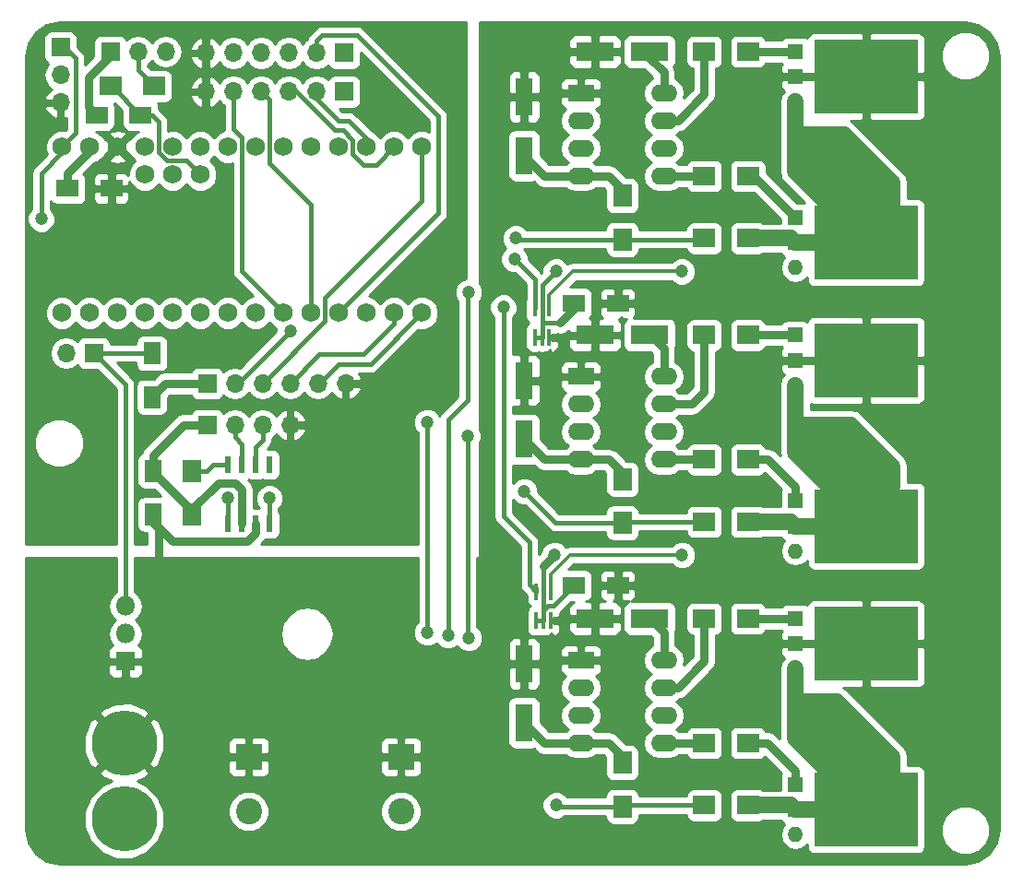
<source format=gbr>
G04 #@! TF.FileFunction,Copper,L1,Top,Signal*
%FSLAX46Y46*%
G04 Gerber Fmt 4.6, Leading zero omitted, Abs format (unit mm)*
G04 Created by KiCad (PCBNEW 4.0.4-stable) date 07/18/17 15:47:46*
%MOMM*%
%LPD*%
G01*
G04 APERTURE LIST*
%ADD10C,0.100000*%
%ADD11R,1.600000X3.500000*%
%ADD12C,1.750000*%
%ADD13R,2.400000X1.600000*%
%ADD14O,2.400000X1.600000*%
%ADD15R,1.600000X2.000000*%
%ADD16R,3.500000X1.800000*%
%ADD17C,5.999480*%
%ADD18R,2.000000X1.700000*%
%ADD19R,1.800000X1.800000*%
%ADD20O,1.800000X1.800000*%
%ADD21R,1.400000X1.400000*%
%ADD22O,1.400000X1.400000*%
%ADD23R,9.500000X6.750000*%
%ADD24R,1.700000X2.000000*%
%ADD25R,2.400000X2.400000*%
%ADD26C,2.400000*%
%ADD27R,2.000000X1.600000*%
%ADD28R,1.700000X1.700000*%
%ADD29O,1.700000X1.700000*%
%ADD30R,0.400000X1.500000*%
%ADD31R,0.600000X1.550000*%
%ADD32C,1.200000*%
%ADD33C,0.800000*%
%ADD34C,0.400000*%
%ADD35C,0.350000*%
%ADD36C,1.500000*%
%ADD37C,0.254000*%
G04 APERTURE END LIST*
D10*
D11*
X46482000Y71153000D03*
X46482000Y65753000D03*
D12*
X16764000Y64008000D03*
X14224000Y64008000D03*
X11684000Y64008000D03*
X6604000Y51308000D03*
X9144000Y51308000D03*
X11684000Y51308000D03*
X14224000Y51308000D03*
X16764000Y51308000D03*
X19304000Y51308000D03*
X21844000Y51308000D03*
X24384000Y51308000D03*
X26924000Y51308000D03*
X29464000Y51308000D03*
X32004000Y51308000D03*
X34544000Y51308000D03*
X37084000Y51308000D03*
X37084000Y66548000D03*
X34544000Y66548000D03*
X32004000Y66548000D03*
X29464000Y66548000D03*
X26924000Y66548000D03*
X24384000Y66548000D03*
X21844000Y66548000D03*
X19304000Y66548000D03*
X16764000Y66548000D03*
X14224000Y66548000D03*
X11684000Y66548000D03*
X9144000Y66548000D03*
X6604000Y66548000D03*
X4064000Y66548000D03*
X4064000Y51308000D03*
D13*
X51689000Y71501000D03*
D14*
X59309000Y63881000D03*
X51689000Y68961000D03*
X59309000Y66421000D03*
X51689000Y66421000D03*
X59309000Y68961000D03*
X51689000Y63881000D03*
X59309000Y71501000D03*
D15*
X12319000Y47593000D03*
X12319000Y43593000D03*
D16*
X57999000Y75311000D03*
X52999000Y75311000D03*
X57999000Y49276000D03*
X52999000Y49276000D03*
X57999000Y23241000D03*
X52999000Y23241000D03*
D17*
X9779000Y4826000D03*
X9779000Y11811000D03*
D18*
X67024000Y75311000D03*
X63024000Y75311000D03*
X67024000Y63881000D03*
X63024000Y63881000D03*
X67024000Y49276000D03*
X63024000Y49276000D03*
X67024000Y37846000D03*
X63024000Y37846000D03*
X67024000Y23241000D03*
X63024000Y23241000D03*
X67024000Y11811000D03*
X63024000Y11811000D03*
X67024000Y58166000D03*
X63024000Y58166000D03*
X67024000Y32131000D03*
X63024000Y32131000D03*
D19*
X9906000Y19304000D03*
D20*
X9906000Y21844000D03*
X9906000Y24384000D03*
D21*
X71374000Y49276000D03*
X71374000Y46976000D03*
D22*
X71374000Y44676000D03*
D23*
X77874000Y46976000D03*
D21*
X71374000Y75311000D03*
X71374000Y73011000D03*
D22*
X71374000Y70711000D03*
D23*
X77874000Y73011000D03*
D21*
X71374000Y34036000D03*
X71374000Y31736000D03*
D22*
X71374000Y29436000D03*
D23*
X77874000Y31736000D03*
D21*
X71374000Y23241000D03*
X71374000Y20941000D03*
D22*
X71374000Y18641000D03*
D23*
X77874000Y20941000D03*
D21*
X71374000Y8001000D03*
X71374000Y5701000D03*
D22*
X71374000Y3401000D03*
D23*
X77874000Y5701000D03*
D18*
X67024000Y6096000D03*
X63024000Y6096000D03*
D24*
X55499000Y62071000D03*
X55499000Y58071000D03*
X55499000Y36036000D03*
X55499000Y32036000D03*
X55499000Y10001000D03*
X55499000Y6001000D03*
D13*
X51689000Y45466000D03*
D14*
X59309000Y37846000D03*
X51689000Y42926000D03*
X59309000Y40386000D03*
X51689000Y40386000D03*
X59309000Y42926000D03*
X51689000Y37846000D03*
X59309000Y45466000D03*
D13*
X51689000Y19431000D03*
D14*
X59309000Y11811000D03*
X51689000Y16891000D03*
X59309000Y14351000D03*
X51689000Y14351000D03*
X59309000Y16891000D03*
X51689000Y11811000D03*
X59309000Y19431000D03*
D25*
X21209000Y10541000D03*
D26*
X21209000Y5541000D03*
D27*
X51086000Y26289000D03*
X55086000Y26289000D03*
X51086000Y52197000D03*
X55086000Y52197000D03*
D28*
X29972000Y75184000D03*
D29*
X27432000Y75184000D03*
X24892000Y75184000D03*
X22352000Y75184000D03*
X19812000Y75184000D03*
X17272000Y75184000D03*
D28*
X29972000Y71628000D03*
D29*
X27432000Y71628000D03*
X24892000Y71628000D03*
X22352000Y71628000D03*
X19812000Y71628000D03*
X17272000Y71628000D03*
D28*
X6985000Y47625000D03*
D29*
X4445000Y47625000D03*
D21*
X71374000Y60071000D03*
X71374000Y57771000D03*
D22*
X71374000Y55471000D03*
D23*
X77874000Y57771000D03*
D30*
X47483000Y49089000D03*
X48133000Y49089000D03*
X48783000Y49089000D03*
X48783000Y51749000D03*
X48133000Y51749000D03*
X47483000Y51749000D03*
X47610000Y23054000D03*
X48260000Y23054000D03*
X48910000Y23054000D03*
X48910000Y25714000D03*
X48260000Y25714000D03*
X47610000Y25714000D03*
D25*
X35179000Y10541000D03*
D26*
X35179000Y5541000D03*
D28*
X8509000Y75311000D03*
D29*
X11049000Y75311000D03*
X13589000Y75311000D03*
D27*
X4604000Y62738000D03*
X8604000Y62738000D03*
D15*
X12446000Y32798000D03*
X12446000Y36798000D03*
D28*
X17399000Y44831000D03*
D29*
X19939000Y44831000D03*
X22479000Y44831000D03*
X25019000Y44831000D03*
X27559000Y44831000D03*
X30099000Y44831000D03*
D28*
X17399000Y41021000D03*
D29*
X19939000Y41021000D03*
X22479000Y41021000D03*
X25019000Y41021000D03*
D24*
X16002000Y32798000D03*
X16002000Y36798000D03*
D31*
X19304000Y31971000D03*
X20574000Y31971000D03*
X21844000Y31971000D03*
X23114000Y31971000D03*
X23114000Y37371000D03*
X21844000Y37371000D03*
X20574000Y37371000D03*
X19304000Y37371000D03*
D27*
X7271000Y69469000D03*
X11271000Y69469000D03*
D28*
X3937000Y75692000D03*
D29*
X3937000Y73152000D03*
X3937000Y70612000D03*
D18*
X8541000Y72136000D03*
X12541000Y72136000D03*
D11*
X46482000Y45118000D03*
X46482000Y39718000D03*
X46482000Y19083000D03*
X46482000Y13683000D03*
D32*
X49403000Y55118000D03*
X49276000Y29083000D03*
X60960000Y29083000D03*
X60960000Y55118000D03*
X41275000Y40005000D03*
X41402000Y21463000D03*
X39497000Y21717000D03*
X41402000Y53213000D03*
X45720000Y58166000D03*
X46482000Y34925000D03*
X37592000Y41275000D03*
X37592000Y21971000D03*
X49403000Y6096000D03*
X45593000Y56261000D03*
X44577000Y51816000D03*
X25019000Y49657000D03*
X19304000Y34290000D03*
X23114000Y34290000D03*
X2159000Y59944000D03*
D33*
X12954000Y27940000D02*
X12954000Y31496000D01*
X12954000Y31496000D02*
X12446000Y32004000D01*
X12446000Y32004000D02*
X12446000Y32798000D01*
D34*
X48783000Y49089000D02*
X52812000Y49089000D01*
X52812000Y49089000D02*
X52999000Y49276000D01*
X48910000Y23054000D02*
X52812000Y23054000D01*
X52812000Y23054000D02*
X52999000Y23241000D01*
D33*
X12446000Y32798000D02*
X12446000Y32131000D01*
X12446000Y32131000D02*
X14224000Y30353000D01*
X21844000Y31115000D02*
X21844000Y31971000D01*
X21082000Y30353000D02*
X21844000Y31115000D01*
X14224000Y30353000D02*
X21082000Y30353000D01*
X12446000Y32798000D02*
X12446000Y32512000D01*
X17399000Y44831000D02*
X13557000Y44831000D01*
X13557000Y44831000D02*
X12319000Y43593000D01*
X51689000Y63881000D02*
X48354000Y63881000D01*
X48354000Y63881000D02*
X46482000Y65753000D01*
X51689000Y37846000D02*
X48354000Y37846000D01*
X48354000Y37846000D02*
X46482000Y39718000D01*
X51689000Y11811000D02*
X48354000Y11811000D01*
X48354000Y11811000D02*
X46482000Y13683000D01*
X8509000Y75311000D02*
X8509000Y74930000D01*
X8509000Y74930000D02*
X6477000Y72898000D01*
X6477000Y72898000D02*
X6477000Y70263000D01*
X6477000Y70263000D02*
X7271000Y69469000D01*
X6604000Y66548000D02*
X6604000Y66167000D01*
X6604000Y66167000D02*
X4604000Y64167000D01*
X4604000Y64167000D02*
X4604000Y62738000D01*
X12446000Y36798000D02*
X12446000Y38227000D01*
X15240000Y41021000D02*
X17399000Y41021000D01*
X12446000Y38227000D02*
X15240000Y41021000D01*
X16002000Y32798000D02*
X16002000Y33274000D01*
X16002000Y33274000D02*
X18415000Y35687000D01*
X20574000Y35052000D02*
X20574000Y31971000D01*
X19939000Y35687000D02*
X20574000Y35052000D01*
X18415000Y35687000D02*
X19939000Y35687000D01*
X12446000Y36798000D02*
X12446000Y36703000D01*
X12446000Y36703000D02*
X16002000Y33147000D01*
X16002000Y33147000D02*
X16002000Y32798000D01*
D34*
X48133000Y49089000D02*
X47483000Y49089000D01*
X48260000Y23054000D02*
X47610000Y23054000D01*
D33*
X51086000Y52197000D02*
X51086000Y51721000D01*
X51086000Y51721000D02*
X49784000Y50419000D01*
D34*
X49784000Y50419000D02*
X48133000Y50419000D01*
X48133000Y51749000D02*
X48133000Y50419000D01*
X48133000Y50419000D02*
X48133000Y49089000D01*
X48133000Y51749000D02*
X48133000Y53848000D01*
X48133000Y53848000D02*
X49403000Y55118000D01*
X48260000Y23054000D02*
X48260000Y24003000D01*
X49181000Y24384000D02*
X51086000Y26289000D01*
X48641000Y24384000D02*
X49181000Y24384000D01*
X48260000Y24003000D02*
X48641000Y24384000D01*
X48260000Y23054000D02*
X48260000Y25714000D01*
X48260000Y25714000D02*
X48260000Y28067000D01*
D33*
X48260000Y28067000D02*
X49276000Y29083000D01*
X51689000Y11811000D02*
X54229000Y11811000D01*
X51689000Y37846000D02*
X54229000Y37846000D01*
X51689000Y63881000D02*
X54229000Y63881000D01*
X55499000Y62071000D02*
X55499000Y62611000D01*
X55499000Y62611000D02*
X54229000Y63881000D01*
X55499000Y36036000D02*
X55499000Y36576000D01*
X55499000Y36576000D02*
X54229000Y37846000D01*
X55499000Y10001000D02*
X55499000Y10541000D01*
X55499000Y10541000D02*
X54229000Y11811000D01*
D34*
X9906000Y24384000D02*
X9906000Y44704000D01*
X9906000Y44704000D02*
X6985000Y47625000D01*
X6985000Y47625000D02*
X12287000Y47625000D01*
X12287000Y47625000D02*
X12319000Y47593000D01*
X27432000Y75184000D02*
X27432000Y76327000D01*
X38608000Y60452000D02*
X29464000Y51308000D01*
X38608000Y69342000D02*
X38608000Y60452000D01*
X31115000Y76835000D02*
X38608000Y69342000D01*
X27940000Y76835000D02*
X31115000Y76835000D01*
X27432000Y76327000D02*
X27940000Y76835000D01*
X24892000Y71628000D02*
X25527000Y71628000D01*
X25527000Y71628000D02*
X29083000Y68072000D01*
X32893000Y64897000D02*
X34544000Y66548000D01*
X31750000Y64897000D02*
X32893000Y64897000D01*
X30734000Y65913000D02*
X31750000Y64897000D01*
X30734000Y67183000D02*
X30734000Y65913000D01*
X29845000Y68072000D02*
X30734000Y67183000D01*
X29083000Y68072000D02*
X29845000Y68072000D01*
X19812000Y71628000D02*
X19812000Y68199000D01*
X20574000Y55118000D02*
X24384000Y51308000D01*
X20574000Y67437000D02*
X20574000Y55118000D01*
X19812000Y68199000D02*
X20574000Y67437000D01*
X26924000Y51308000D02*
X26924000Y61214000D01*
X23114000Y70866000D02*
X22352000Y71628000D01*
X23114000Y65024000D02*
X23114000Y70866000D01*
X26924000Y61214000D02*
X23114000Y65024000D01*
X27432000Y71628000D02*
X27432000Y70993000D01*
X27432000Y70993000D02*
X29464000Y68961000D01*
X29464000Y68961000D02*
X30353000Y68961000D01*
X30353000Y68961000D02*
X32004000Y67310000D01*
X32004000Y67310000D02*
X32004000Y66548000D01*
X32004000Y66548000D02*
X32004000Y67056000D01*
X37084000Y66548000D02*
X37084000Y61595000D01*
X28194000Y50546000D02*
X22479000Y44831000D01*
X28194000Y52705000D02*
X28194000Y50546000D01*
X37084000Y61595000D02*
X28194000Y52705000D01*
X34544000Y51308000D02*
X34544000Y50292000D01*
X27686000Y47498000D02*
X25019000Y44831000D01*
X31750000Y47498000D02*
X27686000Y47498000D01*
X34544000Y50292000D02*
X31750000Y47498000D01*
X27559000Y44831000D02*
X27686000Y44831000D01*
X27686000Y44831000D02*
X29464000Y46609000D01*
X29464000Y46609000D02*
X32385000Y46609000D01*
X32385000Y46609000D02*
X37084000Y51308000D01*
D33*
X67024000Y75311000D02*
X71374000Y75311000D01*
X67024000Y63881000D02*
X67564000Y63881000D01*
X67564000Y63881000D02*
X71374000Y60071000D01*
X67024000Y49276000D02*
X71374000Y49276000D01*
X67024000Y37846000D02*
X68834000Y37846000D01*
X71374000Y35306000D02*
X71374000Y34036000D01*
X68834000Y37846000D02*
X71374000Y35306000D01*
D35*
X48910000Y25714000D02*
X48910000Y27320000D01*
X48910000Y27320000D02*
X50673000Y29083000D01*
X50673000Y29083000D02*
X60960000Y29083000D01*
D33*
X67024000Y23241000D02*
X71374000Y23241000D01*
X67024000Y11811000D02*
X68834000Y11811000D01*
X71374000Y9271000D02*
X71374000Y8001000D01*
X68834000Y11811000D02*
X71374000Y9271000D01*
X59309000Y68961000D02*
X60579000Y68961000D01*
X63024000Y71406000D02*
X63024000Y75311000D01*
X60579000Y68961000D02*
X63024000Y71406000D01*
X59309000Y63881000D02*
X63024000Y63881000D01*
X59309000Y42926000D02*
X61849000Y42926000D01*
X63024000Y44101000D02*
X63024000Y49276000D01*
X61849000Y42926000D02*
X63024000Y44101000D01*
X59309000Y37846000D02*
X63024000Y37846000D01*
X59309000Y16891000D02*
X60579000Y16891000D01*
X63024000Y19336000D02*
X63024000Y23241000D01*
X60579000Y16891000D02*
X63024000Y19336000D01*
X59309000Y11811000D02*
X63024000Y11811000D01*
D35*
X48783000Y51749000D02*
X48783000Y52974000D01*
X50927000Y55118000D02*
X60960000Y55118000D01*
X48783000Y52974000D02*
X50927000Y55118000D01*
D36*
X67024000Y58166000D02*
X70979000Y58166000D01*
X70979000Y58166000D02*
X71374000Y57771000D01*
X73914000Y67691000D02*
X75819000Y67691000D01*
X80264000Y63246000D02*
X80264000Y60161000D01*
X75819000Y67691000D02*
X80264000Y63246000D01*
X80264000Y60161000D02*
X77874000Y57771000D01*
X72009000Y67691000D02*
X73914000Y67691000D01*
X78994000Y62611000D02*
X78994000Y58891000D01*
X73914000Y67691000D02*
X78994000Y62611000D01*
X78994000Y58891000D02*
X77874000Y57771000D01*
X71374000Y67691000D02*
X72009000Y67691000D01*
X77874000Y61826000D02*
X77874000Y57771000D01*
X72009000Y67691000D02*
X77874000Y61826000D01*
X71374000Y68326000D02*
X71374000Y67691000D01*
X71374000Y67691000D02*
X71374000Y66421000D01*
X71374000Y66421000D02*
X77874000Y59921000D01*
X77874000Y59921000D02*
X77874000Y57771000D01*
X71374000Y70711000D02*
X71374000Y68326000D01*
X71374000Y68326000D02*
X71374000Y64271000D01*
X71374000Y64271000D02*
X77874000Y57771000D01*
X75184000Y60461000D02*
X77874000Y57771000D01*
X76454000Y59191000D02*
X77874000Y57771000D01*
X77724000Y57921000D02*
X77874000Y57771000D01*
X78994000Y58891000D02*
X77874000Y57771000D01*
X80264000Y60161000D02*
X77874000Y57771000D01*
X77964000Y57771000D02*
X77874000Y57771000D01*
X80264000Y60161000D02*
X77874000Y57771000D01*
X78994000Y58891000D02*
X77874000Y57771000D01*
X71374000Y57771000D02*
X77874000Y57771000D01*
X77874000Y57771000D02*
X77724000Y57921000D01*
D33*
X57999000Y75311000D02*
X57999000Y74716000D01*
X57999000Y74716000D02*
X59309000Y73406000D01*
X59309000Y73406000D02*
X59309000Y71501000D01*
D36*
X67024000Y32131000D02*
X70979000Y32131000D01*
X70979000Y32131000D02*
X71374000Y31736000D01*
X77874000Y31736000D02*
X77874000Y32916000D01*
X77874000Y32916000D02*
X80264000Y35306000D01*
X76454000Y41021000D02*
X71374000Y41021000D01*
X80264000Y37211000D02*
X76454000Y41021000D01*
X80264000Y35306000D02*
X80264000Y37211000D01*
X72644000Y41021000D02*
X74549000Y41021000D01*
X78994000Y36576000D02*
X78994000Y32856000D01*
X74549000Y41021000D02*
X78994000Y36576000D01*
X78994000Y32856000D02*
X77874000Y31736000D01*
X71374000Y41021000D02*
X72644000Y41021000D01*
X77874000Y35791000D02*
X77874000Y31736000D01*
X72644000Y41021000D02*
X77874000Y35791000D01*
X71374000Y39751000D02*
X72009000Y39751000D01*
X72009000Y39751000D02*
X77874000Y33886000D01*
X77874000Y33886000D02*
X77874000Y31736000D01*
X71374000Y44676000D02*
X71374000Y41021000D01*
X71374000Y41021000D02*
X71374000Y39751000D01*
X71374000Y39751000D02*
X71374000Y38481000D01*
X71374000Y38481000D02*
X77874000Y31981000D01*
X77874000Y31981000D02*
X77874000Y31736000D01*
X71374000Y31736000D02*
X77874000Y31736000D01*
D33*
X57999000Y49276000D02*
X58039000Y49276000D01*
X58039000Y49276000D02*
X59309000Y48006000D01*
X59309000Y48006000D02*
X59309000Y45466000D01*
D36*
X67024000Y6096000D02*
X70979000Y6096000D01*
X70979000Y6096000D02*
X71374000Y5701000D01*
X71374000Y15621000D02*
X75184000Y15621000D01*
X80264000Y10541000D02*
X80264000Y8091000D01*
X75184000Y15621000D02*
X80264000Y10541000D01*
X80264000Y8091000D02*
X77874000Y5701000D01*
X71374000Y15621000D02*
X73279000Y15621000D01*
X78994000Y9906000D02*
X78994000Y6821000D01*
X73279000Y15621000D02*
X78994000Y9906000D01*
X78994000Y6821000D02*
X77874000Y5701000D01*
X77874000Y5701000D02*
X77874000Y9121000D01*
X72644000Y14351000D02*
X71374000Y14351000D01*
X77874000Y9121000D02*
X72644000Y14351000D01*
X71374000Y13081000D02*
X72009000Y13081000D01*
X72009000Y13081000D02*
X77874000Y7216000D01*
X77874000Y7216000D02*
X77874000Y5701000D01*
X71374000Y5701000D02*
X77874000Y5701000D01*
X71374000Y18641000D02*
X71374000Y15621000D01*
X71374000Y15621000D02*
X71374000Y14351000D01*
X71374000Y14351000D02*
X71374000Y13081000D01*
X71374000Y13081000D02*
X71374000Y12201000D01*
X71374000Y12201000D02*
X77874000Y5701000D01*
D33*
X57999000Y23241000D02*
X58039000Y23241000D01*
X58039000Y23241000D02*
X59309000Y21971000D01*
X59309000Y21971000D02*
X59309000Y19431000D01*
D34*
X41275000Y21590000D02*
X41275000Y40005000D01*
X41402000Y21463000D02*
X41275000Y21590000D01*
X39497000Y41529000D02*
X39497000Y21717000D01*
X41275000Y43307000D02*
X39497000Y41529000D01*
X41275000Y53086000D02*
X41275000Y43307000D01*
X41402000Y53213000D02*
X41275000Y53086000D01*
X16002000Y36798000D02*
X17367000Y36798000D01*
X17940000Y37371000D02*
X19304000Y37371000D01*
X17367000Y36798000D02*
X17940000Y37371000D01*
X45720000Y58166000D02*
X45815000Y58071000D01*
X45815000Y58071000D02*
X55499000Y58071000D01*
X55499000Y58071000D02*
X62929000Y58071000D01*
X62929000Y58071000D02*
X63024000Y58166000D01*
X46482000Y34925000D02*
X49371000Y32036000D01*
X49371000Y32036000D02*
X55499000Y32036000D01*
X63024000Y32131000D02*
X55594000Y32131000D01*
X55594000Y32131000D02*
X55499000Y32036000D01*
X37592000Y21971000D02*
X37592000Y41275000D01*
X49498000Y6001000D02*
X49403000Y6096000D01*
X55499000Y6001000D02*
X49498000Y6001000D01*
X63024000Y6096000D02*
X55594000Y6096000D01*
X55594000Y6096000D02*
X55499000Y6001000D01*
X47483000Y51749000D02*
X47483000Y54371000D01*
X47483000Y54371000D02*
X45593000Y56261000D01*
X46990000Y26334000D02*
X47610000Y25714000D01*
X46990000Y30226000D02*
X46990000Y26334000D01*
X44577000Y32639000D02*
X46990000Y30226000D01*
X44577000Y51816000D02*
X44577000Y32639000D01*
X47610000Y26050000D02*
X47610000Y25714000D01*
X11049000Y75311000D02*
X11049000Y73628000D01*
X11049000Y73628000D02*
X12541000Y72136000D01*
X19939000Y44831000D02*
X20193000Y44831000D01*
X20193000Y44831000D02*
X25019000Y49657000D01*
X19939000Y41021000D02*
X19939000Y39878000D01*
X20574000Y39243000D02*
X20574000Y37371000D01*
X19939000Y39878000D02*
X20574000Y39243000D01*
X22479000Y41021000D02*
X22479000Y39624000D01*
X21844000Y38989000D02*
X21844000Y37371000D01*
X22479000Y39624000D02*
X21844000Y38989000D01*
X19304000Y31971000D02*
X19304000Y34290000D01*
X23114000Y31971000D02*
X23114000Y34290000D01*
X4064000Y66548000D02*
X4064000Y66040000D01*
X4064000Y66040000D02*
X2159000Y64135000D01*
X2159000Y64135000D02*
X2159000Y59944000D01*
X3937000Y75692000D02*
X4318000Y75692000D01*
X4318000Y75692000D02*
X5334000Y74676000D01*
X5334000Y67818000D02*
X4064000Y66548000D01*
X5334000Y74676000D02*
X5334000Y67818000D01*
X4445000Y47752000D02*
X4445000Y47625000D01*
X3937000Y75692000D02*
X3302000Y75692000D01*
X11271000Y69469000D02*
X12319000Y69469000D01*
X15494000Y65278000D02*
X16764000Y64008000D01*
X13716000Y65278000D02*
X15494000Y65278000D01*
X12954000Y66040000D02*
X13716000Y65278000D01*
X12954000Y68834000D02*
X12954000Y66040000D01*
X12319000Y69469000D02*
X12954000Y68834000D01*
X8541000Y72136000D02*
X8604000Y72136000D01*
X8604000Y72136000D02*
X11271000Y69469000D01*
D37*
G36*
X88159607Y77741613D02*
X89146915Y77081915D01*
X89806612Y76094609D01*
X90053000Y74855932D01*
X90053000Y3884068D01*
X89806612Y2645391D01*
X89146915Y1658085D01*
X88159607Y998387D01*
X86920932Y752000D01*
X3884068Y752000D01*
X2645391Y998388D01*
X1658085Y1658085D01*
X998387Y2645393D01*
X752000Y3884068D01*
X752000Y4097860D01*
X6101623Y4097860D01*
X6660194Y2746015D01*
X7693575Y1710829D01*
X9044443Y1149899D01*
X10507140Y1148623D01*
X11858985Y1707194D01*
X12894171Y2740575D01*
X13455101Y4091443D01*
X13456041Y5169280D01*
X19331675Y5169280D01*
X19616829Y4479154D01*
X20144376Y3950684D01*
X20834004Y3664326D01*
X21580720Y3663675D01*
X22270846Y3948829D01*
X22799316Y4476376D01*
X23085674Y5166004D01*
X23085676Y5169280D01*
X33301675Y5169280D01*
X33586829Y4479154D01*
X34114376Y3950684D01*
X34804004Y3664326D01*
X35550720Y3663675D01*
X36240846Y3948829D01*
X36769316Y4476376D01*
X37055674Y5166004D01*
X37056264Y5843103D01*
X48125779Y5843103D01*
X48319781Y5373583D01*
X48678693Y5014043D01*
X49147875Y4819222D01*
X49655897Y4818779D01*
X50125417Y5012781D01*
X50236831Y5124000D01*
X53958737Y5124000D01*
X53958737Y5001000D01*
X54005944Y4750119D01*
X54154214Y4519700D01*
X54380449Y4365120D01*
X54649000Y4310737D01*
X56349000Y4310737D01*
X56599881Y4357944D01*
X56830300Y4506214D01*
X56984880Y4732449D01*
X57039263Y5001000D01*
X57039263Y5219000D01*
X61338817Y5219000D01*
X61380944Y4995119D01*
X61529214Y4764700D01*
X61755449Y4610120D01*
X62024000Y4555737D01*
X64024000Y4555737D01*
X64274881Y4602944D01*
X64505300Y4751214D01*
X64659880Y4977449D01*
X64714263Y5246000D01*
X64714263Y6946000D01*
X64667056Y7196881D01*
X64518786Y7427300D01*
X64292551Y7581880D01*
X64024000Y7636263D01*
X62024000Y7636263D01*
X61773119Y7589056D01*
X61542700Y7440786D01*
X61388120Y7214551D01*
X61339205Y6973000D01*
X57039263Y6973000D01*
X57039263Y7001000D01*
X56992056Y7251881D01*
X56843786Y7482300D01*
X56617551Y7636880D01*
X56349000Y7691263D01*
X54649000Y7691263D01*
X54398119Y7644056D01*
X54167700Y7495786D01*
X54013120Y7269551D01*
X53958737Y7001000D01*
X53958737Y6878000D01*
X50426740Y6878000D01*
X50127307Y7177957D01*
X49658125Y7372778D01*
X49150103Y7373221D01*
X48680583Y7179219D01*
X48321043Y6820307D01*
X48126222Y6351125D01*
X48125779Y5843103D01*
X37056264Y5843103D01*
X37056325Y5912720D01*
X36771171Y6602846D01*
X36243624Y7131316D01*
X35553996Y7417674D01*
X34807280Y7418325D01*
X34117154Y7133171D01*
X33588684Y6605624D01*
X33302326Y5915996D01*
X33301675Y5169280D01*
X23085676Y5169280D01*
X23086325Y5912720D01*
X22801171Y6602846D01*
X22273624Y7131316D01*
X21583996Y7417674D01*
X20837280Y7418325D01*
X20147154Y7133171D01*
X19618684Y6605624D01*
X19332326Y5915996D01*
X19331675Y5169280D01*
X13456041Y5169280D01*
X13456377Y5554140D01*
X12897806Y6905985D01*
X11864425Y7941171D01*
X10979393Y8308669D01*
X11777010Y8639053D01*
X12128660Y9110615D01*
X9779000Y11460275D01*
X7429340Y9110615D01*
X7780990Y8639053D01*
X8610408Y8321386D01*
X7699015Y7944806D01*
X6663829Y6911425D01*
X6102899Y5560557D01*
X6101623Y4097860D01*
X752000Y4097860D01*
X752000Y12443069D01*
X6083898Y12443069D01*
X6123288Y10980901D01*
X6607053Y9812990D01*
X7078615Y9461340D01*
X9428275Y11811000D01*
X10129725Y11811000D01*
X12479385Y9461340D01*
X12950947Y9812990D01*
X13069967Y10123750D01*
X19332000Y10123750D01*
X19332000Y9206336D01*
X19435067Y8957510D01*
X19625511Y8767067D01*
X19874337Y8664000D01*
X20791750Y8664000D01*
X20961000Y8833250D01*
X20961000Y10293000D01*
X21457000Y10293000D01*
X21457000Y8833250D01*
X21626250Y8664000D01*
X22543663Y8664000D01*
X22792489Y8767067D01*
X22982933Y8957510D01*
X23086000Y9206336D01*
X23086000Y10123750D01*
X33302000Y10123750D01*
X33302000Y9206336D01*
X33405067Y8957510D01*
X33595511Y8767067D01*
X33844337Y8664000D01*
X34761750Y8664000D01*
X34931000Y8833250D01*
X34931000Y10293000D01*
X35427000Y10293000D01*
X35427000Y8833250D01*
X35596250Y8664000D01*
X36513663Y8664000D01*
X36762489Y8767067D01*
X36952933Y8957510D01*
X37056000Y9206336D01*
X37056000Y10123750D01*
X36886750Y10293000D01*
X35427000Y10293000D01*
X34931000Y10293000D01*
X33471250Y10293000D01*
X33302000Y10123750D01*
X23086000Y10123750D01*
X22916750Y10293000D01*
X21457000Y10293000D01*
X20961000Y10293000D01*
X19501250Y10293000D01*
X19332000Y10123750D01*
X13069967Y10123750D01*
X13474102Y11178931D01*
X13455333Y11875664D01*
X19332000Y11875664D01*
X19332000Y10958250D01*
X19501250Y10789000D01*
X20961000Y10789000D01*
X20961000Y12248750D01*
X21457000Y12248750D01*
X21457000Y10789000D01*
X22916750Y10789000D01*
X23086000Y10958250D01*
X23086000Y11875664D01*
X33302000Y11875664D01*
X33302000Y10958250D01*
X33471250Y10789000D01*
X34931000Y10789000D01*
X34931000Y12248750D01*
X35427000Y12248750D01*
X35427000Y10789000D01*
X36886750Y10789000D01*
X37056000Y10958250D01*
X37056000Y11875664D01*
X36952933Y12124490D01*
X36762489Y12314933D01*
X36513663Y12418000D01*
X35596250Y12418000D01*
X35427000Y12248750D01*
X34931000Y12248750D01*
X34761750Y12418000D01*
X33844337Y12418000D01*
X33595511Y12314933D01*
X33405067Y12124490D01*
X33302000Y11875664D01*
X23086000Y11875664D01*
X22982933Y12124490D01*
X22792489Y12314933D01*
X22543663Y12418000D01*
X21626250Y12418000D01*
X21457000Y12248750D01*
X20961000Y12248750D01*
X20791750Y12418000D01*
X19874337Y12418000D01*
X19625511Y12314933D01*
X19435067Y12124490D01*
X19332000Y11875664D01*
X13455333Y11875664D01*
X13434712Y12641099D01*
X12950947Y13809010D01*
X12479385Y14160660D01*
X10129725Y11811000D01*
X9428275Y11811000D01*
X7078615Y14160660D01*
X6607053Y13809010D01*
X6083898Y12443069D01*
X752000Y12443069D01*
X752000Y14511385D01*
X7429340Y14511385D01*
X9779000Y12161725D01*
X12128660Y14511385D01*
X11777010Y14982947D01*
X10601936Y15433000D01*
X44991737Y15433000D01*
X44991737Y11933000D01*
X45038944Y11682119D01*
X45187214Y11451700D01*
X45413449Y11297120D01*
X45682000Y11242737D01*
X47282000Y11242737D01*
X47380602Y11261290D01*
X47592446Y11049446D01*
X47941850Y10815982D01*
X48354000Y10734000D01*
X50256624Y10734000D01*
X50687004Y10446430D01*
X51252227Y10334000D01*
X52125773Y10334000D01*
X52690996Y10446430D01*
X53121376Y10734000D01*
X53782892Y10734000D01*
X53958737Y10558155D01*
X53958737Y9001000D01*
X54005944Y8750119D01*
X54154214Y8519700D01*
X54380449Y8365120D01*
X54649000Y8310737D01*
X56349000Y8310737D01*
X56599881Y8357944D01*
X56830300Y8506214D01*
X56984880Y8732449D01*
X57039263Y9001000D01*
X57039263Y11001000D01*
X56992056Y11251881D01*
X56843786Y11482300D01*
X56617551Y11636880D01*
X56349000Y11691263D01*
X55871845Y11691263D01*
X54990554Y12572554D01*
X54641150Y12806018D01*
X54229000Y12888000D01*
X53121376Y12888000D01*
X52832530Y13081000D01*
X53170170Y13306603D01*
X53490343Y13785777D01*
X53602773Y14351000D01*
X53490343Y14916223D01*
X53170170Y15395397D01*
X52832530Y15621000D01*
X53170170Y15846603D01*
X53490343Y16325777D01*
X53602773Y16891000D01*
X53490343Y17456223D01*
X53170170Y17935397D01*
X53096918Y17984343D01*
X53272490Y18057067D01*
X53462933Y18247511D01*
X53566000Y18496337D01*
X53566000Y19013750D01*
X53396750Y19183000D01*
X51937000Y19183000D01*
X51937000Y19163000D01*
X51441000Y19163000D01*
X51441000Y19183000D01*
X49981250Y19183000D01*
X49812000Y19013750D01*
X49812000Y18496337D01*
X49915067Y18247511D01*
X50105510Y18057067D01*
X50281082Y17984343D01*
X50207830Y17935397D01*
X49887657Y17456223D01*
X49775227Y16891000D01*
X49887657Y16325777D01*
X50207830Y15846603D01*
X50545470Y15621000D01*
X50207830Y15395397D01*
X49887657Y14916223D01*
X49775227Y14351000D01*
X49887657Y13785777D01*
X50207830Y13306603D01*
X50545470Y13081000D01*
X50256624Y12888000D01*
X48800108Y12888000D01*
X47972263Y13715845D01*
X47972263Y15433000D01*
X47925056Y15683881D01*
X47776786Y15914300D01*
X47550551Y16068880D01*
X47282000Y16123263D01*
X45682000Y16123263D01*
X45431119Y16076056D01*
X45200700Y15927786D01*
X45046120Y15701551D01*
X44991737Y15433000D01*
X10601936Y15433000D01*
X10411069Y15506102D01*
X8948901Y15466712D01*
X7780990Y14982947D01*
X7429340Y14511385D01*
X752000Y14511385D01*
X752000Y18886750D01*
X8329000Y18886750D01*
X8329000Y18269336D01*
X8432067Y18020510D01*
X8622511Y17830067D01*
X8871337Y17727000D01*
X9488750Y17727000D01*
X9658000Y17896250D01*
X9658000Y19056000D01*
X10154000Y19056000D01*
X10154000Y17896250D01*
X10323250Y17727000D01*
X10940663Y17727000D01*
X11189489Y17830067D01*
X11379933Y18020510D01*
X11483000Y18269336D01*
X11483000Y18665750D01*
X45005000Y18665750D01*
X45005000Y17198336D01*
X45108067Y16949510D01*
X45298511Y16759067D01*
X45547337Y16656000D01*
X46064750Y16656000D01*
X46234000Y16825250D01*
X46234000Y18835000D01*
X46730000Y18835000D01*
X46730000Y16825250D01*
X46899250Y16656000D01*
X47416663Y16656000D01*
X47665489Y16759067D01*
X47855933Y16949510D01*
X47959000Y17198336D01*
X47959000Y18665750D01*
X47789750Y18835000D01*
X46730000Y18835000D01*
X46234000Y18835000D01*
X45174250Y18835000D01*
X45005000Y18665750D01*
X11483000Y18665750D01*
X11483000Y18886750D01*
X11313750Y19056000D01*
X10154000Y19056000D01*
X9658000Y19056000D01*
X8498250Y19056000D01*
X8329000Y18886750D01*
X752000Y18886750D01*
X752000Y28829000D01*
X9029000Y28829000D01*
X9029000Y25689100D01*
X8790893Y25530002D01*
X8449042Y25018387D01*
X8329000Y24414895D01*
X8329000Y24353105D01*
X8449042Y23749613D01*
X8790893Y23237998D01*
X8976469Y23114000D01*
X8790893Y22990002D01*
X8449042Y22478387D01*
X8329000Y21874895D01*
X8329000Y21813105D01*
X8449042Y21209613D01*
X8712559Y20815232D01*
X8622511Y20777933D01*
X8432067Y20587490D01*
X8329000Y20338664D01*
X8329000Y19721250D01*
X8498250Y19552000D01*
X9658000Y19552000D01*
X9658000Y19572000D01*
X10154000Y19572000D01*
X10154000Y19552000D01*
X11313750Y19552000D01*
X11483000Y19721250D01*
X11483000Y20338664D01*
X11379933Y20587490D01*
X11189489Y20777933D01*
X11099441Y20815232D01*
X11362958Y21209613D01*
X11483000Y21813105D01*
X11483000Y21874895D01*
X11479688Y21891548D01*
X24139000Y21891548D01*
X24139000Y21796452D01*
X24323744Y20867679D01*
X24849852Y20080304D01*
X25637227Y19554196D01*
X26566000Y19369452D01*
X27494773Y19554196D01*
X28282148Y20080304D01*
X28808256Y20867679D01*
X28993000Y21796452D01*
X28993000Y21891548D01*
X28808256Y22820321D01*
X28282148Y23607696D01*
X27494773Y24133804D01*
X26566000Y24318548D01*
X25637227Y24133804D01*
X24849852Y23607696D01*
X24323744Y22820321D01*
X24139000Y21891548D01*
X11479688Y21891548D01*
X11362958Y22478387D01*
X11021107Y22990002D01*
X10835531Y23114000D01*
X11021107Y23237998D01*
X11362958Y23749613D01*
X11483000Y24353105D01*
X11483000Y24414895D01*
X11362958Y25018387D01*
X11021107Y25530002D01*
X10783000Y25689100D01*
X10783000Y28829000D01*
X36715000Y28829000D01*
X36715000Y22899906D01*
X36510043Y22695307D01*
X36315222Y22226125D01*
X36314779Y21718103D01*
X36508781Y21248583D01*
X36867693Y20889043D01*
X37336875Y20694222D01*
X37844897Y20693779D01*
X38314417Y20887781D01*
X38417587Y20990771D01*
X38772693Y20635043D01*
X39241875Y20440222D01*
X39749897Y20439779D01*
X40219417Y20633781D01*
X40322587Y20736771D01*
X40677693Y20381043D01*
X41146875Y20186222D01*
X41654897Y20185779D01*
X42124417Y20379781D01*
X42483957Y20738693D01*
X42579033Y20967664D01*
X45005000Y20967664D01*
X45005000Y19500250D01*
X45174250Y19331000D01*
X46234000Y19331000D01*
X46234000Y21340750D01*
X46730000Y21340750D01*
X46730000Y19331000D01*
X47789750Y19331000D01*
X47959000Y19500250D01*
X47959000Y20365663D01*
X49812000Y20365663D01*
X49812000Y19848250D01*
X49981250Y19679000D01*
X51441000Y19679000D01*
X51441000Y20738750D01*
X51937000Y20738750D01*
X51937000Y19679000D01*
X53396750Y19679000D01*
X53566000Y19848250D01*
X53566000Y20365663D01*
X53462933Y20614489D01*
X53272490Y20804933D01*
X53023664Y20908000D01*
X52106250Y20908000D01*
X51937000Y20738750D01*
X51441000Y20738750D01*
X51271750Y20908000D01*
X50354336Y20908000D01*
X50105510Y20804933D01*
X49915067Y20614489D01*
X49812000Y20365663D01*
X47959000Y20365663D01*
X47959000Y20967664D01*
X47855933Y21216490D01*
X47665489Y21406933D01*
X47416663Y21510000D01*
X46899250Y21510000D01*
X46730000Y21340750D01*
X46234000Y21340750D01*
X46064750Y21510000D01*
X45547337Y21510000D01*
X45298511Y21406933D01*
X45108067Y21216490D01*
X45005000Y20967664D01*
X42579033Y20967664D01*
X42678778Y21207875D01*
X42679221Y21715897D01*
X42485219Y22185417D01*
X42152000Y22519219D01*
X42152000Y28829000D01*
X42291000Y28829000D01*
X42340410Y28839006D01*
X42382035Y28867447D01*
X42409315Y28909841D01*
X42418000Y28956000D01*
X42418000Y39427701D01*
X42551778Y39749875D01*
X42552221Y40257897D01*
X42418000Y40582736D01*
X42418000Y51563103D01*
X43299779Y51563103D01*
X43493781Y51093583D01*
X43700000Y50887003D01*
X43700000Y32639000D01*
X43766758Y32303387D01*
X43956867Y32018867D01*
X46113000Y29862735D01*
X46113000Y26334000D01*
X46179758Y25998387D01*
X46369867Y25713867D01*
X46719737Y25363998D01*
X46719737Y24964000D01*
X46766944Y24713119D01*
X46915214Y24482700D01*
X47060375Y24383516D01*
X46928700Y24298786D01*
X46774120Y24072551D01*
X46719737Y23804000D01*
X46719737Y22304000D01*
X46766944Y22053119D01*
X46915214Y21822700D01*
X47141449Y21668120D01*
X47410000Y21613737D01*
X47810000Y21613737D01*
X47939588Y21638121D01*
X48060000Y21613737D01*
X48460000Y21613737D01*
X48561327Y21632803D01*
X48575337Y21627000D01*
X48640750Y21627000D01*
X48666307Y21652557D01*
X48710881Y21660944D01*
X48941300Y21809214D01*
X49010000Y21909760D01*
X49010000Y21796250D01*
X49179250Y21627000D01*
X49244663Y21627000D01*
X49493489Y21730067D01*
X49683933Y21920510D01*
X49787000Y22169336D01*
X49787000Y22636750D01*
X49617750Y22806000D01*
X49150263Y22806000D01*
X49150263Y22823750D01*
X50572000Y22823750D01*
X50572000Y22206337D01*
X50675067Y21957511D01*
X50865510Y21767067D01*
X51114336Y21664000D01*
X52581750Y21664000D01*
X52751000Y21833250D01*
X52751000Y22993000D01*
X53247000Y22993000D01*
X53247000Y21833250D01*
X53416250Y21664000D01*
X54883664Y21664000D01*
X55132490Y21767067D01*
X55322933Y21957511D01*
X55426000Y22206337D01*
X55426000Y22823750D01*
X55256750Y22993000D01*
X53247000Y22993000D01*
X52751000Y22993000D01*
X50741250Y22993000D01*
X50572000Y22823750D01*
X49150263Y22823750D01*
X49150263Y23302000D01*
X49617750Y23302000D01*
X49787000Y23471250D01*
X49787000Y23754424D01*
X49801133Y23763867D01*
X50836003Y24798737D01*
X51067831Y24798737D01*
X50865510Y24714933D01*
X50675067Y24524489D01*
X50572000Y24275663D01*
X50572000Y23658250D01*
X50741250Y23489000D01*
X52751000Y23489000D01*
X52751000Y24648750D01*
X53247000Y24648750D01*
X53247000Y23489000D01*
X55256750Y23489000D01*
X55426000Y23658250D01*
X55426000Y24275663D01*
X55322933Y24524489D01*
X55132490Y24714933D01*
X54883664Y24818000D01*
X54674750Y24818000D01*
X54838000Y24981250D01*
X54838000Y26041000D01*
X55334000Y26041000D01*
X55334000Y24981250D01*
X55503250Y24812000D01*
X56146627Y24812000D01*
X55998119Y24784056D01*
X55767700Y24635786D01*
X55613120Y24409551D01*
X55558737Y24141000D01*
X55558737Y22341000D01*
X55605944Y22090119D01*
X55754214Y21859700D01*
X55980449Y21705120D01*
X56249000Y21650737D01*
X58106155Y21650737D01*
X58232000Y21524892D01*
X58232000Y20745454D01*
X57827830Y20475397D01*
X57507657Y19996223D01*
X57395227Y19431000D01*
X57507657Y18865777D01*
X57827830Y18386603D01*
X58165470Y18161000D01*
X57827830Y17935397D01*
X57507657Y17456223D01*
X57395227Y16891000D01*
X57507657Y16325777D01*
X57827830Y15846603D01*
X58165470Y15621000D01*
X57827830Y15395397D01*
X57507657Y14916223D01*
X57395227Y14351000D01*
X57507657Y13785777D01*
X57827830Y13306603D01*
X58165470Y13081000D01*
X57827830Y12855397D01*
X57507657Y12376223D01*
X57395227Y11811000D01*
X57507657Y11245777D01*
X57827830Y10766603D01*
X58307004Y10446430D01*
X58872227Y10334000D01*
X59745773Y10334000D01*
X60310996Y10446430D01*
X60741376Y10734000D01*
X61376450Y10734000D01*
X61380944Y10710119D01*
X61529214Y10479700D01*
X61755449Y10325120D01*
X62024000Y10270737D01*
X64024000Y10270737D01*
X64274881Y10317944D01*
X64505300Y10466214D01*
X64659880Y10692449D01*
X64714263Y10961000D01*
X64714263Y12661000D01*
X65333737Y12661000D01*
X65333737Y10961000D01*
X65380944Y10710119D01*
X65529214Y10479700D01*
X65755449Y10325120D01*
X66024000Y10270737D01*
X68024000Y10270737D01*
X68274881Y10317944D01*
X68505300Y10466214D01*
X68566341Y10555551D01*
X70084484Y9037408D01*
X70038120Y8969551D01*
X69983737Y8701000D01*
X69983737Y7523000D01*
X68378725Y7523000D01*
X68292551Y7581880D01*
X68024000Y7636263D01*
X66024000Y7636263D01*
X65773119Y7589056D01*
X65542700Y7440786D01*
X65388120Y7214551D01*
X65333737Y6946000D01*
X65333737Y5246000D01*
X65380944Y4995119D01*
X65529214Y4764700D01*
X65755449Y4610120D01*
X66024000Y4555737D01*
X68024000Y4555737D01*
X68274881Y4602944D01*
X68377535Y4669000D01*
X70083142Y4669000D01*
X70179214Y4519700D01*
X70385160Y4378983D01*
X70101818Y3954932D01*
X69997000Y3427977D01*
X69997000Y3374023D01*
X70101818Y2847068D01*
X70400314Y2400337D01*
X70847045Y2101841D01*
X71374000Y1997023D01*
X71900955Y2101841D01*
X72347686Y2400337D01*
X72433737Y2529121D01*
X72433737Y2326000D01*
X72480944Y2075119D01*
X72629214Y1844700D01*
X72855449Y1690120D01*
X73124000Y1635737D01*
X82624000Y1635737D01*
X82874881Y1682944D01*
X83105300Y1831214D01*
X83259880Y2057449D01*
X83314263Y2326000D01*
X83314263Y3359064D01*
X84717606Y3359064D01*
X85063528Y2521868D01*
X85703499Y1880779D01*
X86540090Y1533396D01*
X87445936Y1532606D01*
X88283132Y1878528D01*
X88924221Y2518499D01*
X89271604Y3355090D01*
X89272394Y4260936D01*
X88926472Y5098132D01*
X88286501Y5739221D01*
X87449910Y6086604D01*
X86544064Y6087394D01*
X85706868Y5741472D01*
X85065779Y5101501D01*
X84718396Y4264910D01*
X84717606Y3359064D01*
X83314263Y3359064D01*
X83314263Y9076000D01*
X83267056Y9326881D01*
X83118786Y9557300D01*
X82892551Y9711880D01*
X82624000Y9766263D01*
X81691000Y9766263D01*
X81691000Y10541000D01*
X81582376Y11087089D01*
X81273041Y11550041D01*
X76193041Y16630041D01*
X75805482Y16889000D01*
X77456750Y16889000D01*
X77626000Y17058250D01*
X77626000Y20693000D01*
X78122000Y20693000D01*
X78122000Y17058250D01*
X78291250Y16889000D01*
X82758663Y16889000D01*
X83007489Y16992067D01*
X83197933Y17182510D01*
X83301000Y17431336D01*
X83301000Y20523750D01*
X83131750Y20693000D01*
X78122000Y20693000D01*
X77626000Y20693000D01*
X72616250Y20693000D01*
X72599000Y20675750D01*
X72581750Y20693000D01*
X71622000Y20693000D01*
X71622000Y20673000D01*
X71126000Y20673000D01*
X71126000Y20693000D01*
X70166250Y20693000D01*
X69997000Y20523750D01*
X69997000Y20106336D01*
X70100067Y19857510D01*
X70290511Y19667067D01*
X70357731Y19639224D01*
X70055624Y19187089D01*
X69947000Y18641000D01*
X69947000Y12221108D01*
X69595554Y12572554D01*
X69246150Y12806018D01*
X68834000Y12888000D01*
X68671550Y12888000D01*
X68667056Y12911881D01*
X68518786Y13142300D01*
X68292551Y13296880D01*
X68024000Y13351263D01*
X66024000Y13351263D01*
X65773119Y13304056D01*
X65542700Y13155786D01*
X65388120Y12929551D01*
X65333737Y12661000D01*
X64714263Y12661000D01*
X64667056Y12911881D01*
X64518786Y13142300D01*
X64292551Y13296880D01*
X64024000Y13351263D01*
X62024000Y13351263D01*
X61773119Y13304056D01*
X61542700Y13155786D01*
X61388120Y12929551D01*
X61379706Y12888000D01*
X60741376Y12888000D01*
X60452530Y13081000D01*
X60790170Y13306603D01*
X61110343Y13785777D01*
X61222773Y14351000D01*
X61110343Y14916223D01*
X60790170Y15395397D01*
X60452530Y15621000D01*
X60790170Y15846603D01*
X60797415Y15857446D01*
X60991150Y15895982D01*
X61340554Y16129446D01*
X63785554Y18574446D01*
X64019018Y18923850D01*
X64101000Y19336000D01*
X64101000Y21715226D01*
X64274881Y21747944D01*
X64505300Y21896214D01*
X64659880Y22122449D01*
X64714263Y22391000D01*
X64714263Y24091000D01*
X65333737Y24091000D01*
X65333737Y22391000D01*
X65380944Y22140119D01*
X65529214Y21909700D01*
X65755449Y21755120D01*
X66024000Y21700737D01*
X68024000Y21700737D01*
X68274881Y21747944D01*
X68505300Y21896214D01*
X68659880Y22122449D01*
X68668294Y22164000D01*
X70112099Y22164000D01*
X70162011Y22086434D01*
X70100067Y22024490D01*
X69997000Y21775664D01*
X69997000Y21358250D01*
X70166250Y21189000D01*
X71126000Y21189000D01*
X71126000Y21209000D01*
X71622000Y21209000D01*
X71622000Y21189000D01*
X72581750Y21189000D01*
X72599000Y21206250D01*
X72616250Y21189000D01*
X77626000Y21189000D01*
X77626000Y24823750D01*
X78122000Y24823750D01*
X78122000Y21189000D01*
X83131750Y21189000D01*
X83301000Y21358250D01*
X83301000Y24450664D01*
X83197933Y24699490D01*
X83007489Y24889933D01*
X82758663Y24993000D01*
X78291250Y24993000D01*
X78122000Y24823750D01*
X77626000Y24823750D01*
X77456750Y24993000D01*
X72989337Y24993000D01*
X72740511Y24889933D01*
X72550067Y24699490D01*
X72464708Y24493414D01*
X72342551Y24576880D01*
X72074000Y24631263D01*
X70674000Y24631263D01*
X70423119Y24584056D01*
X70192700Y24435786D01*
X70112220Y24318000D01*
X68671550Y24318000D01*
X68667056Y24341881D01*
X68518786Y24572300D01*
X68292551Y24726880D01*
X68024000Y24781263D01*
X66024000Y24781263D01*
X65773119Y24734056D01*
X65542700Y24585786D01*
X65388120Y24359551D01*
X65333737Y24091000D01*
X64714263Y24091000D01*
X64667056Y24341881D01*
X64518786Y24572300D01*
X64292551Y24726880D01*
X64024000Y24781263D01*
X62024000Y24781263D01*
X61773119Y24734056D01*
X61542700Y24585786D01*
X61388120Y24359551D01*
X61333737Y24091000D01*
X61333737Y22391000D01*
X61380944Y22140119D01*
X61529214Y21909700D01*
X61755449Y21755120D01*
X61947000Y21716330D01*
X61947000Y19782108D01*
X61130126Y18965234D01*
X61222773Y19431000D01*
X61110343Y19996223D01*
X60790170Y20475397D01*
X60386000Y20745454D01*
X60386000Y21971000D01*
X60370118Y22050844D01*
X60384880Y22072449D01*
X60439263Y22341000D01*
X60439263Y24141000D01*
X60392056Y24391881D01*
X60243786Y24622300D01*
X60017551Y24776880D01*
X59749000Y24831263D01*
X56267169Y24831263D01*
X56469490Y24915067D01*
X56659933Y25105511D01*
X56763000Y25354337D01*
X56763000Y25871750D01*
X56593750Y26041000D01*
X55334000Y26041000D01*
X54838000Y26041000D01*
X53578250Y26041000D01*
X53409000Y25871750D01*
X53409000Y25354337D01*
X53512067Y25105511D01*
X53702510Y24915067D01*
X53936851Y24818000D01*
X53416250Y24818000D01*
X53247000Y24648750D01*
X52751000Y24648750D01*
X52581750Y24818000D01*
X52188373Y24818000D01*
X52336881Y24845944D01*
X52567300Y24994214D01*
X52721880Y25220449D01*
X52776263Y25489000D01*
X52776263Y27089000D01*
X52750925Y27223663D01*
X53409000Y27223663D01*
X53409000Y26706250D01*
X53578250Y26537000D01*
X54838000Y26537000D01*
X54838000Y27596750D01*
X55334000Y27596750D01*
X55334000Y26537000D01*
X56593750Y26537000D01*
X56763000Y26706250D01*
X56763000Y27223663D01*
X56659933Y27472489D01*
X56469490Y27662933D01*
X56220664Y27766000D01*
X55503250Y27766000D01*
X55334000Y27596750D01*
X54838000Y27596750D01*
X54668750Y27766000D01*
X53951336Y27766000D01*
X53702510Y27662933D01*
X53512067Y27472489D01*
X53409000Y27223663D01*
X52750925Y27223663D01*
X52729056Y27339881D01*
X52580786Y27570300D01*
X52354551Y27724880D01*
X52086000Y27779263D01*
X50574173Y27779263D01*
X51025910Y28231000D01*
X60006138Y28231000D01*
X60235693Y28001043D01*
X60704875Y27806222D01*
X61212897Y27805779D01*
X61682417Y27999781D01*
X62041957Y28358693D01*
X62236778Y28827875D01*
X62237221Y29335897D01*
X62043219Y29805417D01*
X61684307Y30164957D01*
X61215125Y30359778D01*
X60707103Y30360221D01*
X60237583Y30166219D01*
X60005959Y29935000D01*
X50673000Y29935000D01*
X50346954Y29870145D01*
X50315550Y29849162D01*
X50000307Y30164957D01*
X49531125Y30359778D01*
X49023103Y30360221D01*
X48553583Y30166219D01*
X48194043Y29807307D01*
X47999222Y29338125D01*
X47999214Y29329322D01*
X47867000Y29197108D01*
X47867000Y30226000D01*
X47825096Y30436663D01*
X47800242Y30561614D01*
X47706964Y30701214D01*
X47610133Y30846133D01*
X47610130Y30846135D01*
X45454000Y33002266D01*
X45454000Y34147267D01*
X45757693Y33843043D01*
X46226875Y33648222D01*
X46518767Y33647967D01*
X48750867Y31415867D01*
X49035387Y31225758D01*
X49371000Y31158999D01*
X49371005Y31159000D01*
X53958737Y31159000D01*
X53958737Y31036000D01*
X54005944Y30785119D01*
X54154214Y30554700D01*
X54380449Y30400120D01*
X54649000Y30345737D01*
X56349000Y30345737D01*
X56599881Y30392944D01*
X56830300Y30541214D01*
X56984880Y30767449D01*
X57039263Y31036000D01*
X57039263Y31254000D01*
X61338817Y31254000D01*
X61380944Y31030119D01*
X61529214Y30799700D01*
X61755449Y30645120D01*
X62024000Y30590737D01*
X64024000Y30590737D01*
X64274881Y30637944D01*
X64505300Y30786214D01*
X64659880Y31012449D01*
X64714263Y31281000D01*
X64714263Y32981000D01*
X64667056Y33231881D01*
X64518786Y33462300D01*
X64292551Y33616880D01*
X64024000Y33671263D01*
X62024000Y33671263D01*
X61773119Y33624056D01*
X61542700Y33475786D01*
X61388120Y33249551D01*
X61339205Y33008000D01*
X57039263Y33008000D01*
X57039263Y33036000D01*
X56992056Y33286881D01*
X56843786Y33517300D01*
X56617551Y33671880D01*
X56349000Y33726263D01*
X54649000Y33726263D01*
X54398119Y33679056D01*
X54167700Y33530786D01*
X54013120Y33304551D01*
X53958737Y33036000D01*
X53958737Y32913000D01*
X49734266Y32913000D01*
X47758968Y34888298D01*
X47759221Y35177897D01*
X47565219Y35647417D01*
X47206307Y36006957D01*
X46737125Y36201778D01*
X46229103Y36202221D01*
X45759583Y36008219D01*
X45454000Y35703170D01*
X45454000Y37323908D01*
X45682000Y37277737D01*
X47282000Y37277737D01*
X47380602Y37296290D01*
X47592446Y37084446D01*
X47941850Y36850982D01*
X48354000Y36769000D01*
X50256624Y36769000D01*
X50687004Y36481430D01*
X51252227Y36369000D01*
X52125773Y36369000D01*
X52690996Y36481430D01*
X53121376Y36769000D01*
X53782892Y36769000D01*
X53958737Y36593155D01*
X53958737Y35036000D01*
X54005944Y34785119D01*
X54154214Y34554700D01*
X54380449Y34400120D01*
X54649000Y34345737D01*
X56349000Y34345737D01*
X56599881Y34392944D01*
X56830300Y34541214D01*
X56984880Y34767449D01*
X57039263Y35036000D01*
X57039263Y37036000D01*
X56992056Y37286881D01*
X56843786Y37517300D01*
X56617551Y37671880D01*
X56349000Y37726263D01*
X55871845Y37726263D01*
X54990554Y38607554D01*
X54641150Y38841018D01*
X54229000Y38923000D01*
X53121376Y38923000D01*
X52832530Y39116000D01*
X53170170Y39341603D01*
X53490343Y39820777D01*
X53602773Y40386000D01*
X53490343Y40951223D01*
X53170170Y41430397D01*
X52832530Y41656000D01*
X53170170Y41881603D01*
X53490343Y42360777D01*
X53602773Y42926000D01*
X53490343Y43491223D01*
X53170170Y43970397D01*
X53096918Y44019343D01*
X53272490Y44092067D01*
X53462933Y44282511D01*
X53566000Y44531337D01*
X53566000Y45048750D01*
X53396750Y45218000D01*
X51937000Y45218000D01*
X51937000Y45198000D01*
X51441000Y45198000D01*
X51441000Y45218000D01*
X49981250Y45218000D01*
X49812000Y45048750D01*
X49812000Y44531337D01*
X49915067Y44282511D01*
X50105510Y44092067D01*
X50281082Y44019343D01*
X50207830Y43970397D01*
X49887657Y43491223D01*
X49775227Y42926000D01*
X49887657Y42360777D01*
X50207830Y41881603D01*
X50545470Y41656000D01*
X50207830Y41430397D01*
X49887657Y40951223D01*
X49775227Y40386000D01*
X49887657Y39820777D01*
X50207830Y39341603D01*
X50545470Y39116000D01*
X50256624Y38923000D01*
X48800108Y38923000D01*
X47972263Y39750845D01*
X47972263Y41468000D01*
X47925056Y41718881D01*
X47776786Y41949300D01*
X47550551Y42103880D01*
X47282000Y42158263D01*
X45682000Y42158263D01*
X45454000Y42115361D01*
X45454000Y42729661D01*
X45547337Y42691000D01*
X46064750Y42691000D01*
X46234000Y42860250D01*
X46234000Y44870000D01*
X46730000Y44870000D01*
X46730000Y42860250D01*
X46899250Y42691000D01*
X47416663Y42691000D01*
X47665489Y42794067D01*
X47855933Y42984510D01*
X47959000Y43233336D01*
X47959000Y44700750D01*
X47789750Y44870000D01*
X46730000Y44870000D01*
X46234000Y44870000D01*
X46214000Y44870000D01*
X46214000Y45366000D01*
X46234000Y45366000D01*
X46234000Y47375750D01*
X46730000Y47375750D01*
X46730000Y45366000D01*
X47789750Y45366000D01*
X47959000Y45535250D01*
X47959000Y46400663D01*
X49812000Y46400663D01*
X49812000Y45883250D01*
X49981250Y45714000D01*
X51441000Y45714000D01*
X51441000Y46773750D01*
X51937000Y46773750D01*
X51937000Y45714000D01*
X53396750Y45714000D01*
X53566000Y45883250D01*
X53566000Y46400663D01*
X53462933Y46649489D01*
X53272490Y46839933D01*
X53023664Y46943000D01*
X52106250Y46943000D01*
X51937000Y46773750D01*
X51441000Y46773750D01*
X51271750Y46943000D01*
X50354336Y46943000D01*
X50105510Y46839933D01*
X49915067Y46649489D01*
X49812000Y46400663D01*
X47959000Y46400663D01*
X47959000Y47002664D01*
X47855933Y47251490D01*
X47665489Y47441933D01*
X47416663Y47545000D01*
X46899250Y47545000D01*
X46730000Y47375750D01*
X46234000Y47375750D01*
X46064750Y47545000D01*
X45547337Y47545000D01*
X45454000Y47506339D01*
X45454000Y50887094D01*
X45658957Y51091693D01*
X45853778Y51560875D01*
X45854221Y52068897D01*
X45660219Y52538417D01*
X45301307Y52897957D01*
X44832125Y53092778D01*
X44324103Y53093221D01*
X43854583Y52899219D01*
X43495043Y52540307D01*
X43300222Y52071125D01*
X43299779Y51563103D01*
X42418000Y51563103D01*
X42418000Y52422851D01*
X42483957Y52488693D01*
X42678778Y52957875D01*
X42679221Y53465897D01*
X42485219Y53935417D01*
X42418000Y54002754D01*
X42418000Y56008103D01*
X44315779Y56008103D01*
X44509781Y55538583D01*
X44868693Y55179043D01*
X45337875Y54984222D01*
X45629767Y54983967D01*
X46606000Y54007735D01*
X46606000Y52564495D01*
X46592737Y52499000D01*
X46592737Y50999000D01*
X46639944Y50748119D01*
X46788214Y50517700D01*
X46933375Y50418516D01*
X46801700Y50333786D01*
X46647120Y50107551D01*
X46592737Y49839000D01*
X46592737Y48339000D01*
X46639944Y48088119D01*
X46788214Y47857700D01*
X47014449Y47703120D01*
X47283000Y47648737D01*
X47683000Y47648737D01*
X47812588Y47673121D01*
X47933000Y47648737D01*
X48333000Y47648737D01*
X48434327Y47667803D01*
X48448337Y47662000D01*
X48513750Y47662000D01*
X48539307Y47687557D01*
X48583881Y47695944D01*
X48814300Y47844214D01*
X48883000Y47944760D01*
X48883000Y47831250D01*
X49052250Y47662000D01*
X49117663Y47662000D01*
X49366489Y47765067D01*
X49556933Y47955510D01*
X49660000Y48204336D01*
X49660000Y48671750D01*
X49490750Y48841000D01*
X49023263Y48841000D01*
X49023263Y48858750D01*
X50572000Y48858750D01*
X50572000Y48241337D01*
X50675067Y47992511D01*
X50865510Y47802067D01*
X51114336Y47699000D01*
X52581750Y47699000D01*
X52751000Y47868250D01*
X52751000Y49028000D01*
X53247000Y49028000D01*
X53247000Y47868250D01*
X53416250Y47699000D01*
X54883664Y47699000D01*
X55132490Y47802067D01*
X55322933Y47992511D01*
X55426000Y48241337D01*
X55426000Y48858750D01*
X55256750Y49028000D01*
X53247000Y49028000D01*
X52751000Y49028000D01*
X50741250Y49028000D01*
X50572000Y48858750D01*
X49023263Y48858750D01*
X49023263Y49337000D01*
X49490750Y49337000D01*
X49543574Y49389824D01*
X49784000Y49342000D01*
X50196150Y49423982D01*
X50545554Y49657446D01*
X50576679Y49688571D01*
X50741250Y49524000D01*
X52751000Y49524000D01*
X52751000Y50683750D01*
X53247000Y50683750D01*
X53247000Y49524000D01*
X55256750Y49524000D01*
X55426000Y49693250D01*
X55426000Y50310663D01*
X55322933Y50559489D01*
X55162423Y50720000D01*
X55334002Y50720000D01*
X55334002Y50889248D01*
X55503250Y50720000D01*
X55844181Y50720000D01*
X55767700Y50670786D01*
X55613120Y50444551D01*
X55558737Y50176000D01*
X55558737Y48376000D01*
X55605944Y48125119D01*
X55754214Y47894700D01*
X55980449Y47740120D01*
X56249000Y47685737D01*
X58106155Y47685737D01*
X58232000Y47559892D01*
X58232000Y46780454D01*
X57827830Y46510397D01*
X57507657Y46031223D01*
X57395227Y45466000D01*
X57507657Y44900777D01*
X57827830Y44421603D01*
X58165470Y44196000D01*
X57827830Y43970397D01*
X57507657Y43491223D01*
X57395227Y42926000D01*
X57507657Y42360777D01*
X57827830Y41881603D01*
X58165470Y41656000D01*
X57827830Y41430397D01*
X57507657Y40951223D01*
X57395227Y40386000D01*
X57507657Y39820777D01*
X57827830Y39341603D01*
X58165470Y39116000D01*
X57827830Y38890397D01*
X57507657Y38411223D01*
X57395227Y37846000D01*
X57507657Y37280777D01*
X57827830Y36801603D01*
X58307004Y36481430D01*
X58872227Y36369000D01*
X59745773Y36369000D01*
X60310996Y36481430D01*
X60741376Y36769000D01*
X61376450Y36769000D01*
X61380944Y36745119D01*
X61529214Y36514700D01*
X61755449Y36360120D01*
X62024000Y36305737D01*
X64024000Y36305737D01*
X64274881Y36352944D01*
X64505300Y36501214D01*
X64659880Y36727449D01*
X64714263Y36996000D01*
X64714263Y38696000D01*
X65333737Y38696000D01*
X65333737Y36996000D01*
X65380944Y36745119D01*
X65529214Y36514700D01*
X65755449Y36360120D01*
X66024000Y36305737D01*
X68024000Y36305737D01*
X68274881Y36352944D01*
X68505300Y36501214D01*
X68566341Y36590551D01*
X70084484Y35072408D01*
X70038120Y35004551D01*
X69983737Y34736000D01*
X69983737Y33558000D01*
X68378725Y33558000D01*
X68292551Y33616880D01*
X68024000Y33671263D01*
X66024000Y33671263D01*
X65773119Y33624056D01*
X65542700Y33475786D01*
X65388120Y33249551D01*
X65333737Y32981000D01*
X65333737Y31281000D01*
X65380944Y31030119D01*
X65529214Y30799700D01*
X65755449Y30645120D01*
X66024000Y30590737D01*
X68024000Y30590737D01*
X68274881Y30637944D01*
X68377535Y30704000D01*
X70083142Y30704000D01*
X70179214Y30554700D01*
X70385160Y30413983D01*
X70101818Y29989932D01*
X69997000Y29462977D01*
X69997000Y29409023D01*
X70101818Y28882068D01*
X70400314Y28435337D01*
X70847045Y28136841D01*
X71374000Y28032023D01*
X71900955Y28136841D01*
X72347686Y28435337D01*
X72433737Y28564121D01*
X72433737Y28361000D01*
X72480944Y28110119D01*
X72629214Y27879700D01*
X72855449Y27725120D01*
X73124000Y27670737D01*
X82624000Y27670737D01*
X82874881Y27717944D01*
X83105300Y27866214D01*
X83259880Y28092449D01*
X83314263Y28361000D01*
X83314263Y35111000D01*
X83267056Y35361881D01*
X83118786Y35592300D01*
X82892551Y35746880D01*
X82624000Y35801263D01*
X81691000Y35801263D01*
X81691000Y37211000D01*
X81582376Y37757089D01*
X81543781Y37814850D01*
X81273042Y38220041D01*
X77463041Y42030041D01*
X77000089Y42339376D01*
X76986299Y42342119D01*
X76454000Y42448000D01*
X72801000Y42448000D01*
X72801000Y43002012D01*
X72989337Y42924000D01*
X77456750Y42924000D01*
X77626000Y43093250D01*
X77626000Y46728000D01*
X78122000Y46728000D01*
X78122000Y43093250D01*
X78291250Y42924000D01*
X82758663Y42924000D01*
X83007489Y43027067D01*
X83197933Y43217510D01*
X83301000Y43466336D01*
X83301000Y46558750D01*
X83131750Y46728000D01*
X78122000Y46728000D01*
X77626000Y46728000D01*
X72616250Y46728000D01*
X72599000Y46710750D01*
X72581750Y46728000D01*
X71622000Y46728000D01*
X71622000Y46708000D01*
X71126000Y46708000D01*
X71126000Y46728000D01*
X70166250Y46728000D01*
X69997000Y46558750D01*
X69997000Y46141336D01*
X70100067Y45892510D01*
X70290511Y45702067D01*
X70357731Y45674224D01*
X70055624Y45222089D01*
X69947000Y44676000D01*
X69947000Y38481000D01*
X70002841Y38200267D01*
X69595554Y38607554D01*
X69246150Y38841018D01*
X68834000Y38923000D01*
X68671550Y38923000D01*
X68667056Y38946881D01*
X68518786Y39177300D01*
X68292551Y39331880D01*
X68024000Y39386263D01*
X66024000Y39386263D01*
X65773119Y39339056D01*
X65542700Y39190786D01*
X65388120Y38964551D01*
X65333737Y38696000D01*
X64714263Y38696000D01*
X64667056Y38946881D01*
X64518786Y39177300D01*
X64292551Y39331880D01*
X64024000Y39386263D01*
X62024000Y39386263D01*
X61773119Y39339056D01*
X61542700Y39190786D01*
X61388120Y38964551D01*
X61379706Y38923000D01*
X60741376Y38923000D01*
X60452530Y39116000D01*
X60790170Y39341603D01*
X61110343Y39820777D01*
X61222773Y40386000D01*
X61110343Y40951223D01*
X60790170Y41430397D01*
X60452530Y41656000D01*
X60741376Y41849000D01*
X61849000Y41849000D01*
X62261150Y41930982D01*
X62610554Y42164446D01*
X63785554Y43339446D01*
X64019018Y43688850D01*
X64101000Y44101000D01*
X64101000Y47750226D01*
X64274881Y47782944D01*
X64505300Y47931214D01*
X64659880Y48157449D01*
X64714263Y48426000D01*
X64714263Y50126000D01*
X65333737Y50126000D01*
X65333737Y48426000D01*
X65380944Y48175119D01*
X65529214Y47944700D01*
X65755449Y47790120D01*
X66024000Y47735737D01*
X68024000Y47735737D01*
X68274881Y47782944D01*
X68505300Y47931214D01*
X68659880Y48157449D01*
X68668294Y48199000D01*
X70112099Y48199000D01*
X70162011Y48121434D01*
X70100067Y48059490D01*
X69997000Y47810664D01*
X69997000Y47393250D01*
X70166250Y47224000D01*
X71126000Y47224000D01*
X71126000Y47244000D01*
X71622000Y47244000D01*
X71622000Y47224000D01*
X72581750Y47224000D01*
X72599000Y47241250D01*
X72616250Y47224000D01*
X77626000Y47224000D01*
X77626000Y50858750D01*
X78122000Y50858750D01*
X78122000Y47224000D01*
X83131750Y47224000D01*
X83301000Y47393250D01*
X83301000Y50485664D01*
X83197933Y50734490D01*
X83007489Y50924933D01*
X82758663Y51028000D01*
X78291250Y51028000D01*
X78122000Y50858750D01*
X77626000Y50858750D01*
X77456750Y51028000D01*
X72989337Y51028000D01*
X72740511Y50924933D01*
X72550067Y50734490D01*
X72464708Y50528414D01*
X72342551Y50611880D01*
X72074000Y50666263D01*
X70674000Y50666263D01*
X70423119Y50619056D01*
X70192700Y50470786D01*
X70112220Y50353000D01*
X68671550Y50353000D01*
X68667056Y50376881D01*
X68518786Y50607300D01*
X68292551Y50761880D01*
X68024000Y50816263D01*
X66024000Y50816263D01*
X65773119Y50769056D01*
X65542700Y50620786D01*
X65388120Y50394551D01*
X65333737Y50126000D01*
X64714263Y50126000D01*
X64667056Y50376881D01*
X64518786Y50607300D01*
X64292551Y50761880D01*
X64024000Y50816263D01*
X62024000Y50816263D01*
X61773119Y50769056D01*
X61542700Y50620786D01*
X61388120Y50394551D01*
X61333737Y50126000D01*
X61333737Y48426000D01*
X61380944Y48175119D01*
X61529214Y47944700D01*
X61755449Y47790120D01*
X61947000Y47751330D01*
X61947000Y44547108D01*
X61402892Y44003000D01*
X60741376Y44003000D01*
X60452530Y44196000D01*
X60790170Y44421603D01*
X61110343Y44900777D01*
X61222773Y45466000D01*
X61110343Y46031223D01*
X60790170Y46510397D01*
X60386000Y46780454D01*
X60386000Y48006000D01*
X60370118Y48085844D01*
X60384880Y48107449D01*
X60439263Y48376000D01*
X60439263Y50176000D01*
X60392056Y50426881D01*
X60243786Y50657300D01*
X60017551Y50811880D01*
X59749000Y50866263D01*
X56512686Y50866263D01*
X56659933Y51013511D01*
X56763000Y51262337D01*
X56763000Y51779750D01*
X56593750Y51949000D01*
X55334000Y51949000D01*
X55334000Y51929000D01*
X54838000Y51929000D01*
X54838000Y51949000D01*
X53578250Y51949000D01*
X53409000Y51779750D01*
X53409000Y51262337D01*
X53512067Y51013511D01*
X53672577Y50853000D01*
X53416250Y50853000D01*
X53247000Y50683750D01*
X52751000Y50683750D01*
X52581750Y50853000D01*
X52490819Y50853000D01*
X52567300Y50902214D01*
X52721880Y51128449D01*
X52776263Y51397000D01*
X52776263Y52997000D01*
X52750925Y53131663D01*
X53409000Y53131663D01*
X53409000Y52614250D01*
X53578250Y52445000D01*
X54838000Y52445000D01*
X54838000Y53504750D01*
X55334000Y53504750D01*
X55334000Y52445000D01*
X56593750Y52445000D01*
X56763000Y52614250D01*
X56763000Y53131663D01*
X56659933Y53380489D01*
X56469490Y53570933D01*
X56220664Y53674000D01*
X55503250Y53674000D01*
X55334000Y53504750D01*
X54838000Y53504750D01*
X54668750Y53674000D01*
X53951336Y53674000D01*
X53702510Y53570933D01*
X53512067Y53380489D01*
X53409000Y53131663D01*
X52750925Y53131663D01*
X52729056Y53247881D01*
X52580786Y53478300D01*
X52354551Y53632880D01*
X52086000Y53687263D01*
X50701173Y53687263D01*
X51279910Y54266000D01*
X60006138Y54266000D01*
X60235693Y54036043D01*
X60704875Y53841222D01*
X61212897Y53840779D01*
X61682417Y54034781D01*
X62041957Y54393693D01*
X62236778Y54862875D01*
X62237221Y55370897D01*
X62043219Y55840417D01*
X61684307Y56199957D01*
X61215125Y56394778D01*
X60707103Y56395221D01*
X60237583Y56201219D01*
X60005959Y55970000D01*
X50927000Y55970000D01*
X50600954Y55905145D01*
X50490084Y55831064D01*
X50486219Y55840417D01*
X50127307Y56199957D01*
X49658125Y56394778D01*
X49150103Y56395221D01*
X48680583Y56201219D01*
X48321043Y55842307D01*
X48126222Y55373125D01*
X48125967Y55081233D01*
X48069500Y55024765D01*
X46869968Y56224297D01*
X46870221Y56513897D01*
X46676219Y56983417D01*
X46509840Y57150087D01*
X46553831Y57194000D01*
X53958737Y57194000D01*
X53958737Y57071000D01*
X54005944Y56820119D01*
X54154214Y56589700D01*
X54380449Y56435120D01*
X54649000Y56380737D01*
X56349000Y56380737D01*
X56599881Y56427944D01*
X56830300Y56576214D01*
X56984880Y56802449D01*
X57039263Y57071000D01*
X57039263Y57194000D01*
X61356693Y57194000D01*
X61380944Y57065119D01*
X61529214Y56834700D01*
X61755449Y56680120D01*
X62024000Y56625737D01*
X64024000Y56625737D01*
X64274881Y56672944D01*
X64505300Y56821214D01*
X64659880Y57047449D01*
X64714263Y57316000D01*
X64714263Y59016000D01*
X64667056Y59266881D01*
X64518786Y59497300D01*
X64292551Y59651880D01*
X64024000Y59706263D01*
X62024000Y59706263D01*
X61773119Y59659056D01*
X61542700Y59510786D01*
X61388120Y59284551D01*
X61333737Y59016000D01*
X61333737Y58948000D01*
X57039263Y58948000D01*
X57039263Y59071000D01*
X56992056Y59321881D01*
X56843786Y59552300D01*
X56617551Y59706880D01*
X56349000Y59761263D01*
X54649000Y59761263D01*
X54398119Y59714056D01*
X54167700Y59565786D01*
X54013120Y59339551D01*
X53958737Y59071000D01*
X53958737Y58948000D01*
X46743740Y58948000D01*
X46444307Y59247957D01*
X45975125Y59442778D01*
X45467103Y59443221D01*
X44997583Y59249219D01*
X44638043Y58890307D01*
X44443222Y58421125D01*
X44442779Y57913103D01*
X44636781Y57443583D01*
X44803160Y57276913D01*
X44511043Y56985307D01*
X44316222Y56516125D01*
X44315779Y56008103D01*
X42418000Y56008103D01*
X42418000Y67503000D01*
X44991737Y67503000D01*
X44991737Y64003000D01*
X45038944Y63752119D01*
X45187214Y63521700D01*
X45413449Y63367120D01*
X45682000Y63312737D01*
X47282000Y63312737D01*
X47380602Y63331290D01*
X47592446Y63119446D01*
X47941850Y62885982D01*
X48354000Y62804000D01*
X50256624Y62804000D01*
X50687004Y62516430D01*
X51252227Y62404000D01*
X52125773Y62404000D01*
X52690996Y62516430D01*
X53121376Y62804000D01*
X53782892Y62804000D01*
X53958737Y62628155D01*
X53958737Y61071000D01*
X54005944Y60820119D01*
X54154214Y60589700D01*
X54380449Y60435120D01*
X54649000Y60380737D01*
X56349000Y60380737D01*
X56599881Y60427944D01*
X56830300Y60576214D01*
X56984880Y60802449D01*
X57039263Y61071000D01*
X57039263Y63071000D01*
X56992056Y63321881D01*
X56843786Y63552300D01*
X56617551Y63706880D01*
X56349000Y63761263D01*
X55871845Y63761263D01*
X54990554Y64642554D01*
X54641150Y64876018D01*
X54229000Y64958000D01*
X53121376Y64958000D01*
X52832530Y65151000D01*
X53170170Y65376603D01*
X53490343Y65855777D01*
X53602773Y66421000D01*
X53490343Y66986223D01*
X53170170Y67465397D01*
X52832530Y67691000D01*
X53170170Y67916603D01*
X53490343Y68395777D01*
X53602773Y68961000D01*
X53490343Y69526223D01*
X53170170Y70005397D01*
X53096918Y70054343D01*
X53272490Y70127067D01*
X53462933Y70317511D01*
X53566000Y70566337D01*
X53566000Y71083750D01*
X53396750Y71253000D01*
X51937000Y71253000D01*
X51937000Y71233000D01*
X51441000Y71233000D01*
X51441000Y71253000D01*
X49981250Y71253000D01*
X49812000Y71083750D01*
X49812000Y70566337D01*
X49915067Y70317511D01*
X50105510Y70127067D01*
X50281082Y70054343D01*
X50207830Y70005397D01*
X49887657Y69526223D01*
X49775227Y68961000D01*
X49887657Y68395777D01*
X50207830Y67916603D01*
X50545470Y67691000D01*
X50207830Y67465397D01*
X49887657Y66986223D01*
X49775227Y66421000D01*
X49887657Y65855777D01*
X50207830Y65376603D01*
X50545470Y65151000D01*
X50256624Y64958000D01*
X48800108Y64958000D01*
X47972263Y65785845D01*
X47972263Y67503000D01*
X47925056Y67753881D01*
X47776786Y67984300D01*
X47550551Y68138880D01*
X47282000Y68193263D01*
X45682000Y68193263D01*
X45431119Y68146056D01*
X45200700Y67997786D01*
X45046120Y67771551D01*
X44991737Y67503000D01*
X42418000Y67503000D01*
X42418000Y70735750D01*
X45005000Y70735750D01*
X45005000Y69268336D01*
X45108067Y69019510D01*
X45298511Y68829067D01*
X45547337Y68726000D01*
X46064750Y68726000D01*
X46234000Y68895250D01*
X46234000Y70905000D01*
X46730000Y70905000D01*
X46730000Y68895250D01*
X46899250Y68726000D01*
X47416663Y68726000D01*
X47665489Y68829067D01*
X47855933Y69019510D01*
X47959000Y69268336D01*
X47959000Y70735750D01*
X47789750Y70905000D01*
X46730000Y70905000D01*
X46234000Y70905000D01*
X45174250Y70905000D01*
X45005000Y70735750D01*
X42418000Y70735750D01*
X42418000Y73037664D01*
X45005000Y73037664D01*
X45005000Y71570250D01*
X45174250Y71401000D01*
X46234000Y71401000D01*
X46234000Y73410750D01*
X46730000Y73410750D01*
X46730000Y71401000D01*
X47789750Y71401000D01*
X47959000Y71570250D01*
X47959000Y72435663D01*
X49812000Y72435663D01*
X49812000Y71918250D01*
X49981250Y71749000D01*
X51441000Y71749000D01*
X51441000Y72808750D01*
X51937000Y72808750D01*
X51937000Y71749000D01*
X53396750Y71749000D01*
X53566000Y71918250D01*
X53566000Y72435663D01*
X53462933Y72684489D01*
X53272490Y72874933D01*
X53023664Y72978000D01*
X52106250Y72978000D01*
X51937000Y72808750D01*
X51441000Y72808750D01*
X51271750Y72978000D01*
X50354336Y72978000D01*
X50105510Y72874933D01*
X49915067Y72684489D01*
X49812000Y72435663D01*
X47959000Y72435663D01*
X47959000Y73037664D01*
X47855933Y73286490D01*
X47665489Y73476933D01*
X47416663Y73580000D01*
X46899250Y73580000D01*
X46730000Y73410750D01*
X46234000Y73410750D01*
X46064750Y73580000D01*
X45547337Y73580000D01*
X45298511Y73476933D01*
X45108067Y73286490D01*
X45005000Y73037664D01*
X42418000Y73037664D01*
X42418000Y74893750D01*
X50572000Y74893750D01*
X50572000Y74276337D01*
X50675067Y74027511D01*
X50865510Y73837067D01*
X51114336Y73734000D01*
X52581750Y73734000D01*
X52751000Y73903250D01*
X52751000Y75063000D01*
X53247000Y75063000D01*
X53247000Y73903250D01*
X53416250Y73734000D01*
X54883664Y73734000D01*
X55132490Y73837067D01*
X55322933Y74027511D01*
X55426000Y74276337D01*
X55426000Y74893750D01*
X55256750Y75063000D01*
X53247000Y75063000D01*
X52751000Y75063000D01*
X50741250Y75063000D01*
X50572000Y74893750D01*
X42418000Y74893750D01*
X42418000Y76345663D01*
X50572000Y76345663D01*
X50572000Y75728250D01*
X50741250Y75559000D01*
X52751000Y75559000D01*
X52751000Y76718750D01*
X53247000Y76718750D01*
X53247000Y75559000D01*
X55256750Y75559000D01*
X55426000Y75728250D01*
X55426000Y76211000D01*
X55558737Y76211000D01*
X55558737Y74411000D01*
X55605944Y74160119D01*
X55754214Y73929700D01*
X55980449Y73775120D01*
X56249000Y73720737D01*
X57471155Y73720737D01*
X58232000Y72959892D01*
X58232000Y72815454D01*
X57827830Y72545397D01*
X57507657Y72066223D01*
X57395227Y71501000D01*
X57507657Y70935777D01*
X57827830Y70456603D01*
X58165470Y70231000D01*
X57827830Y70005397D01*
X57507657Y69526223D01*
X57395227Y68961000D01*
X57507657Y68395777D01*
X57827830Y67916603D01*
X58165470Y67691000D01*
X57827830Y67465397D01*
X57507657Y66986223D01*
X57395227Y66421000D01*
X57507657Y65855777D01*
X57827830Y65376603D01*
X58165470Y65151000D01*
X57827830Y64925397D01*
X57507657Y64446223D01*
X57395227Y63881000D01*
X57507657Y63315777D01*
X57827830Y62836603D01*
X58307004Y62516430D01*
X58872227Y62404000D01*
X59745773Y62404000D01*
X60310996Y62516430D01*
X60741376Y62804000D01*
X61376450Y62804000D01*
X61380944Y62780119D01*
X61529214Y62549700D01*
X61755449Y62395120D01*
X62024000Y62340737D01*
X64024000Y62340737D01*
X64274881Y62387944D01*
X64505300Y62536214D01*
X64659880Y62762449D01*
X64714263Y63031000D01*
X64714263Y64731000D01*
X65333737Y64731000D01*
X65333737Y63031000D01*
X65380944Y62780119D01*
X65529214Y62549700D01*
X65755449Y62395120D01*
X66024000Y62340737D01*
X67581155Y62340737D01*
X69983737Y59938155D01*
X69983737Y59593000D01*
X68378725Y59593000D01*
X68292551Y59651880D01*
X68024000Y59706263D01*
X66024000Y59706263D01*
X65773119Y59659056D01*
X65542700Y59510786D01*
X65388120Y59284551D01*
X65333737Y59016000D01*
X65333737Y57316000D01*
X65380944Y57065119D01*
X65529214Y56834700D01*
X65755449Y56680120D01*
X66024000Y56625737D01*
X68024000Y56625737D01*
X68274881Y56672944D01*
X68377535Y56739000D01*
X70083142Y56739000D01*
X70179214Y56589700D01*
X70385160Y56448983D01*
X70101818Y56024932D01*
X69997000Y55497977D01*
X69997000Y55444023D01*
X70101818Y54917068D01*
X70400314Y54470337D01*
X70847045Y54171841D01*
X71374000Y54067023D01*
X71900955Y54171841D01*
X72347686Y54470337D01*
X72433737Y54599121D01*
X72433737Y54396000D01*
X72480944Y54145119D01*
X72629214Y53914700D01*
X72855449Y53760120D01*
X73124000Y53705737D01*
X82624000Y53705737D01*
X82874881Y53752944D01*
X83105300Y53901214D01*
X83259880Y54127449D01*
X83314263Y54396000D01*
X83314263Y61146000D01*
X83267056Y61396881D01*
X83118786Y61627300D01*
X82892551Y61781880D01*
X82624000Y61836263D01*
X81691000Y61836263D01*
X81691000Y63246000D01*
X81582376Y63792089D01*
X81582376Y63792090D01*
X81273041Y64255042D01*
X76828041Y68700041D01*
X76440482Y68959000D01*
X77456750Y68959000D01*
X77626000Y69128250D01*
X77626000Y72763000D01*
X78122000Y72763000D01*
X78122000Y69128250D01*
X78291250Y68959000D01*
X82758663Y68959000D01*
X83007489Y69062067D01*
X83197933Y69252510D01*
X83301000Y69501336D01*
X83301000Y72593750D01*
X83131750Y72763000D01*
X78122000Y72763000D01*
X77626000Y72763000D01*
X72616250Y72763000D01*
X72599000Y72745750D01*
X72581750Y72763000D01*
X71622000Y72763000D01*
X71622000Y72743000D01*
X71126000Y72743000D01*
X71126000Y72763000D01*
X70166250Y72763000D01*
X69997000Y72593750D01*
X69997000Y72176336D01*
X70100067Y71927510D01*
X70290511Y71737067D01*
X70357731Y71709224D01*
X70055624Y71257089D01*
X69947000Y70711000D01*
X69947000Y64271000D01*
X70042900Y63788881D01*
X70055624Y63724911D01*
X70364959Y63261959D01*
X72188929Y61437989D01*
X72074000Y61461263D01*
X71506845Y61461263D01*
X68714263Y64253845D01*
X68714263Y64731000D01*
X68667056Y64981881D01*
X68518786Y65212300D01*
X68292551Y65366880D01*
X68024000Y65421263D01*
X66024000Y65421263D01*
X65773119Y65374056D01*
X65542700Y65225786D01*
X65388120Y64999551D01*
X65333737Y64731000D01*
X64714263Y64731000D01*
X64667056Y64981881D01*
X64518786Y65212300D01*
X64292551Y65366880D01*
X64024000Y65421263D01*
X62024000Y65421263D01*
X61773119Y65374056D01*
X61542700Y65225786D01*
X61388120Y64999551D01*
X61379706Y64958000D01*
X60741376Y64958000D01*
X60452530Y65151000D01*
X60790170Y65376603D01*
X61110343Y65855777D01*
X61222773Y66421000D01*
X61110343Y66986223D01*
X60790170Y67465397D01*
X60452530Y67691000D01*
X60790170Y67916603D01*
X60797415Y67927446D01*
X60991150Y67965982D01*
X61340554Y68199446D01*
X63785554Y70644446D01*
X64019018Y70993850D01*
X64101000Y71406000D01*
X64101000Y73785226D01*
X64274881Y73817944D01*
X64505300Y73966214D01*
X64659880Y74192449D01*
X64714263Y74461000D01*
X64714263Y76161000D01*
X65333737Y76161000D01*
X65333737Y74461000D01*
X65380944Y74210119D01*
X65529214Y73979700D01*
X65755449Y73825120D01*
X66024000Y73770737D01*
X68024000Y73770737D01*
X68274881Y73817944D01*
X68505300Y73966214D01*
X68659880Y74192449D01*
X68668294Y74234000D01*
X70112099Y74234000D01*
X70162011Y74156434D01*
X70100067Y74094490D01*
X69997000Y73845664D01*
X69997000Y73428250D01*
X70166250Y73259000D01*
X71126000Y73259000D01*
X71126000Y73279000D01*
X71622000Y73279000D01*
X71622000Y73259000D01*
X72581750Y73259000D01*
X72599000Y73276250D01*
X72616250Y73259000D01*
X77626000Y73259000D01*
X77626000Y76893750D01*
X78122000Y76893750D01*
X78122000Y73259000D01*
X83131750Y73259000D01*
X83301000Y73428250D01*
X83301000Y74479064D01*
X84717606Y74479064D01*
X85063528Y73641868D01*
X85703499Y73000779D01*
X86540090Y72653396D01*
X87445936Y72652606D01*
X88283132Y72998528D01*
X88924221Y73638499D01*
X89271604Y74475090D01*
X89272394Y75380936D01*
X88926472Y76218132D01*
X88286501Y76859221D01*
X87449910Y77206604D01*
X86544064Y77207394D01*
X85706868Y76861472D01*
X85065779Y76221501D01*
X84718396Y75384910D01*
X84717606Y74479064D01*
X83301000Y74479064D01*
X83301000Y76520664D01*
X83197933Y76769490D01*
X83007489Y76959933D01*
X82758663Y77063000D01*
X78291250Y77063000D01*
X78122000Y76893750D01*
X77626000Y76893750D01*
X77456750Y77063000D01*
X72989337Y77063000D01*
X72740511Y76959933D01*
X72550067Y76769490D01*
X72464708Y76563414D01*
X72342551Y76646880D01*
X72074000Y76701263D01*
X70674000Y76701263D01*
X70423119Y76654056D01*
X70192700Y76505786D01*
X70112220Y76388000D01*
X68671550Y76388000D01*
X68667056Y76411881D01*
X68518786Y76642300D01*
X68292551Y76796880D01*
X68024000Y76851263D01*
X66024000Y76851263D01*
X65773119Y76804056D01*
X65542700Y76655786D01*
X65388120Y76429551D01*
X65333737Y76161000D01*
X64714263Y76161000D01*
X64667056Y76411881D01*
X64518786Y76642300D01*
X64292551Y76796880D01*
X64024000Y76851263D01*
X62024000Y76851263D01*
X61773119Y76804056D01*
X61542700Y76655786D01*
X61388120Y76429551D01*
X61333737Y76161000D01*
X61333737Y74461000D01*
X61380944Y74210119D01*
X61529214Y73979700D01*
X61755449Y73825120D01*
X61947000Y73786330D01*
X61947000Y71852108D01*
X61130126Y71035234D01*
X61222773Y71501000D01*
X61110343Y72066223D01*
X60790170Y72545397D01*
X60386000Y72815454D01*
X60386000Y73406000D01*
X60304018Y73818150D01*
X60234443Y73922277D01*
X60384880Y74142449D01*
X60439263Y74411000D01*
X60439263Y76211000D01*
X60392056Y76461881D01*
X60243786Y76692300D01*
X60017551Y76846880D01*
X59749000Y76901263D01*
X56249000Y76901263D01*
X55998119Y76854056D01*
X55767700Y76705786D01*
X55613120Y76479551D01*
X55558737Y76211000D01*
X55426000Y76211000D01*
X55426000Y76345663D01*
X55322933Y76594489D01*
X55132490Y76784933D01*
X54883664Y76888000D01*
X53416250Y76888000D01*
X53247000Y76718750D01*
X52751000Y76718750D01*
X52581750Y76888000D01*
X51114336Y76888000D01*
X50865510Y76784933D01*
X50675067Y76594489D01*
X50572000Y76345663D01*
X42418000Y76345663D01*
X42418000Y77988000D01*
X86920932Y77988000D01*
X88159607Y77741613D01*
X88159607Y77741613D01*
G37*
X88159607Y77741613D02*
X89146915Y77081915D01*
X89806612Y76094609D01*
X90053000Y74855932D01*
X90053000Y3884068D01*
X89806612Y2645391D01*
X89146915Y1658085D01*
X88159607Y998387D01*
X86920932Y752000D01*
X3884068Y752000D01*
X2645391Y998388D01*
X1658085Y1658085D01*
X998387Y2645393D01*
X752000Y3884068D01*
X752000Y4097860D01*
X6101623Y4097860D01*
X6660194Y2746015D01*
X7693575Y1710829D01*
X9044443Y1149899D01*
X10507140Y1148623D01*
X11858985Y1707194D01*
X12894171Y2740575D01*
X13455101Y4091443D01*
X13456041Y5169280D01*
X19331675Y5169280D01*
X19616829Y4479154D01*
X20144376Y3950684D01*
X20834004Y3664326D01*
X21580720Y3663675D01*
X22270846Y3948829D01*
X22799316Y4476376D01*
X23085674Y5166004D01*
X23085676Y5169280D01*
X33301675Y5169280D01*
X33586829Y4479154D01*
X34114376Y3950684D01*
X34804004Y3664326D01*
X35550720Y3663675D01*
X36240846Y3948829D01*
X36769316Y4476376D01*
X37055674Y5166004D01*
X37056264Y5843103D01*
X48125779Y5843103D01*
X48319781Y5373583D01*
X48678693Y5014043D01*
X49147875Y4819222D01*
X49655897Y4818779D01*
X50125417Y5012781D01*
X50236831Y5124000D01*
X53958737Y5124000D01*
X53958737Y5001000D01*
X54005944Y4750119D01*
X54154214Y4519700D01*
X54380449Y4365120D01*
X54649000Y4310737D01*
X56349000Y4310737D01*
X56599881Y4357944D01*
X56830300Y4506214D01*
X56984880Y4732449D01*
X57039263Y5001000D01*
X57039263Y5219000D01*
X61338817Y5219000D01*
X61380944Y4995119D01*
X61529214Y4764700D01*
X61755449Y4610120D01*
X62024000Y4555737D01*
X64024000Y4555737D01*
X64274881Y4602944D01*
X64505300Y4751214D01*
X64659880Y4977449D01*
X64714263Y5246000D01*
X64714263Y6946000D01*
X64667056Y7196881D01*
X64518786Y7427300D01*
X64292551Y7581880D01*
X64024000Y7636263D01*
X62024000Y7636263D01*
X61773119Y7589056D01*
X61542700Y7440786D01*
X61388120Y7214551D01*
X61339205Y6973000D01*
X57039263Y6973000D01*
X57039263Y7001000D01*
X56992056Y7251881D01*
X56843786Y7482300D01*
X56617551Y7636880D01*
X56349000Y7691263D01*
X54649000Y7691263D01*
X54398119Y7644056D01*
X54167700Y7495786D01*
X54013120Y7269551D01*
X53958737Y7001000D01*
X53958737Y6878000D01*
X50426740Y6878000D01*
X50127307Y7177957D01*
X49658125Y7372778D01*
X49150103Y7373221D01*
X48680583Y7179219D01*
X48321043Y6820307D01*
X48126222Y6351125D01*
X48125779Y5843103D01*
X37056264Y5843103D01*
X37056325Y5912720D01*
X36771171Y6602846D01*
X36243624Y7131316D01*
X35553996Y7417674D01*
X34807280Y7418325D01*
X34117154Y7133171D01*
X33588684Y6605624D01*
X33302326Y5915996D01*
X33301675Y5169280D01*
X23085676Y5169280D01*
X23086325Y5912720D01*
X22801171Y6602846D01*
X22273624Y7131316D01*
X21583996Y7417674D01*
X20837280Y7418325D01*
X20147154Y7133171D01*
X19618684Y6605624D01*
X19332326Y5915996D01*
X19331675Y5169280D01*
X13456041Y5169280D01*
X13456377Y5554140D01*
X12897806Y6905985D01*
X11864425Y7941171D01*
X10979393Y8308669D01*
X11777010Y8639053D01*
X12128660Y9110615D01*
X9779000Y11460275D01*
X7429340Y9110615D01*
X7780990Y8639053D01*
X8610408Y8321386D01*
X7699015Y7944806D01*
X6663829Y6911425D01*
X6102899Y5560557D01*
X6101623Y4097860D01*
X752000Y4097860D01*
X752000Y12443069D01*
X6083898Y12443069D01*
X6123288Y10980901D01*
X6607053Y9812990D01*
X7078615Y9461340D01*
X9428275Y11811000D01*
X10129725Y11811000D01*
X12479385Y9461340D01*
X12950947Y9812990D01*
X13069967Y10123750D01*
X19332000Y10123750D01*
X19332000Y9206336D01*
X19435067Y8957510D01*
X19625511Y8767067D01*
X19874337Y8664000D01*
X20791750Y8664000D01*
X20961000Y8833250D01*
X20961000Y10293000D01*
X21457000Y10293000D01*
X21457000Y8833250D01*
X21626250Y8664000D01*
X22543663Y8664000D01*
X22792489Y8767067D01*
X22982933Y8957510D01*
X23086000Y9206336D01*
X23086000Y10123750D01*
X33302000Y10123750D01*
X33302000Y9206336D01*
X33405067Y8957510D01*
X33595511Y8767067D01*
X33844337Y8664000D01*
X34761750Y8664000D01*
X34931000Y8833250D01*
X34931000Y10293000D01*
X35427000Y10293000D01*
X35427000Y8833250D01*
X35596250Y8664000D01*
X36513663Y8664000D01*
X36762489Y8767067D01*
X36952933Y8957510D01*
X37056000Y9206336D01*
X37056000Y10123750D01*
X36886750Y10293000D01*
X35427000Y10293000D01*
X34931000Y10293000D01*
X33471250Y10293000D01*
X33302000Y10123750D01*
X23086000Y10123750D01*
X22916750Y10293000D01*
X21457000Y10293000D01*
X20961000Y10293000D01*
X19501250Y10293000D01*
X19332000Y10123750D01*
X13069967Y10123750D01*
X13474102Y11178931D01*
X13455333Y11875664D01*
X19332000Y11875664D01*
X19332000Y10958250D01*
X19501250Y10789000D01*
X20961000Y10789000D01*
X20961000Y12248750D01*
X21457000Y12248750D01*
X21457000Y10789000D01*
X22916750Y10789000D01*
X23086000Y10958250D01*
X23086000Y11875664D01*
X33302000Y11875664D01*
X33302000Y10958250D01*
X33471250Y10789000D01*
X34931000Y10789000D01*
X34931000Y12248750D01*
X35427000Y12248750D01*
X35427000Y10789000D01*
X36886750Y10789000D01*
X37056000Y10958250D01*
X37056000Y11875664D01*
X36952933Y12124490D01*
X36762489Y12314933D01*
X36513663Y12418000D01*
X35596250Y12418000D01*
X35427000Y12248750D01*
X34931000Y12248750D01*
X34761750Y12418000D01*
X33844337Y12418000D01*
X33595511Y12314933D01*
X33405067Y12124490D01*
X33302000Y11875664D01*
X23086000Y11875664D01*
X22982933Y12124490D01*
X22792489Y12314933D01*
X22543663Y12418000D01*
X21626250Y12418000D01*
X21457000Y12248750D01*
X20961000Y12248750D01*
X20791750Y12418000D01*
X19874337Y12418000D01*
X19625511Y12314933D01*
X19435067Y12124490D01*
X19332000Y11875664D01*
X13455333Y11875664D01*
X13434712Y12641099D01*
X12950947Y13809010D01*
X12479385Y14160660D01*
X10129725Y11811000D01*
X9428275Y11811000D01*
X7078615Y14160660D01*
X6607053Y13809010D01*
X6083898Y12443069D01*
X752000Y12443069D01*
X752000Y14511385D01*
X7429340Y14511385D01*
X9779000Y12161725D01*
X12128660Y14511385D01*
X11777010Y14982947D01*
X10601936Y15433000D01*
X44991737Y15433000D01*
X44991737Y11933000D01*
X45038944Y11682119D01*
X45187214Y11451700D01*
X45413449Y11297120D01*
X45682000Y11242737D01*
X47282000Y11242737D01*
X47380602Y11261290D01*
X47592446Y11049446D01*
X47941850Y10815982D01*
X48354000Y10734000D01*
X50256624Y10734000D01*
X50687004Y10446430D01*
X51252227Y10334000D01*
X52125773Y10334000D01*
X52690996Y10446430D01*
X53121376Y10734000D01*
X53782892Y10734000D01*
X53958737Y10558155D01*
X53958737Y9001000D01*
X54005944Y8750119D01*
X54154214Y8519700D01*
X54380449Y8365120D01*
X54649000Y8310737D01*
X56349000Y8310737D01*
X56599881Y8357944D01*
X56830300Y8506214D01*
X56984880Y8732449D01*
X57039263Y9001000D01*
X57039263Y11001000D01*
X56992056Y11251881D01*
X56843786Y11482300D01*
X56617551Y11636880D01*
X56349000Y11691263D01*
X55871845Y11691263D01*
X54990554Y12572554D01*
X54641150Y12806018D01*
X54229000Y12888000D01*
X53121376Y12888000D01*
X52832530Y13081000D01*
X53170170Y13306603D01*
X53490343Y13785777D01*
X53602773Y14351000D01*
X53490343Y14916223D01*
X53170170Y15395397D01*
X52832530Y15621000D01*
X53170170Y15846603D01*
X53490343Y16325777D01*
X53602773Y16891000D01*
X53490343Y17456223D01*
X53170170Y17935397D01*
X53096918Y17984343D01*
X53272490Y18057067D01*
X53462933Y18247511D01*
X53566000Y18496337D01*
X53566000Y19013750D01*
X53396750Y19183000D01*
X51937000Y19183000D01*
X51937000Y19163000D01*
X51441000Y19163000D01*
X51441000Y19183000D01*
X49981250Y19183000D01*
X49812000Y19013750D01*
X49812000Y18496337D01*
X49915067Y18247511D01*
X50105510Y18057067D01*
X50281082Y17984343D01*
X50207830Y17935397D01*
X49887657Y17456223D01*
X49775227Y16891000D01*
X49887657Y16325777D01*
X50207830Y15846603D01*
X50545470Y15621000D01*
X50207830Y15395397D01*
X49887657Y14916223D01*
X49775227Y14351000D01*
X49887657Y13785777D01*
X50207830Y13306603D01*
X50545470Y13081000D01*
X50256624Y12888000D01*
X48800108Y12888000D01*
X47972263Y13715845D01*
X47972263Y15433000D01*
X47925056Y15683881D01*
X47776786Y15914300D01*
X47550551Y16068880D01*
X47282000Y16123263D01*
X45682000Y16123263D01*
X45431119Y16076056D01*
X45200700Y15927786D01*
X45046120Y15701551D01*
X44991737Y15433000D01*
X10601936Y15433000D01*
X10411069Y15506102D01*
X8948901Y15466712D01*
X7780990Y14982947D01*
X7429340Y14511385D01*
X752000Y14511385D01*
X752000Y18886750D01*
X8329000Y18886750D01*
X8329000Y18269336D01*
X8432067Y18020510D01*
X8622511Y17830067D01*
X8871337Y17727000D01*
X9488750Y17727000D01*
X9658000Y17896250D01*
X9658000Y19056000D01*
X10154000Y19056000D01*
X10154000Y17896250D01*
X10323250Y17727000D01*
X10940663Y17727000D01*
X11189489Y17830067D01*
X11379933Y18020510D01*
X11483000Y18269336D01*
X11483000Y18665750D01*
X45005000Y18665750D01*
X45005000Y17198336D01*
X45108067Y16949510D01*
X45298511Y16759067D01*
X45547337Y16656000D01*
X46064750Y16656000D01*
X46234000Y16825250D01*
X46234000Y18835000D01*
X46730000Y18835000D01*
X46730000Y16825250D01*
X46899250Y16656000D01*
X47416663Y16656000D01*
X47665489Y16759067D01*
X47855933Y16949510D01*
X47959000Y17198336D01*
X47959000Y18665750D01*
X47789750Y18835000D01*
X46730000Y18835000D01*
X46234000Y18835000D01*
X45174250Y18835000D01*
X45005000Y18665750D01*
X11483000Y18665750D01*
X11483000Y18886750D01*
X11313750Y19056000D01*
X10154000Y19056000D01*
X9658000Y19056000D01*
X8498250Y19056000D01*
X8329000Y18886750D01*
X752000Y18886750D01*
X752000Y28829000D01*
X9029000Y28829000D01*
X9029000Y25689100D01*
X8790893Y25530002D01*
X8449042Y25018387D01*
X8329000Y24414895D01*
X8329000Y24353105D01*
X8449042Y23749613D01*
X8790893Y23237998D01*
X8976469Y23114000D01*
X8790893Y22990002D01*
X8449042Y22478387D01*
X8329000Y21874895D01*
X8329000Y21813105D01*
X8449042Y21209613D01*
X8712559Y20815232D01*
X8622511Y20777933D01*
X8432067Y20587490D01*
X8329000Y20338664D01*
X8329000Y19721250D01*
X8498250Y19552000D01*
X9658000Y19552000D01*
X9658000Y19572000D01*
X10154000Y19572000D01*
X10154000Y19552000D01*
X11313750Y19552000D01*
X11483000Y19721250D01*
X11483000Y20338664D01*
X11379933Y20587490D01*
X11189489Y20777933D01*
X11099441Y20815232D01*
X11362958Y21209613D01*
X11483000Y21813105D01*
X11483000Y21874895D01*
X11479688Y21891548D01*
X24139000Y21891548D01*
X24139000Y21796452D01*
X24323744Y20867679D01*
X24849852Y20080304D01*
X25637227Y19554196D01*
X26566000Y19369452D01*
X27494773Y19554196D01*
X28282148Y20080304D01*
X28808256Y20867679D01*
X28993000Y21796452D01*
X28993000Y21891548D01*
X28808256Y22820321D01*
X28282148Y23607696D01*
X27494773Y24133804D01*
X26566000Y24318548D01*
X25637227Y24133804D01*
X24849852Y23607696D01*
X24323744Y22820321D01*
X24139000Y21891548D01*
X11479688Y21891548D01*
X11362958Y22478387D01*
X11021107Y22990002D01*
X10835531Y23114000D01*
X11021107Y23237998D01*
X11362958Y23749613D01*
X11483000Y24353105D01*
X11483000Y24414895D01*
X11362958Y25018387D01*
X11021107Y25530002D01*
X10783000Y25689100D01*
X10783000Y28829000D01*
X36715000Y28829000D01*
X36715000Y22899906D01*
X36510043Y22695307D01*
X36315222Y22226125D01*
X36314779Y21718103D01*
X36508781Y21248583D01*
X36867693Y20889043D01*
X37336875Y20694222D01*
X37844897Y20693779D01*
X38314417Y20887781D01*
X38417587Y20990771D01*
X38772693Y20635043D01*
X39241875Y20440222D01*
X39749897Y20439779D01*
X40219417Y20633781D01*
X40322587Y20736771D01*
X40677693Y20381043D01*
X41146875Y20186222D01*
X41654897Y20185779D01*
X42124417Y20379781D01*
X42483957Y20738693D01*
X42579033Y20967664D01*
X45005000Y20967664D01*
X45005000Y19500250D01*
X45174250Y19331000D01*
X46234000Y19331000D01*
X46234000Y21340750D01*
X46730000Y21340750D01*
X46730000Y19331000D01*
X47789750Y19331000D01*
X47959000Y19500250D01*
X47959000Y20365663D01*
X49812000Y20365663D01*
X49812000Y19848250D01*
X49981250Y19679000D01*
X51441000Y19679000D01*
X51441000Y20738750D01*
X51937000Y20738750D01*
X51937000Y19679000D01*
X53396750Y19679000D01*
X53566000Y19848250D01*
X53566000Y20365663D01*
X53462933Y20614489D01*
X53272490Y20804933D01*
X53023664Y20908000D01*
X52106250Y20908000D01*
X51937000Y20738750D01*
X51441000Y20738750D01*
X51271750Y20908000D01*
X50354336Y20908000D01*
X50105510Y20804933D01*
X49915067Y20614489D01*
X49812000Y20365663D01*
X47959000Y20365663D01*
X47959000Y20967664D01*
X47855933Y21216490D01*
X47665489Y21406933D01*
X47416663Y21510000D01*
X46899250Y21510000D01*
X46730000Y21340750D01*
X46234000Y21340750D01*
X46064750Y21510000D01*
X45547337Y21510000D01*
X45298511Y21406933D01*
X45108067Y21216490D01*
X45005000Y20967664D01*
X42579033Y20967664D01*
X42678778Y21207875D01*
X42679221Y21715897D01*
X42485219Y22185417D01*
X42152000Y22519219D01*
X42152000Y28829000D01*
X42291000Y28829000D01*
X42340410Y28839006D01*
X42382035Y28867447D01*
X42409315Y28909841D01*
X42418000Y28956000D01*
X42418000Y39427701D01*
X42551778Y39749875D01*
X42552221Y40257897D01*
X42418000Y40582736D01*
X42418000Y51563103D01*
X43299779Y51563103D01*
X43493781Y51093583D01*
X43700000Y50887003D01*
X43700000Y32639000D01*
X43766758Y32303387D01*
X43956867Y32018867D01*
X46113000Y29862735D01*
X46113000Y26334000D01*
X46179758Y25998387D01*
X46369867Y25713867D01*
X46719737Y25363998D01*
X46719737Y24964000D01*
X46766944Y24713119D01*
X46915214Y24482700D01*
X47060375Y24383516D01*
X46928700Y24298786D01*
X46774120Y24072551D01*
X46719737Y23804000D01*
X46719737Y22304000D01*
X46766944Y22053119D01*
X46915214Y21822700D01*
X47141449Y21668120D01*
X47410000Y21613737D01*
X47810000Y21613737D01*
X47939588Y21638121D01*
X48060000Y21613737D01*
X48460000Y21613737D01*
X48561327Y21632803D01*
X48575337Y21627000D01*
X48640750Y21627000D01*
X48666307Y21652557D01*
X48710881Y21660944D01*
X48941300Y21809214D01*
X49010000Y21909760D01*
X49010000Y21796250D01*
X49179250Y21627000D01*
X49244663Y21627000D01*
X49493489Y21730067D01*
X49683933Y21920510D01*
X49787000Y22169336D01*
X49787000Y22636750D01*
X49617750Y22806000D01*
X49150263Y22806000D01*
X49150263Y22823750D01*
X50572000Y22823750D01*
X50572000Y22206337D01*
X50675067Y21957511D01*
X50865510Y21767067D01*
X51114336Y21664000D01*
X52581750Y21664000D01*
X52751000Y21833250D01*
X52751000Y22993000D01*
X53247000Y22993000D01*
X53247000Y21833250D01*
X53416250Y21664000D01*
X54883664Y21664000D01*
X55132490Y21767067D01*
X55322933Y21957511D01*
X55426000Y22206337D01*
X55426000Y22823750D01*
X55256750Y22993000D01*
X53247000Y22993000D01*
X52751000Y22993000D01*
X50741250Y22993000D01*
X50572000Y22823750D01*
X49150263Y22823750D01*
X49150263Y23302000D01*
X49617750Y23302000D01*
X49787000Y23471250D01*
X49787000Y23754424D01*
X49801133Y23763867D01*
X50836003Y24798737D01*
X51067831Y24798737D01*
X50865510Y24714933D01*
X50675067Y24524489D01*
X50572000Y24275663D01*
X50572000Y23658250D01*
X50741250Y23489000D01*
X52751000Y23489000D01*
X52751000Y24648750D01*
X53247000Y24648750D01*
X53247000Y23489000D01*
X55256750Y23489000D01*
X55426000Y23658250D01*
X55426000Y24275663D01*
X55322933Y24524489D01*
X55132490Y24714933D01*
X54883664Y24818000D01*
X54674750Y24818000D01*
X54838000Y24981250D01*
X54838000Y26041000D01*
X55334000Y26041000D01*
X55334000Y24981250D01*
X55503250Y24812000D01*
X56146627Y24812000D01*
X55998119Y24784056D01*
X55767700Y24635786D01*
X55613120Y24409551D01*
X55558737Y24141000D01*
X55558737Y22341000D01*
X55605944Y22090119D01*
X55754214Y21859700D01*
X55980449Y21705120D01*
X56249000Y21650737D01*
X58106155Y21650737D01*
X58232000Y21524892D01*
X58232000Y20745454D01*
X57827830Y20475397D01*
X57507657Y19996223D01*
X57395227Y19431000D01*
X57507657Y18865777D01*
X57827830Y18386603D01*
X58165470Y18161000D01*
X57827830Y17935397D01*
X57507657Y17456223D01*
X57395227Y16891000D01*
X57507657Y16325777D01*
X57827830Y15846603D01*
X58165470Y15621000D01*
X57827830Y15395397D01*
X57507657Y14916223D01*
X57395227Y14351000D01*
X57507657Y13785777D01*
X57827830Y13306603D01*
X58165470Y13081000D01*
X57827830Y12855397D01*
X57507657Y12376223D01*
X57395227Y11811000D01*
X57507657Y11245777D01*
X57827830Y10766603D01*
X58307004Y10446430D01*
X58872227Y10334000D01*
X59745773Y10334000D01*
X60310996Y10446430D01*
X60741376Y10734000D01*
X61376450Y10734000D01*
X61380944Y10710119D01*
X61529214Y10479700D01*
X61755449Y10325120D01*
X62024000Y10270737D01*
X64024000Y10270737D01*
X64274881Y10317944D01*
X64505300Y10466214D01*
X64659880Y10692449D01*
X64714263Y10961000D01*
X64714263Y12661000D01*
X65333737Y12661000D01*
X65333737Y10961000D01*
X65380944Y10710119D01*
X65529214Y10479700D01*
X65755449Y10325120D01*
X66024000Y10270737D01*
X68024000Y10270737D01*
X68274881Y10317944D01*
X68505300Y10466214D01*
X68566341Y10555551D01*
X70084484Y9037408D01*
X70038120Y8969551D01*
X69983737Y8701000D01*
X69983737Y7523000D01*
X68378725Y7523000D01*
X68292551Y7581880D01*
X68024000Y7636263D01*
X66024000Y7636263D01*
X65773119Y7589056D01*
X65542700Y7440786D01*
X65388120Y7214551D01*
X65333737Y6946000D01*
X65333737Y5246000D01*
X65380944Y4995119D01*
X65529214Y4764700D01*
X65755449Y4610120D01*
X66024000Y4555737D01*
X68024000Y4555737D01*
X68274881Y4602944D01*
X68377535Y4669000D01*
X70083142Y4669000D01*
X70179214Y4519700D01*
X70385160Y4378983D01*
X70101818Y3954932D01*
X69997000Y3427977D01*
X69997000Y3374023D01*
X70101818Y2847068D01*
X70400314Y2400337D01*
X70847045Y2101841D01*
X71374000Y1997023D01*
X71900955Y2101841D01*
X72347686Y2400337D01*
X72433737Y2529121D01*
X72433737Y2326000D01*
X72480944Y2075119D01*
X72629214Y1844700D01*
X72855449Y1690120D01*
X73124000Y1635737D01*
X82624000Y1635737D01*
X82874881Y1682944D01*
X83105300Y1831214D01*
X83259880Y2057449D01*
X83314263Y2326000D01*
X83314263Y3359064D01*
X84717606Y3359064D01*
X85063528Y2521868D01*
X85703499Y1880779D01*
X86540090Y1533396D01*
X87445936Y1532606D01*
X88283132Y1878528D01*
X88924221Y2518499D01*
X89271604Y3355090D01*
X89272394Y4260936D01*
X88926472Y5098132D01*
X88286501Y5739221D01*
X87449910Y6086604D01*
X86544064Y6087394D01*
X85706868Y5741472D01*
X85065779Y5101501D01*
X84718396Y4264910D01*
X84717606Y3359064D01*
X83314263Y3359064D01*
X83314263Y9076000D01*
X83267056Y9326881D01*
X83118786Y9557300D01*
X82892551Y9711880D01*
X82624000Y9766263D01*
X81691000Y9766263D01*
X81691000Y10541000D01*
X81582376Y11087089D01*
X81273041Y11550041D01*
X76193041Y16630041D01*
X75805482Y16889000D01*
X77456750Y16889000D01*
X77626000Y17058250D01*
X77626000Y20693000D01*
X78122000Y20693000D01*
X78122000Y17058250D01*
X78291250Y16889000D01*
X82758663Y16889000D01*
X83007489Y16992067D01*
X83197933Y17182510D01*
X83301000Y17431336D01*
X83301000Y20523750D01*
X83131750Y20693000D01*
X78122000Y20693000D01*
X77626000Y20693000D01*
X72616250Y20693000D01*
X72599000Y20675750D01*
X72581750Y20693000D01*
X71622000Y20693000D01*
X71622000Y20673000D01*
X71126000Y20673000D01*
X71126000Y20693000D01*
X70166250Y20693000D01*
X69997000Y20523750D01*
X69997000Y20106336D01*
X70100067Y19857510D01*
X70290511Y19667067D01*
X70357731Y19639224D01*
X70055624Y19187089D01*
X69947000Y18641000D01*
X69947000Y12221108D01*
X69595554Y12572554D01*
X69246150Y12806018D01*
X68834000Y12888000D01*
X68671550Y12888000D01*
X68667056Y12911881D01*
X68518786Y13142300D01*
X68292551Y13296880D01*
X68024000Y13351263D01*
X66024000Y13351263D01*
X65773119Y13304056D01*
X65542700Y13155786D01*
X65388120Y12929551D01*
X65333737Y12661000D01*
X64714263Y12661000D01*
X64667056Y12911881D01*
X64518786Y13142300D01*
X64292551Y13296880D01*
X64024000Y13351263D01*
X62024000Y13351263D01*
X61773119Y13304056D01*
X61542700Y13155786D01*
X61388120Y12929551D01*
X61379706Y12888000D01*
X60741376Y12888000D01*
X60452530Y13081000D01*
X60790170Y13306603D01*
X61110343Y13785777D01*
X61222773Y14351000D01*
X61110343Y14916223D01*
X60790170Y15395397D01*
X60452530Y15621000D01*
X60790170Y15846603D01*
X60797415Y15857446D01*
X60991150Y15895982D01*
X61340554Y16129446D01*
X63785554Y18574446D01*
X64019018Y18923850D01*
X64101000Y19336000D01*
X64101000Y21715226D01*
X64274881Y21747944D01*
X64505300Y21896214D01*
X64659880Y22122449D01*
X64714263Y22391000D01*
X64714263Y24091000D01*
X65333737Y24091000D01*
X65333737Y22391000D01*
X65380944Y22140119D01*
X65529214Y21909700D01*
X65755449Y21755120D01*
X66024000Y21700737D01*
X68024000Y21700737D01*
X68274881Y21747944D01*
X68505300Y21896214D01*
X68659880Y22122449D01*
X68668294Y22164000D01*
X70112099Y22164000D01*
X70162011Y22086434D01*
X70100067Y22024490D01*
X69997000Y21775664D01*
X69997000Y21358250D01*
X70166250Y21189000D01*
X71126000Y21189000D01*
X71126000Y21209000D01*
X71622000Y21209000D01*
X71622000Y21189000D01*
X72581750Y21189000D01*
X72599000Y21206250D01*
X72616250Y21189000D01*
X77626000Y21189000D01*
X77626000Y24823750D01*
X78122000Y24823750D01*
X78122000Y21189000D01*
X83131750Y21189000D01*
X83301000Y21358250D01*
X83301000Y24450664D01*
X83197933Y24699490D01*
X83007489Y24889933D01*
X82758663Y24993000D01*
X78291250Y24993000D01*
X78122000Y24823750D01*
X77626000Y24823750D01*
X77456750Y24993000D01*
X72989337Y24993000D01*
X72740511Y24889933D01*
X72550067Y24699490D01*
X72464708Y24493414D01*
X72342551Y24576880D01*
X72074000Y24631263D01*
X70674000Y24631263D01*
X70423119Y24584056D01*
X70192700Y24435786D01*
X70112220Y24318000D01*
X68671550Y24318000D01*
X68667056Y24341881D01*
X68518786Y24572300D01*
X68292551Y24726880D01*
X68024000Y24781263D01*
X66024000Y24781263D01*
X65773119Y24734056D01*
X65542700Y24585786D01*
X65388120Y24359551D01*
X65333737Y24091000D01*
X64714263Y24091000D01*
X64667056Y24341881D01*
X64518786Y24572300D01*
X64292551Y24726880D01*
X64024000Y24781263D01*
X62024000Y24781263D01*
X61773119Y24734056D01*
X61542700Y24585786D01*
X61388120Y24359551D01*
X61333737Y24091000D01*
X61333737Y22391000D01*
X61380944Y22140119D01*
X61529214Y21909700D01*
X61755449Y21755120D01*
X61947000Y21716330D01*
X61947000Y19782108D01*
X61130126Y18965234D01*
X61222773Y19431000D01*
X61110343Y19996223D01*
X60790170Y20475397D01*
X60386000Y20745454D01*
X60386000Y21971000D01*
X60370118Y22050844D01*
X60384880Y22072449D01*
X60439263Y22341000D01*
X60439263Y24141000D01*
X60392056Y24391881D01*
X60243786Y24622300D01*
X60017551Y24776880D01*
X59749000Y24831263D01*
X56267169Y24831263D01*
X56469490Y24915067D01*
X56659933Y25105511D01*
X56763000Y25354337D01*
X56763000Y25871750D01*
X56593750Y26041000D01*
X55334000Y26041000D01*
X54838000Y26041000D01*
X53578250Y26041000D01*
X53409000Y25871750D01*
X53409000Y25354337D01*
X53512067Y25105511D01*
X53702510Y24915067D01*
X53936851Y24818000D01*
X53416250Y24818000D01*
X53247000Y24648750D01*
X52751000Y24648750D01*
X52581750Y24818000D01*
X52188373Y24818000D01*
X52336881Y24845944D01*
X52567300Y24994214D01*
X52721880Y25220449D01*
X52776263Y25489000D01*
X52776263Y27089000D01*
X52750925Y27223663D01*
X53409000Y27223663D01*
X53409000Y26706250D01*
X53578250Y26537000D01*
X54838000Y26537000D01*
X54838000Y27596750D01*
X55334000Y27596750D01*
X55334000Y26537000D01*
X56593750Y26537000D01*
X56763000Y26706250D01*
X56763000Y27223663D01*
X56659933Y27472489D01*
X56469490Y27662933D01*
X56220664Y27766000D01*
X55503250Y27766000D01*
X55334000Y27596750D01*
X54838000Y27596750D01*
X54668750Y27766000D01*
X53951336Y27766000D01*
X53702510Y27662933D01*
X53512067Y27472489D01*
X53409000Y27223663D01*
X52750925Y27223663D01*
X52729056Y27339881D01*
X52580786Y27570300D01*
X52354551Y27724880D01*
X52086000Y27779263D01*
X50574173Y27779263D01*
X51025910Y28231000D01*
X60006138Y28231000D01*
X60235693Y28001043D01*
X60704875Y27806222D01*
X61212897Y27805779D01*
X61682417Y27999781D01*
X62041957Y28358693D01*
X62236778Y28827875D01*
X62237221Y29335897D01*
X62043219Y29805417D01*
X61684307Y30164957D01*
X61215125Y30359778D01*
X60707103Y30360221D01*
X60237583Y30166219D01*
X60005959Y29935000D01*
X50673000Y29935000D01*
X50346954Y29870145D01*
X50315550Y29849162D01*
X50000307Y30164957D01*
X49531125Y30359778D01*
X49023103Y30360221D01*
X48553583Y30166219D01*
X48194043Y29807307D01*
X47999222Y29338125D01*
X47999214Y29329322D01*
X47867000Y29197108D01*
X47867000Y30226000D01*
X47825096Y30436663D01*
X47800242Y30561614D01*
X47706964Y30701214D01*
X47610133Y30846133D01*
X47610130Y30846135D01*
X45454000Y33002266D01*
X45454000Y34147267D01*
X45757693Y33843043D01*
X46226875Y33648222D01*
X46518767Y33647967D01*
X48750867Y31415867D01*
X49035387Y31225758D01*
X49371000Y31158999D01*
X49371005Y31159000D01*
X53958737Y31159000D01*
X53958737Y31036000D01*
X54005944Y30785119D01*
X54154214Y30554700D01*
X54380449Y30400120D01*
X54649000Y30345737D01*
X56349000Y30345737D01*
X56599881Y30392944D01*
X56830300Y30541214D01*
X56984880Y30767449D01*
X57039263Y31036000D01*
X57039263Y31254000D01*
X61338817Y31254000D01*
X61380944Y31030119D01*
X61529214Y30799700D01*
X61755449Y30645120D01*
X62024000Y30590737D01*
X64024000Y30590737D01*
X64274881Y30637944D01*
X64505300Y30786214D01*
X64659880Y31012449D01*
X64714263Y31281000D01*
X64714263Y32981000D01*
X64667056Y33231881D01*
X64518786Y33462300D01*
X64292551Y33616880D01*
X64024000Y33671263D01*
X62024000Y33671263D01*
X61773119Y33624056D01*
X61542700Y33475786D01*
X61388120Y33249551D01*
X61339205Y33008000D01*
X57039263Y33008000D01*
X57039263Y33036000D01*
X56992056Y33286881D01*
X56843786Y33517300D01*
X56617551Y33671880D01*
X56349000Y33726263D01*
X54649000Y33726263D01*
X54398119Y33679056D01*
X54167700Y33530786D01*
X54013120Y33304551D01*
X53958737Y33036000D01*
X53958737Y32913000D01*
X49734266Y32913000D01*
X47758968Y34888298D01*
X47759221Y35177897D01*
X47565219Y35647417D01*
X47206307Y36006957D01*
X46737125Y36201778D01*
X46229103Y36202221D01*
X45759583Y36008219D01*
X45454000Y35703170D01*
X45454000Y37323908D01*
X45682000Y37277737D01*
X47282000Y37277737D01*
X47380602Y37296290D01*
X47592446Y37084446D01*
X47941850Y36850982D01*
X48354000Y36769000D01*
X50256624Y36769000D01*
X50687004Y36481430D01*
X51252227Y36369000D01*
X52125773Y36369000D01*
X52690996Y36481430D01*
X53121376Y36769000D01*
X53782892Y36769000D01*
X53958737Y36593155D01*
X53958737Y35036000D01*
X54005944Y34785119D01*
X54154214Y34554700D01*
X54380449Y34400120D01*
X54649000Y34345737D01*
X56349000Y34345737D01*
X56599881Y34392944D01*
X56830300Y34541214D01*
X56984880Y34767449D01*
X57039263Y35036000D01*
X57039263Y37036000D01*
X56992056Y37286881D01*
X56843786Y37517300D01*
X56617551Y37671880D01*
X56349000Y37726263D01*
X55871845Y37726263D01*
X54990554Y38607554D01*
X54641150Y38841018D01*
X54229000Y38923000D01*
X53121376Y38923000D01*
X52832530Y39116000D01*
X53170170Y39341603D01*
X53490343Y39820777D01*
X53602773Y40386000D01*
X53490343Y40951223D01*
X53170170Y41430397D01*
X52832530Y41656000D01*
X53170170Y41881603D01*
X53490343Y42360777D01*
X53602773Y42926000D01*
X53490343Y43491223D01*
X53170170Y43970397D01*
X53096918Y44019343D01*
X53272490Y44092067D01*
X53462933Y44282511D01*
X53566000Y44531337D01*
X53566000Y45048750D01*
X53396750Y45218000D01*
X51937000Y45218000D01*
X51937000Y45198000D01*
X51441000Y45198000D01*
X51441000Y45218000D01*
X49981250Y45218000D01*
X49812000Y45048750D01*
X49812000Y44531337D01*
X49915067Y44282511D01*
X50105510Y44092067D01*
X50281082Y44019343D01*
X50207830Y43970397D01*
X49887657Y43491223D01*
X49775227Y42926000D01*
X49887657Y42360777D01*
X50207830Y41881603D01*
X50545470Y41656000D01*
X50207830Y41430397D01*
X49887657Y40951223D01*
X49775227Y40386000D01*
X49887657Y39820777D01*
X50207830Y39341603D01*
X50545470Y39116000D01*
X50256624Y38923000D01*
X48800108Y38923000D01*
X47972263Y39750845D01*
X47972263Y41468000D01*
X47925056Y41718881D01*
X47776786Y41949300D01*
X47550551Y42103880D01*
X47282000Y42158263D01*
X45682000Y42158263D01*
X45454000Y42115361D01*
X45454000Y42729661D01*
X45547337Y42691000D01*
X46064750Y42691000D01*
X46234000Y42860250D01*
X46234000Y44870000D01*
X46730000Y44870000D01*
X46730000Y42860250D01*
X46899250Y42691000D01*
X47416663Y42691000D01*
X47665489Y42794067D01*
X47855933Y42984510D01*
X47959000Y43233336D01*
X47959000Y44700750D01*
X47789750Y44870000D01*
X46730000Y44870000D01*
X46234000Y44870000D01*
X46214000Y44870000D01*
X46214000Y45366000D01*
X46234000Y45366000D01*
X46234000Y47375750D01*
X46730000Y47375750D01*
X46730000Y45366000D01*
X47789750Y45366000D01*
X47959000Y45535250D01*
X47959000Y46400663D01*
X49812000Y46400663D01*
X49812000Y45883250D01*
X49981250Y45714000D01*
X51441000Y45714000D01*
X51441000Y46773750D01*
X51937000Y46773750D01*
X51937000Y45714000D01*
X53396750Y45714000D01*
X53566000Y45883250D01*
X53566000Y46400663D01*
X53462933Y46649489D01*
X53272490Y46839933D01*
X53023664Y46943000D01*
X52106250Y46943000D01*
X51937000Y46773750D01*
X51441000Y46773750D01*
X51271750Y46943000D01*
X50354336Y46943000D01*
X50105510Y46839933D01*
X49915067Y46649489D01*
X49812000Y46400663D01*
X47959000Y46400663D01*
X47959000Y47002664D01*
X47855933Y47251490D01*
X47665489Y47441933D01*
X47416663Y47545000D01*
X46899250Y47545000D01*
X46730000Y47375750D01*
X46234000Y47375750D01*
X46064750Y47545000D01*
X45547337Y47545000D01*
X45454000Y47506339D01*
X45454000Y50887094D01*
X45658957Y51091693D01*
X45853778Y51560875D01*
X45854221Y52068897D01*
X45660219Y52538417D01*
X45301307Y52897957D01*
X44832125Y53092778D01*
X44324103Y53093221D01*
X43854583Y52899219D01*
X43495043Y52540307D01*
X43300222Y52071125D01*
X43299779Y51563103D01*
X42418000Y51563103D01*
X42418000Y52422851D01*
X42483957Y52488693D01*
X42678778Y52957875D01*
X42679221Y53465897D01*
X42485219Y53935417D01*
X42418000Y54002754D01*
X42418000Y56008103D01*
X44315779Y56008103D01*
X44509781Y55538583D01*
X44868693Y55179043D01*
X45337875Y54984222D01*
X45629767Y54983967D01*
X46606000Y54007735D01*
X46606000Y52564495D01*
X46592737Y52499000D01*
X46592737Y50999000D01*
X46639944Y50748119D01*
X46788214Y50517700D01*
X46933375Y50418516D01*
X46801700Y50333786D01*
X46647120Y50107551D01*
X46592737Y49839000D01*
X46592737Y48339000D01*
X46639944Y48088119D01*
X46788214Y47857700D01*
X47014449Y47703120D01*
X47283000Y47648737D01*
X47683000Y47648737D01*
X47812588Y47673121D01*
X47933000Y47648737D01*
X48333000Y47648737D01*
X48434327Y47667803D01*
X48448337Y47662000D01*
X48513750Y47662000D01*
X48539307Y47687557D01*
X48583881Y47695944D01*
X48814300Y47844214D01*
X48883000Y47944760D01*
X48883000Y47831250D01*
X49052250Y47662000D01*
X49117663Y47662000D01*
X49366489Y47765067D01*
X49556933Y47955510D01*
X49660000Y48204336D01*
X49660000Y48671750D01*
X49490750Y48841000D01*
X49023263Y48841000D01*
X49023263Y48858750D01*
X50572000Y48858750D01*
X50572000Y48241337D01*
X50675067Y47992511D01*
X50865510Y47802067D01*
X51114336Y47699000D01*
X52581750Y47699000D01*
X52751000Y47868250D01*
X52751000Y49028000D01*
X53247000Y49028000D01*
X53247000Y47868250D01*
X53416250Y47699000D01*
X54883664Y47699000D01*
X55132490Y47802067D01*
X55322933Y47992511D01*
X55426000Y48241337D01*
X55426000Y48858750D01*
X55256750Y49028000D01*
X53247000Y49028000D01*
X52751000Y49028000D01*
X50741250Y49028000D01*
X50572000Y48858750D01*
X49023263Y48858750D01*
X49023263Y49337000D01*
X49490750Y49337000D01*
X49543574Y49389824D01*
X49784000Y49342000D01*
X50196150Y49423982D01*
X50545554Y49657446D01*
X50576679Y49688571D01*
X50741250Y49524000D01*
X52751000Y49524000D01*
X52751000Y50683750D01*
X53247000Y50683750D01*
X53247000Y49524000D01*
X55256750Y49524000D01*
X55426000Y49693250D01*
X55426000Y50310663D01*
X55322933Y50559489D01*
X55162423Y50720000D01*
X55334002Y50720000D01*
X55334002Y50889248D01*
X55503250Y50720000D01*
X55844181Y50720000D01*
X55767700Y50670786D01*
X55613120Y50444551D01*
X55558737Y50176000D01*
X55558737Y48376000D01*
X55605944Y48125119D01*
X55754214Y47894700D01*
X55980449Y47740120D01*
X56249000Y47685737D01*
X58106155Y47685737D01*
X58232000Y47559892D01*
X58232000Y46780454D01*
X57827830Y46510397D01*
X57507657Y46031223D01*
X57395227Y45466000D01*
X57507657Y44900777D01*
X57827830Y44421603D01*
X58165470Y44196000D01*
X57827830Y43970397D01*
X57507657Y43491223D01*
X57395227Y42926000D01*
X57507657Y42360777D01*
X57827830Y41881603D01*
X58165470Y41656000D01*
X57827830Y41430397D01*
X57507657Y40951223D01*
X57395227Y40386000D01*
X57507657Y39820777D01*
X57827830Y39341603D01*
X58165470Y39116000D01*
X57827830Y38890397D01*
X57507657Y38411223D01*
X57395227Y37846000D01*
X57507657Y37280777D01*
X57827830Y36801603D01*
X58307004Y36481430D01*
X58872227Y36369000D01*
X59745773Y36369000D01*
X60310996Y36481430D01*
X60741376Y36769000D01*
X61376450Y36769000D01*
X61380944Y36745119D01*
X61529214Y36514700D01*
X61755449Y36360120D01*
X62024000Y36305737D01*
X64024000Y36305737D01*
X64274881Y36352944D01*
X64505300Y36501214D01*
X64659880Y36727449D01*
X64714263Y36996000D01*
X64714263Y38696000D01*
X65333737Y38696000D01*
X65333737Y36996000D01*
X65380944Y36745119D01*
X65529214Y36514700D01*
X65755449Y36360120D01*
X66024000Y36305737D01*
X68024000Y36305737D01*
X68274881Y36352944D01*
X68505300Y36501214D01*
X68566341Y36590551D01*
X70084484Y35072408D01*
X70038120Y35004551D01*
X69983737Y34736000D01*
X69983737Y33558000D01*
X68378725Y33558000D01*
X68292551Y33616880D01*
X68024000Y33671263D01*
X66024000Y33671263D01*
X65773119Y33624056D01*
X65542700Y33475786D01*
X65388120Y33249551D01*
X65333737Y32981000D01*
X65333737Y31281000D01*
X65380944Y31030119D01*
X65529214Y30799700D01*
X65755449Y30645120D01*
X66024000Y30590737D01*
X68024000Y30590737D01*
X68274881Y30637944D01*
X68377535Y30704000D01*
X70083142Y30704000D01*
X70179214Y30554700D01*
X70385160Y30413983D01*
X70101818Y29989932D01*
X69997000Y29462977D01*
X69997000Y29409023D01*
X70101818Y28882068D01*
X70400314Y28435337D01*
X70847045Y28136841D01*
X71374000Y28032023D01*
X71900955Y28136841D01*
X72347686Y28435337D01*
X72433737Y28564121D01*
X72433737Y28361000D01*
X72480944Y28110119D01*
X72629214Y27879700D01*
X72855449Y27725120D01*
X73124000Y27670737D01*
X82624000Y27670737D01*
X82874881Y27717944D01*
X83105300Y27866214D01*
X83259880Y28092449D01*
X83314263Y28361000D01*
X83314263Y35111000D01*
X83267056Y35361881D01*
X83118786Y35592300D01*
X82892551Y35746880D01*
X82624000Y35801263D01*
X81691000Y35801263D01*
X81691000Y37211000D01*
X81582376Y37757089D01*
X81543781Y37814850D01*
X81273042Y38220041D01*
X77463041Y42030041D01*
X77000089Y42339376D01*
X76986299Y42342119D01*
X76454000Y42448000D01*
X72801000Y42448000D01*
X72801000Y43002012D01*
X72989337Y42924000D01*
X77456750Y42924000D01*
X77626000Y43093250D01*
X77626000Y46728000D01*
X78122000Y46728000D01*
X78122000Y43093250D01*
X78291250Y42924000D01*
X82758663Y42924000D01*
X83007489Y43027067D01*
X83197933Y43217510D01*
X83301000Y43466336D01*
X83301000Y46558750D01*
X83131750Y46728000D01*
X78122000Y46728000D01*
X77626000Y46728000D01*
X72616250Y46728000D01*
X72599000Y46710750D01*
X72581750Y46728000D01*
X71622000Y46728000D01*
X71622000Y46708000D01*
X71126000Y46708000D01*
X71126000Y46728000D01*
X70166250Y46728000D01*
X69997000Y46558750D01*
X69997000Y46141336D01*
X70100067Y45892510D01*
X70290511Y45702067D01*
X70357731Y45674224D01*
X70055624Y45222089D01*
X69947000Y44676000D01*
X69947000Y38481000D01*
X70002841Y38200267D01*
X69595554Y38607554D01*
X69246150Y38841018D01*
X68834000Y38923000D01*
X68671550Y38923000D01*
X68667056Y38946881D01*
X68518786Y39177300D01*
X68292551Y39331880D01*
X68024000Y39386263D01*
X66024000Y39386263D01*
X65773119Y39339056D01*
X65542700Y39190786D01*
X65388120Y38964551D01*
X65333737Y38696000D01*
X64714263Y38696000D01*
X64667056Y38946881D01*
X64518786Y39177300D01*
X64292551Y39331880D01*
X64024000Y39386263D01*
X62024000Y39386263D01*
X61773119Y39339056D01*
X61542700Y39190786D01*
X61388120Y38964551D01*
X61379706Y38923000D01*
X60741376Y38923000D01*
X60452530Y39116000D01*
X60790170Y39341603D01*
X61110343Y39820777D01*
X61222773Y40386000D01*
X61110343Y40951223D01*
X60790170Y41430397D01*
X60452530Y41656000D01*
X60741376Y41849000D01*
X61849000Y41849000D01*
X62261150Y41930982D01*
X62610554Y42164446D01*
X63785554Y43339446D01*
X64019018Y43688850D01*
X64101000Y44101000D01*
X64101000Y47750226D01*
X64274881Y47782944D01*
X64505300Y47931214D01*
X64659880Y48157449D01*
X64714263Y48426000D01*
X64714263Y50126000D01*
X65333737Y50126000D01*
X65333737Y48426000D01*
X65380944Y48175119D01*
X65529214Y47944700D01*
X65755449Y47790120D01*
X66024000Y47735737D01*
X68024000Y47735737D01*
X68274881Y47782944D01*
X68505300Y47931214D01*
X68659880Y48157449D01*
X68668294Y48199000D01*
X70112099Y48199000D01*
X70162011Y48121434D01*
X70100067Y48059490D01*
X69997000Y47810664D01*
X69997000Y47393250D01*
X70166250Y47224000D01*
X71126000Y47224000D01*
X71126000Y47244000D01*
X71622000Y47244000D01*
X71622000Y47224000D01*
X72581750Y47224000D01*
X72599000Y47241250D01*
X72616250Y47224000D01*
X77626000Y47224000D01*
X77626000Y50858750D01*
X78122000Y50858750D01*
X78122000Y47224000D01*
X83131750Y47224000D01*
X83301000Y47393250D01*
X83301000Y50485664D01*
X83197933Y50734490D01*
X83007489Y50924933D01*
X82758663Y51028000D01*
X78291250Y51028000D01*
X78122000Y50858750D01*
X77626000Y50858750D01*
X77456750Y51028000D01*
X72989337Y51028000D01*
X72740511Y50924933D01*
X72550067Y50734490D01*
X72464708Y50528414D01*
X72342551Y50611880D01*
X72074000Y50666263D01*
X70674000Y50666263D01*
X70423119Y50619056D01*
X70192700Y50470786D01*
X70112220Y50353000D01*
X68671550Y50353000D01*
X68667056Y50376881D01*
X68518786Y50607300D01*
X68292551Y50761880D01*
X68024000Y50816263D01*
X66024000Y50816263D01*
X65773119Y50769056D01*
X65542700Y50620786D01*
X65388120Y50394551D01*
X65333737Y50126000D01*
X64714263Y50126000D01*
X64667056Y50376881D01*
X64518786Y50607300D01*
X64292551Y50761880D01*
X64024000Y50816263D01*
X62024000Y50816263D01*
X61773119Y50769056D01*
X61542700Y50620786D01*
X61388120Y50394551D01*
X61333737Y50126000D01*
X61333737Y48426000D01*
X61380944Y48175119D01*
X61529214Y47944700D01*
X61755449Y47790120D01*
X61947000Y47751330D01*
X61947000Y44547108D01*
X61402892Y44003000D01*
X60741376Y44003000D01*
X60452530Y44196000D01*
X60790170Y44421603D01*
X61110343Y44900777D01*
X61222773Y45466000D01*
X61110343Y46031223D01*
X60790170Y46510397D01*
X60386000Y46780454D01*
X60386000Y48006000D01*
X60370118Y48085844D01*
X60384880Y48107449D01*
X60439263Y48376000D01*
X60439263Y50176000D01*
X60392056Y50426881D01*
X60243786Y50657300D01*
X60017551Y50811880D01*
X59749000Y50866263D01*
X56512686Y50866263D01*
X56659933Y51013511D01*
X56763000Y51262337D01*
X56763000Y51779750D01*
X56593750Y51949000D01*
X55334000Y51949000D01*
X55334000Y51929000D01*
X54838000Y51929000D01*
X54838000Y51949000D01*
X53578250Y51949000D01*
X53409000Y51779750D01*
X53409000Y51262337D01*
X53512067Y51013511D01*
X53672577Y50853000D01*
X53416250Y50853000D01*
X53247000Y50683750D01*
X52751000Y50683750D01*
X52581750Y50853000D01*
X52490819Y50853000D01*
X52567300Y50902214D01*
X52721880Y51128449D01*
X52776263Y51397000D01*
X52776263Y52997000D01*
X52750925Y53131663D01*
X53409000Y53131663D01*
X53409000Y52614250D01*
X53578250Y52445000D01*
X54838000Y52445000D01*
X54838000Y53504750D01*
X55334000Y53504750D01*
X55334000Y52445000D01*
X56593750Y52445000D01*
X56763000Y52614250D01*
X56763000Y53131663D01*
X56659933Y53380489D01*
X56469490Y53570933D01*
X56220664Y53674000D01*
X55503250Y53674000D01*
X55334000Y53504750D01*
X54838000Y53504750D01*
X54668750Y53674000D01*
X53951336Y53674000D01*
X53702510Y53570933D01*
X53512067Y53380489D01*
X53409000Y53131663D01*
X52750925Y53131663D01*
X52729056Y53247881D01*
X52580786Y53478300D01*
X52354551Y53632880D01*
X52086000Y53687263D01*
X50701173Y53687263D01*
X51279910Y54266000D01*
X60006138Y54266000D01*
X60235693Y54036043D01*
X60704875Y53841222D01*
X61212897Y53840779D01*
X61682417Y54034781D01*
X62041957Y54393693D01*
X62236778Y54862875D01*
X62237221Y55370897D01*
X62043219Y55840417D01*
X61684307Y56199957D01*
X61215125Y56394778D01*
X60707103Y56395221D01*
X60237583Y56201219D01*
X60005959Y55970000D01*
X50927000Y55970000D01*
X50600954Y55905145D01*
X50490084Y55831064D01*
X50486219Y55840417D01*
X50127307Y56199957D01*
X49658125Y56394778D01*
X49150103Y56395221D01*
X48680583Y56201219D01*
X48321043Y55842307D01*
X48126222Y55373125D01*
X48125967Y55081233D01*
X48069500Y55024765D01*
X46869968Y56224297D01*
X46870221Y56513897D01*
X46676219Y56983417D01*
X46509840Y57150087D01*
X46553831Y57194000D01*
X53958737Y57194000D01*
X53958737Y57071000D01*
X54005944Y56820119D01*
X54154214Y56589700D01*
X54380449Y56435120D01*
X54649000Y56380737D01*
X56349000Y56380737D01*
X56599881Y56427944D01*
X56830300Y56576214D01*
X56984880Y56802449D01*
X57039263Y57071000D01*
X57039263Y57194000D01*
X61356693Y57194000D01*
X61380944Y57065119D01*
X61529214Y56834700D01*
X61755449Y56680120D01*
X62024000Y56625737D01*
X64024000Y56625737D01*
X64274881Y56672944D01*
X64505300Y56821214D01*
X64659880Y57047449D01*
X64714263Y57316000D01*
X64714263Y59016000D01*
X64667056Y59266881D01*
X64518786Y59497300D01*
X64292551Y59651880D01*
X64024000Y59706263D01*
X62024000Y59706263D01*
X61773119Y59659056D01*
X61542700Y59510786D01*
X61388120Y59284551D01*
X61333737Y59016000D01*
X61333737Y58948000D01*
X57039263Y58948000D01*
X57039263Y59071000D01*
X56992056Y59321881D01*
X56843786Y59552300D01*
X56617551Y59706880D01*
X56349000Y59761263D01*
X54649000Y59761263D01*
X54398119Y59714056D01*
X54167700Y59565786D01*
X54013120Y59339551D01*
X53958737Y59071000D01*
X53958737Y58948000D01*
X46743740Y58948000D01*
X46444307Y59247957D01*
X45975125Y59442778D01*
X45467103Y59443221D01*
X44997583Y59249219D01*
X44638043Y58890307D01*
X44443222Y58421125D01*
X44442779Y57913103D01*
X44636781Y57443583D01*
X44803160Y57276913D01*
X44511043Y56985307D01*
X44316222Y56516125D01*
X44315779Y56008103D01*
X42418000Y56008103D01*
X42418000Y67503000D01*
X44991737Y67503000D01*
X44991737Y64003000D01*
X45038944Y63752119D01*
X45187214Y63521700D01*
X45413449Y63367120D01*
X45682000Y63312737D01*
X47282000Y63312737D01*
X47380602Y63331290D01*
X47592446Y63119446D01*
X47941850Y62885982D01*
X48354000Y62804000D01*
X50256624Y62804000D01*
X50687004Y62516430D01*
X51252227Y62404000D01*
X52125773Y62404000D01*
X52690996Y62516430D01*
X53121376Y62804000D01*
X53782892Y62804000D01*
X53958737Y62628155D01*
X53958737Y61071000D01*
X54005944Y60820119D01*
X54154214Y60589700D01*
X54380449Y60435120D01*
X54649000Y60380737D01*
X56349000Y60380737D01*
X56599881Y60427944D01*
X56830300Y60576214D01*
X56984880Y60802449D01*
X57039263Y61071000D01*
X57039263Y63071000D01*
X56992056Y63321881D01*
X56843786Y63552300D01*
X56617551Y63706880D01*
X56349000Y63761263D01*
X55871845Y63761263D01*
X54990554Y64642554D01*
X54641150Y64876018D01*
X54229000Y64958000D01*
X53121376Y64958000D01*
X52832530Y65151000D01*
X53170170Y65376603D01*
X53490343Y65855777D01*
X53602773Y66421000D01*
X53490343Y66986223D01*
X53170170Y67465397D01*
X52832530Y67691000D01*
X53170170Y67916603D01*
X53490343Y68395777D01*
X53602773Y68961000D01*
X53490343Y69526223D01*
X53170170Y70005397D01*
X53096918Y70054343D01*
X53272490Y70127067D01*
X53462933Y70317511D01*
X53566000Y70566337D01*
X53566000Y71083750D01*
X53396750Y71253000D01*
X51937000Y71253000D01*
X51937000Y71233000D01*
X51441000Y71233000D01*
X51441000Y71253000D01*
X49981250Y71253000D01*
X49812000Y71083750D01*
X49812000Y70566337D01*
X49915067Y70317511D01*
X50105510Y70127067D01*
X50281082Y70054343D01*
X50207830Y70005397D01*
X49887657Y69526223D01*
X49775227Y68961000D01*
X49887657Y68395777D01*
X50207830Y67916603D01*
X50545470Y67691000D01*
X50207830Y67465397D01*
X49887657Y66986223D01*
X49775227Y66421000D01*
X49887657Y65855777D01*
X50207830Y65376603D01*
X50545470Y65151000D01*
X50256624Y64958000D01*
X48800108Y64958000D01*
X47972263Y65785845D01*
X47972263Y67503000D01*
X47925056Y67753881D01*
X47776786Y67984300D01*
X47550551Y68138880D01*
X47282000Y68193263D01*
X45682000Y68193263D01*
X45431119Y68146056D01*
X45200700Y67997786D01*
X45046120Y67771551D01*
X44991737Y67503000D01*
X42418000Y67503000D01*
X42418000Y70735750D01*
X45005000Y70735750D01*
X45005000Y69268336D01*
X45108067Y69019510D01*
X45298511Y68829067D01*
X45547337Y68726000D01*
X46064750Y68726000D01*
X46234000Y68895250D01*
X46234000Y70905000D01*
X46730000Y70905000D01*
X46730000Y68895250D01*
X46899250Y68726000D01*
X47416663Y68726000D01*
X47665489Y68829067D01*
X47855933Y69019510D01*
X47959000Y69268336D01*
X47959000Y70735750D01*
X47789750Y70905000D01*
X46730000Y70905000D01*
X46234000Y70905000D01*
X45174250Y70905000D01*
X45005000Y70735750D01*
X42418000Y70735750D01*
X42418000Y73037664D01*
X45005000Y73037664D01*
X45005000Y71570250D01*
X45174250Y71401000D01*
X46234000Y71401000D01*
X46234000Y73410750D01*
X46730000Y73410750D01*
X46730000Y71401000D01*
X47789750Y71401000D01*
X47959000Y71570250D01*
X47959000Y72435663D01*
X49812000Y72435663D01*
X49812000Y71918250D01*
X49981250Y71749000D01*
X51441000Y71749000D01*
X51441000Y72808750D01*
X51937000Y72808750D01*
X51937000Y71749000D01*
X53396750Y71749000D01*
X53566000Y71918250D01*
X53566000Y72435663D01*
X53462933Y72684489D01*
X53272490Y72874933D01*
X53023664Y72978000D01*
X52106250Y72978000D01*
X51937000Y72808750D01*
X51441000Y72808750D01*
X51271750Y72978000D01*
X50354336Y72978000D01*
X50105510Y72874933D01*
X49915067Y72684489D01*
X49812000Y72435663D01*
X47959000Y72435663D01*
X47959000Y73037664D01*
X47855933Y73286490D01*
X47665489Y73476933D01*
X47416663Y73580000D01*
X46899250Y73580000D01*
X46730000Y73410750D01*
X46234000Y73410750D01*
X46064750Y73580000D01*
X45547337Y73580000D01*
X45298511Y73476933D01*
X45108067Y73286490D01*
X45005000Y73037664D01*
X42418000Y73037664D01*
X42418000Y74893750D01*
X50572000Y74893750D01*
X50572000Y74276337D01*
X50675067Y74027511D01*
X50865510Y73837067D01*
X51114336Y73734000D01*
X52581750Y73734000D01*
X52751000Y73903250D01*
X52751000Y75063000D01*
X53247000Y75063000D01*
X53247000Y73903250D01*
X53416250Y73734000D01*
X54883664Y73734000D01*
X55132490Y73837067D01*
X55322933Y74027511D01*
X55426000Y74276337D01*
X55426000Y74893750D01*
X55256750Y75063000D01*
X53247000Y75063000D01*
X52751000Y75063000D01*
X50741250Y75063000D01*
X50572000Y74893750D01*
X42418000Y74893750D01*
X42418000Y76345663D01*
X50572000Y76345663D01*
X50572000Y75728250D01*
X50741250Y75559000D01*
X52751000Y75559000D01*
X52751000Y76718750D01*
X53247000Y76718750D01*
X53247000Y75559000D01*
X55256750Y75559000D01*
X55426000Y75728250D01*
X55426000Y76211000D01*
X55558737Y76211000D01*
X55558737Y74411000D01*
X55605944Y74160119D01*
X55754214Y73929700D01*
X55980449Y73775120D01*
X56249000Y73720737D01*
X57471155Y73720737D01*
X58232000Y72959892D01*
X58232000Y72815454D01*
X57827830Y72545397D01*
X57507657Y72066223D01*
X57395227Y71501000D01*
X57507657Y70935777D01*
X57827830Y70456603D01*
X58165470Y70231000D01*
X57827830Y70005397D01*
X57507657Y69526223D01*
X57395227Y68961000D01*
X57507657Y68395777D01*
X57827830Y67916603D01*
X58165470Y67691000D01*
X57827830Y67465397D01*
X57507657Y66986223D01*
X57395227Y66421000D01*
X57507657Y65855777D01*
X57827830Y65376603D01*
X58165470Y65151000D01*
X57827830Y64925397D01*
X57507657Y64446223D01*
X57395227Y63881000D01*
X57507657Y63315777D01*
X57827830Y62836603D01*
X58307004Y62516430D01*
X58872227Y62404000D01*
X59745773Y62404000D01*
X60310996Y62516430D01*
X60741376Y62804000D01*
X61376450Y62804000D01*
X61380944Y62780119D01*
X61529214Y62549700D01*
X61755449Y62395120D01*
X62024000Y62340737D01*
X64024000Y62340737D01*
X64274881Y62387944D01*
X64505300Y62536214D01*
X64659880Y62762449D01*
X64714263Y63031000D01*
X64714263Y64731000D01*
X65333737Y64731000D01*
X65333737Y63031000D01*
X65380944Y62780119D01*
X65529214Y62549700D01*
X65755449Y62395120D01*
X66024000Y62340737D01*
X67581155Y62340737D01*
X69983737Y59938155D01*
X69983737Y59593000D01*
X68378725Y59593000D01*
X68292551Y59651880D01*
X68024000Y59706263D01*
X66024000Y59706263D01*
X65773119Y59659056D01*
X65542700Y59510786D01*
X65388120Y59284551D01*
X65333737Y59016000D01*
X65333737Y57316000D01*
X65380944Y57065119D01*
X65529214Y56834700D01*
X65755449Y56680120D01*
X66024000Y56625737D01*
X68024000Y56625737D01*
X68274881Y56672944D01*
X68377535Y56739000D01*
X70083142Y56739000D01*
X70179214Y56589700D01*
X70385160Y56448983D01*
X70101818Y56024932D01*
X69997000Y55497977D01*
X69997000Y55444023D01*
X70101818Y54917068D01*
X70400314Y54470337D01*
X70847045Y54171841D01*
X71374000Y54067023D01*
X71900955Y54171841D01*
X72347686Y54470337D01*
X72433737Y54599121D01*
X72433737Y54396000D01*
X72480944Y54145119D01*
X72629214Y53914700D01*
X72855449Y53760120D01*
X73124000Y53705737D01*
X82624000Y53705737D01*
X82874881Y53752944D01*
X83105300Y53901214D01*
X83259880Y54127449D01*
X83314263Y54396000D01*
X83314263Y61146000D01*
X83267056Y61396881D01*
X83118786Y61627300D01*
X82892551Y61781880D01*
X82624000Y61836263D01*
X81691000Y61836263D01*
X81691000Y63246000D01*
X81582376Y63792089D01*
X81582376Y63792090D01*
X81273041Y64255042D01*
X76828041Y68700041D01*
X76440482Y68959000D01*
X77456750Y68959000D01*
X77626000Y69128250D01*
X77626000Y72763000D01*
X78122000Y72763000D01*
X78122000Y69128250D01*
X78291250Y68959000D01*
X82758663Y68959000D01*
X83007489Y69062067D01*
X83197933Y69252510D01*
X83301000Y69501336D01*
X83301000Y72593750D01*
X83131750Y72763000D01*
X78122000Y72763000D01*
X77626000Y72763000D01*
X72616250Y72763000D01*
X72599000Y72745750D01*
X72581750Y72763000D01*
X71622000Y72763000D01*
X71622000Y72743000D01*
X71126000Y72743000D01*
X71126000Y72763000D01*
X70166250Y72763000D01*
X69997000Y72593750D01*
X69997000Y72176336D01*
X70100067Y71927510D01*
X70290511Y71737067D01*
X70357731Y71709224D01*
X70055624Y71257089D01*
X69947000Y70711000D01*
X69947000Y64271000D01*
X70042900Y63788881D01*
X70055624Y63724911D01*
X70364959Y63261959D01*
X72188929Y61437989D01*
X72074000Y61461263D01*
X71506845Y61461263D01*
X68714263Y64253845D01*
X68714263Y64731000D01*
X68667056Y64981881D01*
X68518786Y65212300D01*
X68292551Y65366880D01*
X68024000Y65421263D01*
X66024000Y65421263D01*
X65773119Y65374056D01*
X65542700Y65225786D01*
X65388120Y64999551D01*
X65333737Y64731000D01*
X64714263Y64731000D01*
X64667056Y64981881D01*
X64518786Y65212300D01*
X64292551Y65366880D01*
X64024000Y65421263D01*
X62024000Y65421263D01*
X61773119Y65374056D01*
X61542700Y65225786D01*
X61388120Y64999551D01*
X61379706Y64958000D01*
X60741376Y64958000D01*
X60452530Y65151000D01*
X60790170Y65376603D01*
X61110343Y65855777D01*
X61222773Y66421000D01*
X61110343Y66986223D01*
X60790170Y67465397D01*
X60452530Y67691000D01*
X60790170Y67916603D01*
X60797415Y67927446D01*
X60991150Y67965982D01*
X61340554Y68199446D01*
X63785554Y70644446D01*
X64019018Y70993850D01*
X64101000Y71406000D01*
X64101000Y73785226D01*
X64274881Y73817944D01*
X64505300Y73966214D01*
X64659880Y74192449D01*
X64714263Y74461000D01*
X64714263Y76161000D01*
X65333737Y76161000D01*
X65333737Y74461000D01*
X65380944Y74210119D01*
X65529214Y73979700D01*
X65755449Y73825120D01*
X66024000Y73770737D01*
X68024000Y73770737D01*
X68274881Y73817944D01*
X68505300Y73966214D01*
X68659880Y74192449D01*
X68668294Y74234000D01*
X70112099Y74234000D01*
X70162011Y74156434D01*
X70100067Y74094490D01*
X69997000Y73845664D01*
X69997000Y73428250D01*
X70166250Y73259000D01*
X71126000Y73259000D01*
X71126000Y73279000D01*
X71622000Y73279000D01*
X71622000Y73259000D01*
X72581750Y73259000D01*
X72599000Y73276250D01*
X72616250Y73259000D01*
X77626000Y73259000D01*
X77626000Y76893750D01*
X78122000Y76893750D01*
X78122000Y73259000D01*
X83131750Y73259000D01*
X83301000Y73428250D01*
X83301000Y74479064D01*
X84717606Y74479064D01*
X85063528Y73641868D01*
X85703499Y73000779D01*
X86540090Y72653396D01*
X87445936Y72652606D01*
X88283132Y72998528D01*
X88924221Y73638499D01*
X89271604Y74475090D01*
X89272394Y75380936D01*
X88926472Y76218132D01*
X88286501Y76859221D01*
X87449910Y77206604D01*
X86544064Y77207394D01*
X85706868Y76861472D01*
X85065779Y76221501D01*
X84718396Y75384910D01*
X84717606Y74479064D01*
X83301000Y74479064D01*
X83301000Y76520664D01*
X83197933Y76769490D01*
X83007489Y76959933D01*
X82758663Y77063000D01*
X78291250Y77063000D01*
X78122000Y76893750D01*
X77626000Y76893750D01*
X77456750Y77063000D01*
X72989337Y77063000D01*
X72740511Y76959933D01*
X72550067Y76769490D01*
X72464708Y76563414D01*
X72342551Y76646880D01*
X72074000Y76701263D01*
X70674000Y76701263D01*
X70423119Y76654056D01*
X70192700Y76505786D01*
X70112220Y76388000D01*
X68671550Y76388000D01*
X68667056Y76411881D01*
X68518786Y76642300D01*
X68292551Y76796880D01*
X68024000Y76851263D01*
X66024000Y76851263D01*
X65773119Y76804056D01*
X65542700Y76655786D01*
X65388120Y76429551D01*
X65333737Y76161000D01*
X64714263Y76161000D01*
X64667056Y76411881D01*
X64518786Y76642300D01*
X64292551Y76796880D01*
X64024000Y76851263D01*
X62024000Y76851263D01*
X61773119Y76804056D01*
X61542700Y76655786D01*
X61388120Y76429551D01*
X61333737Y76161000D01*
X61333737Y74461000D01*
X61380944Y74210119D01*
X61529214Y73979700D01*
X61755449Y73825120D01*
X61947000Y73786330D01*
X61947000Y71852108D01*
X61130126Y71035234D01*
X61222773Y71501000D01*
X61110343Y72066223D01*
X60790170Y72545397D01*
X60386000Y72815454D01*
X60386000Y73406000D01*
X60304018Y73818150D01*
X60234443Y73922277D01*
X60384880Y74142449D01*
X60439263Y74411000D01*
X60439263Y76211000D01*
X60392056Y76461881D01*
X60243786Y76692300D01*
X60017551Y76846880D01*
X59749000Y76901263D01*
X56249000Y76901263D01*
X55998119Y76854056D01*
X55767700Y76705786D01*
X55613120Y76479551D01*
X55558737Y76211000D01*
X55426000Y76211000D01*
X55426000Y76345663D01*
X55322933Y76594489D01*
X55132490Y76784933D01*
X54883664Y76888000D01*
X53416250Y76888000D01*
X53247000Y76718750D01*
X52751000Y76718750D01*
X52581750Y76888000D01*
X51114336Y76888000D01*
X50865510Y76784933D01*
X50675067Y76594489D01*
X50572000Y76345663D01*
X42418000Y76345663D01*
X42418000Y77988000D01*
X86920932Y77988000D01*
X88159607Y77741613D01*
G36*
X41148000Y54489765D02*
X40679583Y54296219D01*
X40320043Y53937307D01*
X40125222Y53468125D01*
X40124779Y52960103D01*
X40318781Y52490583D01*
X40398000Y52411225D01*
X40398000Y43670265D01*
X38876867Y42149133D01*
X38713534Y41904687D01*
X38675219Y41997417D01*
X38316307Y42356957D01*
X37847125Y42551778D01*
X37339103Y42552221D01*
X36869583Y42358219D01*
X36510043Y41999307D01*
X36315222Y41530125D01*
X36314779Y41022103D01*
X36508781Y40552583D01*
X36715000Y40346003D01*
X36715000Y30099000D01*
X22351108Y30099000D01*
X22605554Y30353446D01*
X22720027Y30524767D01*
X22814000Y30505737D01*
X23414000Y30505737D01*
X23664881Y30552944D01*
X23895300Y30701214D01*
X24049880Y30927449D01*
X24104263Y31196000D01*
X24104263Y32746000D01*
X24057056Y32996881D01*
X23991000Y33099535D01*
X23991000Y33361094D01*
X24195957Y33565693D01*
X24390778Y34034875D01*
X24391221Y34542897D01*
X24197219Y35012417D01*
X23838307Y35371957D01*
X23369125Y35566778D01*
X22861103Y35567221D01*
X22391583Y35373219D01*
X22032043Y35014307D01*
X21837222Y34545125D01*
X21836779Y34037103D01*
X22030781Y33567583D01*
X22166400Y33431727D01*
X22144000Y33436263D01*
X21651000Y33436263D01*
X21651000Y35052000D01*
X21569018Y35464150D01*
X21335554Y35813554D01*
X21168254Y35980854D01*
X21207832Y36006321D01*
X21275449Y35960120D01*
X21544000Y35905737D01*
X22144000Y35905737D01*
X22394881Y35952944D01*
X22477832Y36006321D01*
X22545449Y35960120D01*
X22814000Y35905737D01*
X23414000Y35905737D01*
X23664881Y35952944D01*
X23895300Y36101214D01*
X24049880Y36327449D01*
X24104263Y36596000D01*
X24104263Y38146000D01*
X24057056Y38396881D01*
X23908786Y38627300D01*
X23682551Y38781880D01*
X23414000Y38836263D01*
X22931528Y38836263D01*
X23099130Y39003865D01*
X23099133Y39003867D01*
X23289242Y39288387D01*
X23324191Y39464084D01*
X23356001Y39624000D01*
X23356000Y39624005D01*
X23356000Y39775857D01*
X23558752Y39911332D01*
X23757733Y40209129D01*
X23863868Y40022273D01*
X24333993Y39656247D01*
X24538349Y39571619D01*
X24771000Y39686091D01*
X24771000Y40773000D01*
X25267000Y40773000D01*
X25267000Y39686091D01*
X25499651Y39571619D01*
X25704007Y39656247D01*
X26174132Y40022273D01*
X26468399Y40540346D01*
X26356495Y40773000D01*
X25267000Y40773000D01*
X24771000Y40773000D01*
X24751000Y40773000D01*
X24751000Y41269000D01*
X24771000Y41269000D01*
X24771000Y42355909D01*
X25267000Y42355909D01*
X25267000Y41269000D01*
X26356495Y41269000D01*
X26468399Y41501654D01*
X26174132Y42019727D01*
X25704007Y42385753D01*
X25499651Y42470381D01*
X25267000Y42355909D01*
X24771000Y42355909D01*
X24538349Y42470381D01*
X24333993Y42385753D01*
X23863868Y42019727D01*
X23757733Y41832871D01*
X23558752Y42130668D01*
X23063358Y42461680D01*
X22479000Y42577916D01*
X21894642Y42461680D01*
X21399248Y42130668D01*
X21209000Y41845942D01*
X21018752Y42130668D01*
X20523358Y42461680D01*
X19939000Y42577916D01*
X19354642Y42461680D01*
X18878237Y42143356D01*
X18743786Y42352300D01*
X18517551Y42506880D01*
X18249000Y42561263D01*
X16549000Y42561263D01*
X16298119Y42514056D01*
X16067700Y42365786D01*
X15913120Y42139551D01*
X15904706Y42098000D01*
X15240000Y42098000D01*
X14827850Y42016018D01*
X14478446Y41782554D01*
X11684446Y38988554D01*
X11450982Y38639150D01*
X11412219Y38444274D01*
X11395119Y38441056D01*
X11164700Y38292786D01*
X11010120Y38066551D01*
X10955737Y37798000D01*
X10955737Y35798000D01*
X11002944Y35547119D01*
X11151214Y35316700D01*
X11377449Y35162120D01*
X11646000Y35107737D01*
X12518155Y35107737D01*
X13137629Y34488263D01*
X11646000Y34488263D01*
X11395119Y34441056D01*
X11164700Y34292786D01*
X11010120Y34066551D01*
X10955737Y33798000D01*
X10955737Y31798000D01*
X11002944Y31547119D01*
X11151214Y31316700D01*
X11377449Y31162120D01*
X11646000Y31107737D01*
X11819155Y31107737D01*
X11877000Y31049892D01*
X11877000Y30099000D01*
X10783000Y30099000D01*
X10783000Y44703995D01*
X10783001Y44704000D01*
X10716242Y45039613D01*
X10526133Y45324133D01*
X9102266Y46748000D01*
X10828737Y46748000D01*
X10828737Y46593000D01*
X10875944Y46342119D01*
X11024214Y46111700D01*
X11250449Y45957120D01*
X11519000Y45902737D01*
X13119000Y45902737D01*
X13369881Y45949944D01*
X13600300Y46098214D01*
X13754880Y46324449D01*
X13809263Y46593000D01*
X13809263Y48593000D01*
X13762056Y48843881D01*
X13613786Y49074300D01*
X13387551Y49228880D01*
X13119000Y49283263D01*
X11519000Y49283263D01*
X11268119Y49236056D01*
X11037700Y49087786D01*
X10883120Y48861551D01*
X10828737Y48593000D01*
X10828737Y48502000D01*
X8520183Y48502000D01*
X8478056Y48725881D01*
X8329786Y48956300D01*
X8103551Y49110880D01*
X7835000Y49165263D01*
X6135000Y49165263D01*
X5884119Y49118056D01*
X5653700Y48969786D01*
X5502987Y48749211D01*
X5029358Y49065680D01*
X4445000Y49181916D01*
X3860642Y49065680D01*
X3365248Y48734668D01*
X3034236Y48239274D01*
X2918000Y47654916D01*
X2918000Y47595084D01*
X3034236Y47010726D01*
X3365248Y46515332D01*
X3860642Y46184320D01*
X4445000Y46068084D01*
X5029358Y46184320D01*
X5505763Y46502644D01*
X5640214Y46293700D01*
X5866449Y46139120D01*
X6135000Y46084737D01*
X7284997Y46084737D01*
X9029000Y44340734D01*
X9029000Y30099000D01*
X752000Y30099000D01*
X752000Y38919064D01*
X1532606Y38919064D01*
X1878528Y38081868D01*
X2518499Y37440779D01*
X3355090Y37093396D01*
X4260936Y37092606D01*
X5098132Y37438528D01*
X5739221Y38078499D01*
X6086604Y38915090D01*
X6087394Y39820936D01*
X5741472Y40658132D01*
X5101501Y41299221D01*
X4264910Y41646604D01*
X3359064Y41647394D01*
X2521868Y41301472D01*
X1880779Y40661501D01*
X1533396Y39824910D01*
X1532606Y38919064D01*
X752000Y38919064D01*
X752000Y59691103D01*
X881779Y59691103D01*
X1075781Y59221583D01*
X1434693Y58862043D01*
X1903875Y58667222D01*
X2411897Y58666779D01*
X2881417Y58860781D01*
X3240957Y59219693D01*
X3435778Y59688875D01*
X3436221Y60196897D01*
X3242219Y60666417D01*
X3036000Y60872997D01*
X3036000Y61570478D01*
X3109214Y61456700D01*
X3335449Y61302120D01*
X3604000Y61247737D01*
X5604000Y61247737D01*
X5854881Y61294944D01*
X6085300Y61443214D01*
X6239880Y61669449D01*
X6294263Y61938000D01*
X6294263Y62320750D01*
X6927000Y62320750D01*
X6927000Y61803337D01*
X7030067Y61554511D01*
X7220510Y61364067D01*
X7469336Y61261000D01*
X8186750Y61261000D01*
X8356000Y61430250D01*
X8356000Y62490000D01*
X8852000Y62490000D01*
X8852000Y61430250D01*
X9021250Y61261000D01*
X9738664Y61261000D01*
X9987490Y61364067D01*
X10177933Y61554511D01*
X10281000Y61803337D01*
X10281000Y62320750D01*
X10111750Y62490000D01*
X8852000Y62490000D01*
X8356000Y62490000D01*
X7096250Y62490000D01*
X6927000Y62320750D01*
X6294263Y62320750D01*
X6294263Y63538000D01*
X6268925Y63672663D01*
X6927000Y63672663D01*
X6927000Y63155250D01*
X7096250Y62986000D01*
X8356000Y62986000D01*
X8356000Y64045750D01*
X8186750Y64215000D01*
X7469336Y64215000D01*
X7220510Y64111933D01*
X7030067Y63921489D01*
X6927000Y63672663D01*
X6268925Y63672663D01*
X6247056Y63788881D01*
X6098786Y64019300D01*
X6027866Y64067758D01*
X6987162Y65027054D01*
X7481989Y65231512D01*
X7639645Y65388894D01*
X8335619Y65388894D01*
X8426016Y65137857D01*
X9020307Y64970438D01*
X9633430Y65043188D01*
X9861984Y65137857D01*
X9952381Y65388894D01*
X9144000Y66197275D01*
X8335619Y65388894D01*
X7639645Y65388894D01*
X7918954Y65667715D01*
X7953505Y65750922D01*
X7984894Y65739619D01*
X8793275Y66548000D01*
X7984894Y67356381D01*
X7953866Y67345208D01*
X7920488Y67425989D01*
X7639862Y67707106D01*
X8335619Y67707106D01*
X9144000Y66898725D01*
X9952381Y67707106D01*
X9861984Y67958143D01*
X9267693Y68125562D01*
X8654570Y68052812D01*
X8426016Y67958143D01*
X8335619Y67707106D01*
X7639862Y67707106D01*
X7484285Y67862954D01*
X7205449Y67978737D01*
X8271000Y67978737D01*
X8521881Y68025944D01*
X8752300Y68174214D01*
X8906880Y68400449D01*
X8961263Y68669000D01*
X8961263Y70269000D01*
X8914056Y70519881D01*
X8865244Y70595737D01*
X8903997Y70595737D01*
X9580737Y69918998D01*
X9580737Y68669000D01*
X9627944Y68418119D01*
X9776214Y68187700D01*
X10002449Y68033120D01*
X10271000Y67978737D01*
X11082515Y67978737D01*
X10806011Y67864488D01*
X10369046Y67428285D01*
X10334495Y67345078D01*
X10303106Y67356381D01*
X9494725Y66548000D01*
X10303106Y65739619D01*
X10334134Y65750792D01*
X10367512Y65670011D01*
X10759140Y65277699D01*
X10369046Y64888285D01*
X10132270Y64318066D01*
X10131964Y63967458D01*
X9987490Y64111933D01*
X9738664Y64215000D01*
X9021250Y64215000D01*
X8852000Y64045750D01*
X8852000Y62986000D01*
X10111750Y62986000D01*
X10281000Y63155250D01*
X10281000Y63339386D01*
X10367512Y63130011D01*
X10803715Y62693046D01*
X11373934Y62456270D01*
X11991357Y62455732D01*
X12561989Y62691512D01*
X12954301Y63083140D01*
X13343715Y62693046D01*
X13913934Y62456270D01*
X14531357Y62455732D01*
X15101989Y62691512D01*
X15494301Y63083140D01*
X15883715Y62693046D01*
X16453934Y62456270D01*
X17071357Y62455732D01*
X17641989Y62691512D01*
X18078954Y63127715D01*
X18315730Y63697934D01*
X18316268Y64315357D01*
X18080488Y64885989D01*
X17688860Y65278301D01*
X18034301Y65623140D01*
X18423715Y65233046D01*
X18993934Y64996270D01*
X19611357Y64995732D01*
X19697000Y65031119D01*
X19697000Y55118000D01*
X19763758Y54782387D01*
X19953867Y54497867D01*
X21591514Y52860220D01*
X21536643Y52860268D01*
X20966011Y52624488D01*
X20573699Y52232860D01*
X20184285Y52622954D01*
X19614066Y52859730D01*
X18996643Y52860268D01*
X18426011Y52624488D01*
X18033699Y52232860D01*
X17644285Y52622954D01*
X17074066Y52859730D01*
X16456643Y52860268D01*
X15886011Y52624488D01*
X15493699Y52232860D01*
X15104285Y52622954D01*
X14534066Y52859730D01*
X13916643Y52860268D01*
X13346011Y52624488D01*
X12953699Y52232860D01*
X12564285Y52622954D01*
X11994066Y52859730D01*
X11376643Y52860268D01*
X10806011Y52624488D01*
X10413699Y52232860D01*
X10024285Y52622954D01*
X9454066Y52859730D01*
X8836643Y52860268D01*
X8266011Y52624488D01*
X7873699Y52232860D01*
X7484285Y52622954D01*
X6914066Y52859730D01*
X6296643Y52860268D01*
X5726011Y52624488D01*
X5333699Y52232860D01*
X4944285Y52622954D01*
X4374066Y52859730D01*
X3756643Y52860268D01*
X3186011Y52624488D01*
X2749046Y52188285D01*
X2512270Y51618066D01*
X2511732Y51000643D01*
X2747512Y50430011D01*
X3183715Y49993046D01*
X3753934Y49756270D01*
X4371357Y49755732D01*
X4941989Y49991512D01*
X5334301Y50383140D01*
X5723715Y49993046D01*
X6293934Y49756270D01*
X6911357Y49755732D01*
X7481989Y49991512D01*
X7874301Y50383140D01*
X8263715Y49993046D01*
X8833934Y49756270D01*
X9451357Y49755732D01*
X10021989Y49991512D01*
X10414301Y50383140D01*
X10803715Y49993046D01*
X11373934Y49756270D01*
X11991357Y49755732D01*
X12561989Y49991512D01*
X12954301Y50383140D01*
X13343715Y49993046D01*
X13913934Y49756270D01*
X14531357Y49755732D01*
X15101989Y49991512D01*
X15494301Y50383140D01*
X15883715Y49993046D01*
X16453934Y49756270D01*
X17071357Y49755732D01*
X17641989Y49991512D01*
X18034301Y50383140D01*
X18423715Y49993046D01*
X18993934Y49756270D01*
X19611357Y49755732D01*
X20181989Y49991512D01*
X20574301Y50383140D01*
X20963715Y49993046D01*
X21533934Y49756270D01*
X22151357Y49755732D01*
X22721989Y49991512D01*
X23114301Y50383140D01*
X23503715Y49993046D01*
X23742206Y49894016D01*
X23741967Y49620233D01*
X20414973Y46293239D01*
X19939000Y46387916D01*
X19354642Y46271680D01*
X18878237Y45953356D01*
X18743786Y46162300D01*
X18517551Y46316880D01*
X18249000Y46371263D01*
X16549000Y46371263D01*
X16298119Y46324056D01*
X16067700Y46175786D01*
X15913120Y45949551D01*
X15904706Y45908000D01*
X13557000Y45908000D01*
X13144850Y45826018D01*
X12795446Y45592554D01*
X12486155Y45283263D01*
X11519000Y45283263D01*
X11268119Y45236056D01*
X11037700Y45087786D01*
X10883120Y44861551D01*
X10828737Y44593000D01*
X10828737Y42593000D01*
X10875944Y42342119D01*
X11024214Y42111700D01*
X11250449Y41957120D01*
X11519000Y41902737D01*
X13119000Y41902737D01*
X13369881Y41949944D01*
X13600300Y42098214D01*
X13754880Y42324449D01*
X13809263Y42593000D01*
X13809263Y43560155D01*
X14003108Y43754000D01*
X15901450Y43754000D01*
X15905944Y43730119D01*
X16054214Y43499700D01*
X16280449Y43345120D01*
X16549000Y43290737D01*
X18249000Y43290737D01*
X18499881Y43337944D01*
X18730300Y43486214D01*
X18881013Y43706789D01*
X19354642Y43390320D01*
X19939000Y43274084D01*
X20523358Y43390320D01*
X21018752Y43721332D01*
X21209000Y44006058D01*
X21399248Y43721332D01*
X21894642Y43390320D01*
X22479000Y43274084D01*
X23063358Y43390320D01*
X23558752Y43721332D01*
X23749000Y44006058D01*
X23939248Y43721332D01*
X24434642Y43390320D01*
X25019000Y43274084D01*
X25603358Y43390320D01*
X26098752Y43721332D01*
X26289000Y44006058D01*
X26479248Y43721332D01*
X26974642Y43390320D01*
X27559000Y43274084D01*
X28143358Y43390320D01*
X28638752Y43721332D01*
X28837733Y44019129D01*
X28943868Y43832273D01*
X29413993Y43466247D01*
X29618349Y43381619D01*
X29851000Y43496091D01*
X29851000Y44583000D01*
X30347000Y44583000D01*
X30347000Y43496091D01*
X30579651Y43381619D01*
X30784007Y43466247D01*
X31254132Y43832273D01*
X31548399Y44350346D01*
X31436495Y44583000D01*
X30347000Y44583000D01*
X29851000Y44583000D01*
X29831000Y44583000D01*
X29831000Y45079000D01*
X29851000Y45079000D01*
X29851000Y45099000D01*
X30347000Y45099000D01*
X30347000Y45079000D01*
X31436495Y45079000D01*
X31548399Y45311654D01*
X31309641Y45732000D01*
X32385000Y45732000D01*
X32720613Y45798758D01*
X33005133Y45988867D01*
X36772946Y49756680D01*
X36773934Y49756270D01*
X37391357Y49755732D01*
X37961989Y49991512D01*
X38398954Y50427715D01*
X38635730Y50997934D01*
X38636268Y51615357D01*
X38400488Y52185989D01*
X37964285Y52622954D01*
X37394066Y52859730D01*
X36776643Y52860268D01*
X36206011Y52624488D01*
X35813699Y52232860D01*
X35424285Y52622954D01*
X34854066Y52859730D01*
X34236643Y52860268D01*
X33666011Y52624488D01*
X33273699Y52232860D01*
X32884285Y52622954D01*
X32314066Y52859730D01*
X32256047Y52859781D01*
X39228133Y59831867D01*
X39418242Y60116387D01*
X39485001Y60452000D01*
X39485000Y60452005D01*
X39485000Y69342000D01*
X39418242Y69677613D01*
X39418242Y69677614D01*
X39333384Y69804613D01*
X39228133Y69962133D01*
X39228130Y69962135D01*
X31735133Y77455133D01*
X31450613Y77645242D01*
X31115000Y77712000D01*
X27940000Y77712000D01*
X27604387Y77645242D01*
X27319867Y77455133D01*
X27319865Y77455130D01*
X26811867Y76947133D01*
X26621758Y76662613D01*
X26578432Y76444799D01*
X26352248Y76293668D01*
X26162000Y76008942D01*
X25971752Y76293668D01*
X25476358Y76624680D01*
X24892000Y76740916D01*
X24307642Y76624680D01*
X23812248Y76293668D01*
X23622000Y76008942D01*
X23431752Y76293668D01*
X22936358Y76624680D01*
X22352000Y76740916D01*
X21767642Y76624680D01*
X21272248Y76293668D01*
X21082000Y76008942D01*
X20891752Y76293668D01*
X20396358Y76624680D01*
X19812000Y76740916D01*
X19227642Y76624680D01*
X18732248Y76293668D01*
X18533267Y75995871D01*
X18427132Y76182727D01*
X17957007Y76548753D01*
X17752651Y76633381D01*
X17520000Y76518909D01*
X17520000Y75432000D01*
X17540000Y75432000D01*
X17540000Y74936000D01*
X17520000Y74936000D01*
X17520000Y73849091D01*
X17752651Y73734619D01*
X17957007Y73819247D01*
X18427132Y74185273D01*
X18533267Y74372129D01*
X18732248Y74074332D01*
X19227642Y73743320D01*
X19812000Y73627084D01*
X20396358Y73743320D01*
X20891752Y74074332D01*
X21082000Y74359058D01*
X21272248Y74074332D01*
X21767642Y73743320D01*
X22352000Y73627084D01*
X22936358Y73743320D01*
X23431752Y74074332D01*
X23622000Y74359058D01*
X23812248Y74074332D01*
X24307642Y73743320D01*
X24892000Y73627084D01*
X25476358Y73743320D01*
X25971752Y74074332D01*
X26162000Y74359058D01*
X26352248Y74074332D01*
X26847642Y73743320D01*
X27432000Y73627084D01*
X28016358Y73743320D01*
X28492763Y74061644D01*
X28627214Y73852700D01*
X28853449Y73698120D01*
X29122000Y73643737D01*
X30822000Y73643737D01*
X31072881Y73690944D01*
X31303300Y73839214D01*
X31457880Y74065449D01*
X31512263Y74334000D01*
X31512263Y75197471D01*
X37731000Y68978735D01*
X37731000Y67959823D01*
X37394066Y68099730D01*
X36776643Y68100268D01*
X36206011Y67864488D01*
X35813699Y67472860D01*
X35424285Y67862954D01*
X34854066Y68099730D01*
X34236643Y68100268D01*
X33666011Y67864488D01*
X33273699Y67472860D01*
X32884285Y67862954D01*
X32554281Y67999984D01*
X30973133Y69581133D01*
X30688613Y69771242D01*
X30353000Y69838000D01*
X29827266Y69838000D01*
X29577529Y70087737D01*
X30822000Y70087737D01*
X31072881Y70134944D01*
X31303300Y70283214D01*
X31457880Y70509449D01*
X31512263Y70778000D01*
X31512263Y72478000D01*
X31465056Y72728881D01*
X31316786Y72959300D01*
X31090551Y73113880D01*
X30822000Y73168263D01*
X29122000Y73168263D01*
X28871119Y73121056D01*
X28640700Y72972786D01*
X28489987Y72752211D01*
X28016358Y73068680D01*
X27432000Y73184916D01*
X26847642Y73068680D01*
X26352248Y72737668D01*
X26162000Y72452942D01*
X25971752Y72737668D01*
X25476358Y73068680D01*
X24892000Y73184916D01*
X24307642Y73068680D01*
X23812248Y72737668D01*
X23622000Y72452942D01*
X23431752Y72737668D01*
X22936358Y73068680D01*
X22352000Y73184916D01*
X21767642Y73068680D01*
X21272248Y72737668D01*
X21082000Y72452942D01*
X20891752Y72737668D01*
X20396358Y73068680D01*
X19812000Y73184916D01*
X19227642Y73068680D01*
X18732248Y72737668D01*
X18533267Y72439871D01*
X18427132Y72626727D01*
X17957007Y72992753D01*
X17752651Y73077381D01*
X17520000Y72962909D01*
X17520000Y71876000D01*
X17540000Y71876000D01*
X17540000Y71380000D01*
X17520000Y71380000D01*
X17520000Y70293091D01*
X17752651Y70178619D01*
X17957007Y70263247D01*
X18427132Y70629273D01*
X18533267Y70816129D01*
X18732248Y70518332D01*
X18935000Y70382857D01*
X18935000Y68199000D01*
X18957829Y68084230D01*
X18426011Y67864488D01*
X18033699Y67472860D01*
X17644285Y67862954D01*
X17074066Y68099730D01*
X16456643Y68100268D01*
X15886011Y67864488D01*
X15493699Y67472860D01*
X15104285Y67862954D01*
X14534066Y68099730D01*
X13916643Y68100268D01*
X13831000Y68064881D01*
X13831000Y68833995D01*
X13831001Y68834000D01*
X13764242Y69169613D01*
X13649057Y69342000D01*
X13574133Y69454133D01*
X13574130Y69454135D01*
X12961263Y70067003D01*
X12961263Y70269000D01*
X12914056Y70519881D01*
X12865244Y70595737D01*
X13541000Y70595737D01*
X13791881Y70642944D01*
X14022300Y70791214D01*
X14176880Y71017449D01*
X14203184Y71147346D01*
X15822601Y71147346D01*
X16116868Y70629273D01*
X16586993Y70263247D01*
X16791349Y70178619D01*
X17024000Y70293091D01*
X17024000Y71380000D01*
X15934505Y71380000D01*
X15822601Y71147346D01*
X14203184Y71147346D01*
X14231263Y71286000D01*
X14231263Y72108654D01*
X15822601Y72108654D01*
X15934505Y71876000D01*
X17024000Y71876000D01*
X17024000Y72962909D01*
X16791349Y73077381D01*
X16586993Y72992753D01*
X16116868Y72626727D01*
X15822601Y72108654D01*
X14231263Y72108654D01*
X14231263Y72986000D01*
X14184056Y73236881D01*
X14035786Y73467300D01*
X13809551Y73621880D01*
X13541000Y73676263D01*
X12241003Y73676263D01*
X11926000Y73991266D01*
X11926000Y74065857D01*
X12128752Y74201332D01*
X12319000Y74486058D01*
X12509248Y74201332D01*
X13004642Y73870320D01*
X13589000Y73754084D01*
X14173358Y73870320D01*
X14668752Y74201332D01*
X14999764Y74696726D01*
X15001080Y74703346D01*
X15822601Y74703346D01*
X16116868Y74185273D01*
X16586993Y73819247D01*
X16791349Y73734619D01*
X17024000Y73849091D01*
X17024000Y74936000D01*
X15934505Y74936000D01*
X15822601Y74703346D01*
X15001080Y74703346D01*
X15116000Y75281084D01*
X15116000Y75340916D01*
X15051605Y75664654D01*
X15822601Y75664654D01*
X15934505Y75432000D01*
X17024000Y75432000D01*
X17024000Y76518909D01*
X16791349Y76633381D01*
X16586993Y76548753D01*
X16116868Y76182727D01*
X15822601Y75664654D01*
X15051605Y75664654D01*
X14999764Y75925274D01*
X14668752Y76420668D01*
X14173358Y76751680D01*
X13589000Y76867916D01*
X13004642Y76751680D01*
X12509248Y76420668D01*
X12319000Y76135942D01*
X12128752Y76420668D01*
X11633358Y76751680D01*
X11049000Y76867916D01*
X10464642Y76751680D01*
X9988237Y76433356D01*
X9853786Y76642300D01*
X9627551Y76796880D01*
X9359000Y76851263D01*
X7659000Y76851263D01*
X7408119Y76804056D01*
X7177700Y76655786D01*
X7023120Y76429551D01*
X6968737Y76161000D01*
X6968737Y74912845D01*
X6211000Y74155108D01*
X6211000Y74675995D01*
X6211001Y74676000D01*
X6144242Y75011613D01*
X5954133Y75296133D01*
X5477263Y75773003D01*
X5477263Y76542000D01*
X5430056Y76792881D01*
X5281786Y77023300D01*
X5055551Y77177880D01*
X4787000Y77232263D01*
X3087000Y77232263D01*
X2836119Y77185056D01*
X2605700Y77036786D01*
X2451120Y76810551D01*
X2396737Y76542000D01*
X2396737Y74842000D01*
X2443944Y74591119D01*
X2592214Y74360700D01*
X2812789Y74209987D01*
X2496320Y73736358D01*
X2380084Y73152000D01*
X2496320Y72567642D01*
X2827332Y72072248D01*
X3125129Y71873267D01*
X2938273Y71767132D01*
X2572247Y71297007D01*
X2487619Y71092651D01*
X2602091Y70860000D01*
X3689000Y70860000D01*
X3689000Y70880000D01*
X4185000Y70880000D01*
X4185000Y70860000D01*
X4205000Y70860000D01*
X4205000Y70364000D01*
X4185000Y70364000D01*
X4185000Y69274505D01*
X4417654Y69162601D01*
X4457000Y69184950D01*
X4457000Y68181265D01*
X4375054Y68099320D01*
X4374066Y68099730D01*
X3756643Y68100268D01*
X3186011Y67864488D01*
X2749046Y67428285D01*
X2512270Y66858066D01*
X2511732Y66240643D01*
X2661620Y65877886D01*
X1538867Y64755133D01*
X1348758Y64470613D01*
X1282000Y64135000D01*
X1282000Y60872906D01*
X1077043Y60668307D01*
X882222Y60199125D01*
X881779Y59691103D01*
X752000Y59691103D01*
X752000Y70131349D01*
X2487619Y70131349D01*
X2572247Y69926993D01*
X2938273Y69456868D01*
X3456346Y69162601D01*
X3689000Y69274505D01*
X3689000Y70364000D01*
X2602091Y70364000D01*
X2487619Y70131349D01*
X752000Y70131349D01*
X752000Y74855932D01*
X998387Y76094607D01*
X1658085Y77081915D01*
X2645391Y77741612D01*
X3884068Y77988000D01*
X41148000Y77988000D01*
X41148000Y54489765D01*
X41148000Y54489765D01*
G37*
X41148000Y54489765D02*
X40679583Y54296219D01*
X40320043Y53937307D01*
X40125222Y53468125D01*
X40124779Y52960103D01*
X40318781Y52490583D01*
X40398000Y52411225D01*
X40398000Y43670265D01*
X38876867Y42149133D01*
X38713534Y41904687D01*
X38675219Y41997417D01*
X38316307Y42356957D01*
X37847125Y42551778D01*
X37339103Y42552221D01*
X36869583Y42358219D01*
X36510043Y41999307D01*
X36315222Y41530125D01*
X36314779Y41022103D01*
X36508781Y40552583D01*
X36715000Y40346003D01*
X36715000Y30099000D01*
X22351108Y30099000D01*
X22605554Y30353446D01*
X22720027Y30524767D01*
X22814000Y30505737D01*
X23414000Y30505737D01*
X23664881Y30552944D01*
X23895300Y30701214D01*
X24049880Y30927449D01*
X24104263Y31196000D01*
X24104263Y32746000D01*
X24057056Y32996881D01*
X23991000Y33099535D01*
X23991000Y33361094D01*
X24195957Y33565693D01*
X24390778Y34034875D01*
X24391221Y34542897D01*
X24197219Y35012417D01*
X23838307Y35371957D01*
X23369125Y35566778D01*
X22861103Y35567221D01*
X22391583Y35373219D01*
X22032043Y35014307D01*
X21837222Y34545125D01*
X21836779Y34037103D01*
X22030781Y33567583D01*
X22166400Y33431727D01*
X22144000Y33436263D01*
X21651000Y33436263D01*
X21651000Y35052000D01*
X21569018Y35464150D01*
X21335554Y35813554D01*
X21168254Y35980854D01*
X21207832Y36006321D01*
X21275449Y35960120D01*
X21544000Y35905737D01*
X22144000Y35905737D01*
X22394881Y35952944D01*
X22477832Y36006321D01*
X22545449Y35960120D01*
X22814000Y35905737D01*
X23414000Y35905737D01*
X23664881Y35952944D01*
X23895300Y36101214D01*
X24049880Y36327449D01*
X24104263Y36596000D01*
X24104263Y38146000D01*
X24057056Y38396881D01*
X23908786Y38627300D01*
X23682551Y38781880D01*
X23414000Y38836263D01*
X22931528Y38836263D01*
X23099130Y39003865D01*
X23099133Y39003867D01*
X23289242Y39288387D01*
X23324191Y39464084D01*
X23356001Y39624000D01*
X23356000Y39624005D01*
X23356000Y39775857D01*
X23558752Y39911332D01*
X23757733Y40209129D01*
X23863868Y40022273D01*
X24333993Y39656247D01*
X24538349Y39571619D01*
X24771000Y39686091D01*
X24771000Y40773000D01*
X25267000Y40773000D01*
X25267000Y39686091D01*
X25499651Y39571619D01*
X25704007Y39656247D01*
X26174132Y40022273D01*
X26468399Y40540346D01*
X26356495Y40773000D01*
X25267000Y40773000D01*
X24771000Y40773000D01*
X24751000Y40773000D01*
X24751000Y41269000D01*
X24771000Y41269000D01*
X24771000Y42355909D01*
X25267000Y42355909D01*
X25267000Y41269000D01*
X26356495Y41269000D01*
X26468399Y41501654D01*
X26174132Y42019727D01*
X25704007Y42385753D01*
X25499651Y42470381D01*
X25267000Y42355909D01*
X24771000Y42355909D01*
X24538349Y42470381D01*
X24333993Y42385753D01*
X23863868Y42019727D01*
X23757733Y41832871D01*
X23558752Y42130668D01*
X23063358Y42461680D01*
X22479000Y42577916D01*
X21894642Y42461680D01*
X21399248Y42130668D01*
X21209000Y41845942D01*
X21018752Y42130668D01*
X20523358Y42461680D01*
X19939000Y42577916D01*
X19354642Y42461680D01*
X18878237Y42143356D01*
X18743786Y42352300D01*
X18517551Y42506880D01*
X18249000Y42561263D01*
X16549000Y42561263D01*
X16298119Y42514056D01*
X16067700Y42365786D01*
X15913120Y42139551D01*
X15904706Y42098000D01*
X15240000Y42098000D01*
X14827850Y42016018D01*
X14478446Y41782554D01*
X11684446Y38988554D01*
X11450982Y38639150D01*
X11412219Y38444274D01*
X11395119Y38441056D01*
X11164700Y38292786D01*
X11010120Y38066551D01*
X10955737Y37798000D01*
X10955737Y35798000D01*
X11002944Y35547119D01*
X11151214Y35316700D01*
X11377449Y35162120D01*
X11646000Y35107737D01*
X12518155Y35107737D01*
X13137629Y34488263D01*
X11646000Y34488263D01*
X11395119Y34441056D01*
X11164700Y34292786D01*
X11010120Y34066551D01*
X10955737Y33798000D01*
X10955737Y31798000D01*
X11002944Y31547119D01*
X11151214Y31316700D01*
X11377449Y31162120D01*
X11646000Y31107737D01*
X11819155Y31107737D01*
X11877000Y31049892D01*
X11877000Y30099000D01*
X10783000Y30099000D01*
X10783000Y44703995D01*
X10783001Y44704000D01*
X10716242Y45039613D01*
X10526133Y45324133D01*
X9102266Y46748000D01*
X10828737Y46748000D01*
X10828737Y46593000D01*
X10875944Y46342119D01*
X11024214Y46111700D01*
X11250449Y45957120D01*
X11519000Y45902737D01*
X13119000Y45902737D01*
X13369881Y45949944D01*
X13600300Y46098214D01*
X13754880Y46324449D01*
X13809263Y46593000D01*
X13809263Y48593000D01*
X13762056Y48843881D01*
X13613786Y49074300D01*
X13387551Y49228880D01*
X13119000Y49283263D01*
X11519000Y49283263D01*
X11268119Y49236056D01*
X11037700Y49087786D01*
X10883120Y48861551D01*
X10828737Y48593000D01*
X10828737Y48502000D01*
X8520183Y48502000D01*
X8478056Y48725881D01*
X8329786Y48956300D01*
X8103551Y49110880D01*
X7835000Y49165263D01*
X6135000Y49165263D01*
X5884119Y49118056D01*
X5653700Y48969786D01*
X5502987Y48749211D01*
X5029358Y49065680D01*
X4445000Y49181916D01*
X3860642Y49065680D01*
X3365248Y48734668D01*
X3034236Y48239274D01*
X2918000Y47654916D01*
X2918000Y47595084D01*
X3034236Y47010726D01*
X3365248Y46515332D01*
X3860642Y46184320D01*
X4445000Y46068084D01*
X5029358Y46184320D01*
X5505763Y46502644D01*
X5640214Y46293700D01*
X5866449Y46139120D01*
X6135000Y46084737D01*
X7284997Y46084737D01*
X9029000Y44340734D01*
X9029000Y30099000D01*
X752000Y30099000D01*
X752000Y38919064D01*
X1532606Y38919064D01*
X1878528Y38081868D01*
X2518499Y37440779D01*
X3355090Y37093396D01*
X4260936Y37092606D01*
X5098132Y37438528D01*
X5739221Y38078499D01*
X6086604Y38915090D01*
X6087394Y39820936D01*
X5741472Y40658132D01*
X5101501Y41299221D01*
X4264910Y41646604D01*
X3359064Y41647394D01*
X2521868Y41301472D01*
X1880779Y40661501D01*
X1533396Y39824910D01*
X1532606Y38919064D01*
X752000Y38919064D01*
X752000Y59691103D01*
X881779Y59691103D01*
X1075781Y59221583D01*
X1434693Y58862043D01*
X1903875Y58667222D01*
X2411897Y58666779D01*
X2881417Y58860781D01*
X3240957Y59219693D01*
X3435778Y59688875D01*
X3436221Y60196897D01*
X3242219Y60666417D01*
X3036000Y60872997D01*
X3036000Y61570478D01*
X3109214Y61456700D01*
X3335449Y61302120D01*
X3604000Y61247737D01*
X5604000Y61247737D01*
X5854881Y61294944D01*
X6085300Y61443214D01*
X6239880Y61669449D01*
X6294263Y61938000D01*
X6294263Y62320750D01*
X6927000Y62320750D01*
X6927000Y61803337D01*
X7030067Y61554511D01*
X7220510Y61364067D01*
X7469336Y61261000D01*
X8186750Y61261000D01*
X8356000Y61430250D01*
X8356000Y62490000D01*
X8852000Y62490000D01*
X8852000Y61430250D01*
X9021250Y61261000D01*
X9738664Y61261000D01*
X9987490Y61364067D01*
X10177933Y61554511D01*
X10281000Y61803337D01*
X10281000Y62320750D01*
X10111750Y62490000D01*
X8852000Y62490000D01*
X8356000Y62490000D01*
X7096250Y62490000D01*
X6927000Y62320750D01*
X6294263Y62320750D01*
X6294263Y63538000D01*
X6268925Y63672663D01*
X6927000Y63672663D01*
X6927000Y63155250D01*
X7096250Y62986000D01*
X8356000Y62986000D01*
X8356000Y64045750D01*
X8186750Y64215000D01*
X7469336Y64215000D01*
X7220510Y64111933D01*
X7030067Y63921489D01*
X6927000Y63672663D01*
X6268925Y63672663D01*
X6247056Y63788881D01*
X6098786Y64019300D01*
X6027866Y64067758D01*
X6987162Y65027054D01*
X7481989Y65231512D01*
X7639645Y65388894D01*
X8335619Y65388894D01*
X8426016Y65137857D01*
X9020307Y64970438D01*
X9633430Y65043188D01*
X9861984Y65137857D01*
X9952381Y65388894D01*
X9144000Y66197275D01*
X8335619Y65388894D01*
X7639645Y65388894D01*
X7918954Y65667715D01*
X7953505Y65750922D01*
X7984894Y65739619D01*
X8793275Y66548000D01*
X7984894Y67356381D01*
X7953866Y67345208D01*
X7920488Y67425989D01*
X7639862Y67707106D01*
X8335619Y67707106D01*
X9144000Y66898725D01*
X9952381Y67707106D01*
X9861984Y67958143D01*
X9267693Y68125562D01*
X8654570Y68052812D01*
X8426016Y67958143D01*
X8335619Y67707106D01*
X7639862Y67707106D01*
X7484285Y67862954D01*
X7205449Y67978737D01*
X8271000Y67978737D01*
X8521881Y68025944D01*
X8752300Y68174214D01*
X8906880Y68400449D01*
X8961263Y68669000D01*
X8961263Y70269000D01*
X8914056Y70519881D01*
X8865244Y70595737D01*
X8903997Y70595737D01*
X9580737Y69918998D01*
X9580737Y68669000D01*
X9627944Y68418119D01*
X9776214Y68187700D01*
X10002449Y68033120D01*
X10271000Y67978737D01*
X11082515Y67978737D01*
X10806011Y67864488D01*
X10369046Y67428285D01*
X10334495Y67345078D01*
X10303106Y67356381D01*
X9494725Y66548000D01*
X10303106Y65739619D01*
X10334134Y65750792D01*
X10367512Y65670011D01*
X10759140Y65277699D01*
X10369046Y64888285D01*
X10132270Y64318066D01*
X10131964Y63967458D01*
X9987490Y64111933D01*
X9738664Y64215000D01*
X9021250Y64215000D01*
X8852000Y64045750D01*
X8852000Y62986000D01*
X10111750Y62986000D01*
X10281000Y63155250D01*
X10281000Y63339386D01*
X10367512Y63130011D01*
X10803715Y62693046D01*
X11373934Y62456270D01*
X11991357Y62455732D01*
X12561989Y62691512D01*
X12954301Y63083140D01*
X13343715Y62693046D01*
X13913934Y62456270D01*
X14531357Y62455732D01*
X15101989Y62691512D01*
X15494301Y63083140D01*
X15883715Y62693046D01*
X16453934Y62456270D01*
X17071357Y62455732D01*
X17641989Y62691512D01*
X18078954Y63127715D01*
X18315730Y63697934D01*
X18316268Y64315357D01*
X18080488Y64885989D01*
X17688860Y65278301D01*
X18034301Y65623140D01*
X18423715Y65233046D01*
X18993934Y64996270D01*
X19611357Y64995732D01*
X19697000Y65031119D01*
X19697000Y55118000D01*
X19763758Y54782387D01*
X19953867Y54497867D01*
X21591514Y52860220D01*
X21536643Y52860268D01*
X20966011Y52624488D01*
X20573699Y52232860D01*
X20184285Y52622954D01*
X19614066Y52859730D01*
X18996643Y52860268D01*
X18426011Y52624488D01*
X18033699Y52232860D01*
X17644285Y52622954D01*
X17074066Y52859730D01*
X16456643Y52860268D01*
X15886011Y52624488D01*
X15493699Y52232860D01*
X15104285Y52622954D01*
X14534066Y52859730D01*
X13916643Y52860268D01*
X13346011Y52624488D01*
X12953699Y52232860D01*
X12564285Y52622954D01*
X11994066Y52859730D01*
X11376643Y52860268D01*
X10806011Y52624488D01*
X10413699Y52232860D01*
X10024285Y52622954D01*
X9454066Y52859730D01*
X8836643Y52860268D01*
X8266011Y52624488D01*
X7873699Y52232860D01*
X7484285Y52622954D01*
X6914066Y52859730D01*
X6296643Y52860268D01*
X5726011Y52624488D01*
X5333699Y52232860D01*
X4944285Y52622954D01*
X4374066Y52859730D01*
X3756643Y52860268D01*
X3186011Y52624488D01*
X2749046Y52188285D01*
X2512270Y51618066D01*
X2511732Y51000643D01*
X2747512Y50430011D01*
X3183715Y49993046D01*
X3753934Y49756270D01*
X4371357Y49755732D01*
X4941989Y49991512D01*
X5334301Y50383140D01*
X5723715Y49993046D01*
X6293934Y49756270D01*
X6911357Y49755732D01*
X7481989Y49991512D01*
X7874301Y50383140D01*
X8263715Y49993046D01*
X8833934Y49756270D01*
X9451357Y49755732D01*
X10021989Y49991512D01*
X10414301Y50383140D01*
X10803715Y49993046D01*
X11373934Y49756270D01*
X11991357Y49755732D01*
X12561989Y49991512D01*
X12954301Y50383140D01*
X13343715Y49993046D01*
X13913934Y49756270D01*
X14531357Y49755732D01*
X15101989Y49991512D01*
X15494301Y50383140D01*
X15883715Y49993046D01*
X16453934Y49756270D01*
X17071357Y49755732D01*
X17641989Y49991512D01*
X18034301Y50383140D01*
X18423715Y49993046D01*
X18993934Y49756270D01*
X19611357Y49755732D01*
X20181989Y49991512D01*
X20574301Y50383140D01*
X20963715Y49993046D01*
X21533934Y49756270D01*
X22151357Y49755732D01*
X22721989Y49991512D01*
X23114301Y50383140D01*
X23503715Y49993046D01*
X23742206Y49894016D01*
X23741967Y49620233D01*
X20414973Y46293239D01*
X19939000Y46387916D01*
X19354642Y46271680D01*
X18878237Y45953356D01*
X18743786Y46162300D01*
X18517551Y46316880D01*
X18249000Y46371263D01*
X16549000Y46371263D01*
X16298119Y46324056D01*
X16067700Y46175786D01*
X15913120Y45949551D01*
X15904706Y45908000D01*
X13557000Y45908000D01*
X13144850Y45826018D01*
X12795446Y45592554D01*
X12486155Y45283263D01*
X11519000Y45283263D01*
X11268119Y45236056D01*
X11037700Y45087786D01*
X10883120Y44861551D01*
X10828737Y44593000D01*
X10828737Y42593000D01*
X10875944Y42342119D01*
X11024214Y42111700D01*
X11250449Y41957120D01*
X11519000Y41902737D01*
X13119000Y41902737D01*
X13369881Y41949944D01*
X13600300Y42098214D01*
X13754880Y42324449D01*
X13809263Y42593000D01*
X13809263Y43560155D01*
X14003108Y43754000D01*
X15901450Y43754000D01*
X15905944Y43730119D01*
X16054214Y43499700D01*
X16280449Y43345120D01*
X16549000Y43290737D01*
X18249000Y43290737D01*
X18499881Y43337944D01*
X18730300Y43486214D01*
X18881013Y43706789D01*
X19354642Y43390320D01*
X19939000Y43274084D01*
X20523358Y43390320D01*
X21018752Y43721332D01*
X21209000Y44006058D01*
X21399248Y43721332D01*
X21894642Y43390320D01*
X22479000Y43274084D01*
X23063358Y43390320D01*
X23558752Y43721332D01*
X23749000Y44006058D01*
X23939248Y43721332D01*
X24434642Y43390320D01*
X25019000Y43274084D01*
X25603358Y43390320D01*
X26098752Y43721332D01*
X26289000Y44006058D01*
X26479248Y43721332D01*
X26974642Y43390320D01*
X27559000Y43274084D01*
X28143358Y43390320D01*
X28638752Y43721332D01*
X28837733Y44019129D01*
X28943868Y43832273D01*
X29413993Y43466247D01*
X29618349Y43381619D01*
X29851000Y43496091D01*
X29851000Y44583000D01*
X30347000Y44583000D01*
X30347000Y43496091D01*
X30579651Y43381619D01*
X30784007Y43466247D01*
X31254132Y43832273D01*
X31548399Y44350346D01*
X31436495Y44583000D01*
X30347000Y44583000D01*
X29851000Y44583000D01*
X29831000Y44583000D01*
X29831000Y45079000D01*
X29851000Y45079000D01*
X29851000Y45099000D01*
X30347000Y45099000D01*
X30347000Y45079000D01*
X31436495Y45079000D01*
X31548399Y45311654D01*
X31309641Y45732000D01*
X32385000Y45732000D01*
X32720613Y45798758D01*
X33005133Y45988867D01*
X36772946Y49756680D01*
X36773934Y49756270D01*
X37391357Y49755732D01*
X37961989Y49991512D01*
X38398954Y50427715D01*
X38635730Y50997934D01*
X38636268Y51615357D01*
X38400488Y52185989D01*
X37964285Y52622954D01*
X37394066Y52859730D01*
X36776643Y52860268D01*
X36206011Y52624488D01*
X35813699Y52232860D01*
X35424285Y52622954D01*
X34854066Y52859730D01*
X34236643Y52860268D01*
X33666011Y52624488D01*
X33273699Y52232860D01*
X32884285Y52622954D01*
X32314066Y52859730D01*
X32256047Y52859781D01*
X39228133Y59831867D01*
X39418242Y60116387D01*
X39485001Y60452000D01*
X39485000Y60452005D01*
X39485000Y69342000D01*
X39418242Y69677613D01*
X39418242Y69677614D01*
X39333384Y69804613D01*
X39228133Y69962133D01*
X39228130Y69962135D01*
X31735133Y77455133D01*
X31450613Y77645242D01*
X31115000Y77712000D01*
X27940000Y77712000D01*
X27604387Y77645242D01*
X27319867Y77455133D01*
X27319865Y77455130D01*
X26811867Y76947133D01*
X26621758Y76662613D01*
X26578432Y76444799D01*
X26352248Y76293668D01*
X26162000Y76008942D01*
X25971752Y76293668D01*
X25476358Y76624680D01*
X24892000Y76740916D01*
X24307642Y76624680D01*
X23812248Y76293668D01*
X23622000Y76008942D01*
X23431752Y76293668D01*
X22936358Y76624680D01*
X22352000Y76740916D01*
X21767642Y76624680D01*
X21272248Y76293668D01*
X21082000Y76008942D01*
X20891752Y76293668D01*
X20396358Y76624680D01*
X19812000Y76740916D01*
X19227642Y76624680D01*
X18732248Y76293668D01*
X18533267Y75995871D01*
X18427132Y76182727D01*
X17957007Y76548753D01*
X17752651Y76633381D01*
X17520000Y76518909D01*
X17520000Y75432000D01*
X17540000Y75432000D01*
X17540000Y74936000D01*
X17520000Y74936000D01*
X17520000Y73849091D01*
X17752651Y73734619D01*
X17957007Y73819247D01*
X18427132Y74185273D01*
X18533267Y74372129D01*
X18732248Y74074332D01*
X19227642Y73743320D01*
X19812000Y73627084D01*
X20396358Y73743320D01*
X20891752Y74074332D01*
X21082000Y74359058D01*
X21272248Y74074332D01*
X21767642Y73743320D01*
X22352000Y73627084D01*
X22936358Y73743320D01*
X23431752Y74074332D01*
X23622000Y74359058D01*
X23812248Y74074332D01*
X24307642Y73743320D01*
X24892000Y73627084D01*
X25476358Y73743320D01*
X25971752Y74074332D01*
X26162000Y74359058D01*
X26352248Y74074332D01*
X26847642Y73743320D01*
X27432000Y73627084D01*
X28016358Y73743320D01*
X28492763Y74061644D01*
X28627214Y73852700D01*
X28853449Y73698120D01*
X29122000Y73643737D01*
X30822000Y73643737D01*
X31072881Y73690944D01*
X31303300Y73839214D01*
X31457880Y74065449D01*
X31512263Y74334000D01*
X31512263Y75197471D01*
X37731000Y68978735D01*
X37731000Y67959823D01*
X37394066Y68099730D01*
X36776643Y68100268D01*
X36206011Y67864488D01*
X35813699Y67472860D01*
X35424285Y67862954D01*
X34854066Y68099730D01*
X34236643Y68100268D01*
X33666011Y67864488D01*
X33273699Y67472860D01*
X32884285Y67862954D01*
X32554281Y67999984D01*
X30973133Y69581133D01*
X30688613Y69771242D01*
X30353000Y69838000D01*
X29827266Y69838000D01*
X29577529Y70087737D01*
X30822000Y70087737D01*
X31072881Y70134944D01*
X31303300Y70283214D01*
X31457880Y70509449D01*
X31512263Y70778000D01*
X31512263Y72478000D01*
X31465056Y72728881D01*
X31316786Y72959300D01*
X31090551Y73113880D01*
X30822000Y73168263D01*
X29122000Y73168263D01*
X28871119Y73121056D01*
X28640700Y72972786D01*
X28489987Y72752211D01*
X28016358Y73068680D01*
X27432000Y73184916D01*
X26847642Y73068680D01*
X26352248Y72737668D01*
X26162000Y72452942D01*
X25971752Y72737668D01*
X25476358Y73068680D01*
X24892000Y73184916D01*
X24307642Y73068680D01*
X23812248Y72737668D01*
X23622000Y72452942D01*
X23431752Y72737668D01*
X22936358Y73068680D01*
X22352000Y73184916D01*
X21767642Y73068680D01*
X21272248Y72737668D01*
X21082000Y72452942D01*
X20891752Y72737668D01*
X20396358Y73068680D01*
X19812000Y73184916D01*
X19227642Y73068680D01*
X18732248Y72737668D01*
X18533267Y72439871D01*
X18427132Y72626727D01*
X17957007Y72992753D01*
X17752651Y73077381D01*
X17520000Y72962909D01*
X17520000Y71876000D01*
X17540000Y71876000D01*
X17540000Y71380000D01*
X17520000Y71380000D01*
X17520000Y70293091D01*
X17752651Y70178619D01*
X17957007Y70263247D01*
X18427132Y70629273D01*
X18533267Y70816129D01*
X18732248Y70518332D01*
X18935000Y70382857D01*
X18935000Y68199000D01*
X18957829Y68084230D01*
X18426011Y67864488D01*
X18033699Y67472860D01*
X17644285Y67862954D01*
X17074066Y68099730D01*
X16456643Y68100268D01*
X15886011Y67864488D01*
X15493699Y67472860D01*
X15104285Y67862954D01*
X14534066Y68099730D01*
X13916643Y68100268D01*
X13831000Y68064881D01*
X13831000Y68833995D01*
X13831001Y68834000D01*
X13764242Y69169613D01*
X13649057Y69342000D01*
X13574133Y69454133D01*
X13574130Y69454135D01*
X12961263Y70067003D01*
X12961263Y70269000D01*
X12914056Y70519881D01*
X12865244Y70595737D01*
X13541000Y70595737D01*
X13791881Y70642944D01*
X14022300Y70791214D01*
X14176880Y71017449D01*
X14203184Y71147346D01*
X15822601Y71147346D01*
X16116868Y70629273D01*
X16586993Y70263247D01*
X16791349Y70178619D01*
X17024000Y70293091D01*
X17024000Y71380000D01*
X15934505Y71380000D01*
X15822601Y71147346D01*
X14203184Y71147346D01*
X14231263Y71286000D01*
X14231263Y72108654D01*
X15822601Y72108654D01*
X15934505Y71876000D01*
X17024000Y71876000D01*
X17024000Y72962909D01*
X16791349Y73077381D01*
X16586993Y72992753D01*
X16116868Y72626727D01*
X15822601Y72108654D01*
X14231263Y72108654D01*
X14231263Y72986000D01*
X14184056Y73236881D01*
X14035786Y73467300D01*
X13809551Y73621880D01*
X13541000Y73676263D01*
X12241003Y73676263D01*
X11926000Y73991266D01*
X11926000Y74065857D01*
X12128752Y74201332D01*
X12319000Y74486058D01*
X12509248Y74201332D01*
X13004642Y73870320D01*
X13589000Y73754084D01*
X14173358Y73870320D01*
X14668752Y74201332D01*
X14999764Y74696726D01*
X15001080Y74703346D01*
X15822601Y74703346D01*
X16116868Y74185273D01*
X16586993Y73819247D01*
X16791349Y73734619D01*
X17024000Y73849091D01*
X17024000Y74936000D01*
X15934505Y74936000D01*
X15822601Y74703346D01*
X15001080Y74703346D01*
X15116000Y75281084D01*
X15116000Y75340916D01*
X15051605Y75664654D01*
X15822601Y75664654D01*
X15934505Y75432000D01*
X17024000Y75432000D01*
X17024000Y76518909D01*
X16791349Y76633381D01*
X16586993Y76548753D01*
X16116868Y76182727D01*
X15822601Y75664654D01*
X15051605Y75664654D01*
X14999764Y75925274D01*
X14668752Y76420668D01*
X14173358Y76751680D01*
X13589000Y76867916D01*
X13004642Y76751680D01*
X12509248Y76420668D01*
X12319000Y76135942D01*
X12128752Y76420668D01*
X11633358Y76751680D01*
X11049000Y76867916D01*
X10464642Y76751680D01*
X9988237Y76433356D01*
X9853786Y76642300D01*
X9627551Y76796880D01*
X9359000Y76851263D01*
X7659000Y76851263D01*
X7408119Y76804056D01*
X7177700Y76655786D01*
X7023120Y76429551D01*
X6968737Y76161000D01*
X6968737Y74912845D01*
X6211000Y74155108D01*
X6211000Y74675995D01*
X6211001Y74676000D01*
X6144242Y75011613D01*
X5954133Y75296133D01*
X5477263Y75773003D01*
X5477263Y76542000D01*
X5430056Y76792881D01*
X5281786Y77023300D01*
X5055551Y77177880D01*
X4787000Y77232263D01*
X3087000Y77232263D01*
X2836119Y77185056D01*
X2605700Y77036786D01*
X2451120Y76810551D01*
X2396737Y76542000D01*
X2396737Y74842000D01*
X2443944Y74591119D01*
X2592214Y74360700D01*
X2812789Y74209987D01*
X2496320Y73736358D01*
X2380084Y73152000D01*
X2496320Y72567642D01*
X2827332Y72072248D01*
X3125129Y71873267D01*
X2938273Y71767132D01*
X2572247Y71297007D01*
X2487619Y71092651D01*
X2602091Y70860000D01*
X3689000Y70860000D01*
X3689000Y70880000D01*
X4185000Y70880000D01*
X4185000Y70860000D01*
X4205000Y70860000D01*
X4205000Y70364000D01*
X4185000Y70364000D01*
X4185000Y69274505D01*
X4417654Y69162601D01*
X4457000Y69184950D01*
X4457000Y68181265D01*
X4375054Y68099320D01*
X4374066Y68099730D01*
X3756643Y68100268D01*
X3186011Y67864488D01*
X2749046Y67428285D01*
X2512270Y66858066D01*
X2511732Y66240643D01*
X2661620Y65877886D01*
X1538867Y64755133D01*
X1348758Y64470613D01*
X1282000Y64135000D01*
X1282000Y60872906D01*
X1077043Y60668307D01*
X882222Y60199125D01*
X881779Y59691103D01*
X752000Y59691103D01*
X752000Y70131349D01*
X2487619Y70131349D01*
X2572247Y69926993D01*
X2938273Y69456868D01*
X3456346Y69162601D01*
X3689000Y69274505D01*
X3689000Y70364000D01*
X2602091Y70364000D01*
X2487619Y70131349D01*
X752000Y70131349D01*
X752000Y74855932D01*
X998387Y76094607D01*
X1658085Y77081915D01*
X2645391Y77741612D01*
X3884068Y77988000D01*
X41148000Y77988000D01*
X41148000Y54489765D01*
M02*

</source>
